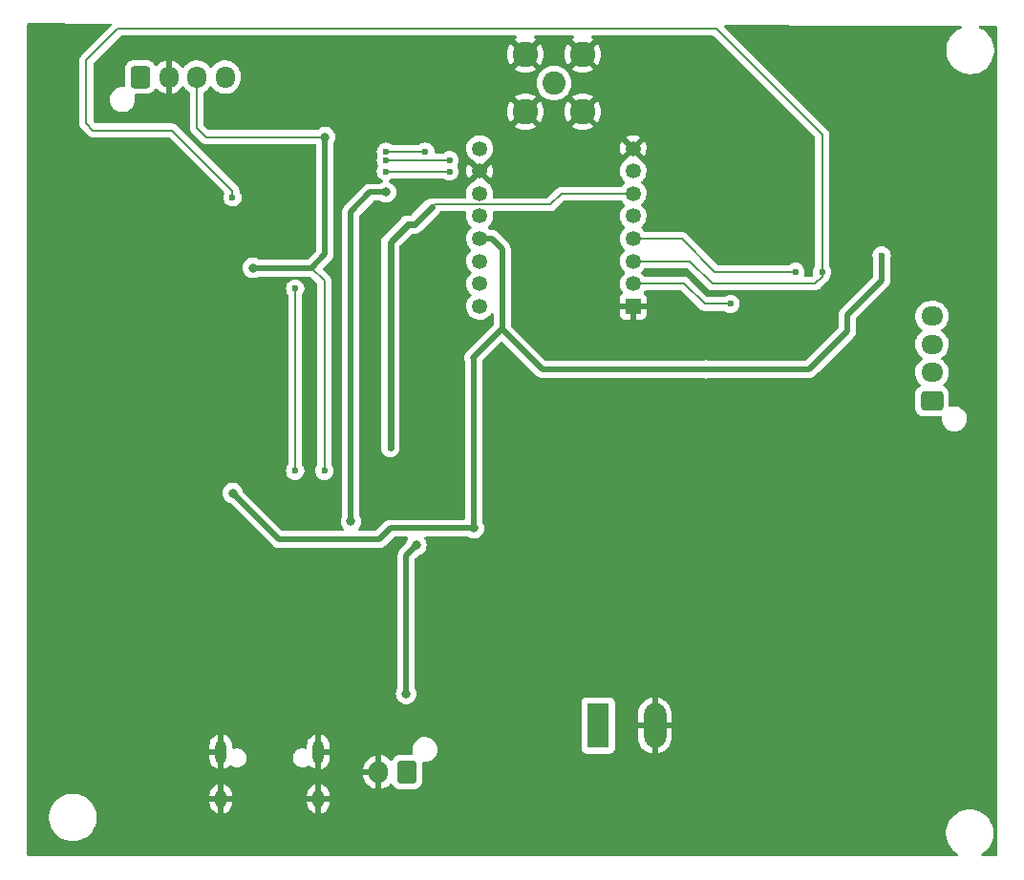
<source format=gbr>
%TF.GenerationSoftware,KiCad,Pcbnew,6.0.2+dfsg-1*%
%TF.CreationDate,2023-03-16T17:45:45+01:00*%
%TF.ProjectId,sensor,73656e73-6f72-42e6-9b69-6361645f7063,rev?*%
%TF.SameCoordinates,Original*%
%TF.FileFunction,Copper,L2,Bot*%
%TF.FilePolarity,Positive*%
%FSLAX46Y46*%
G04 Gerber Fmt 4.6, Leading zero omitted, Abs format (unit mm)*
G04 Created by KiCad (PCBNEW 6.0.2+dfsg-1) date 2023-03-16 17:45:45*
%MOMM*%
%LPD*%
G01*
G04 APERTURE LIST*
G04 Aperture macros list*
%AMRoundRect*
0 Rectangle with rounded corners*
0 $1 Rounding radius*
0 $2 $3 $4 $5 $6 $7 $8 $9 X,Y pos of 4 corners*
0 Add a 4 corners polygon primitive as box body*
4,1,4,$2,$3,$4,$5,$6,$7,$8,$9,$2,$3,0*
0 Add four circle primitives for the rounded corners*
1,1,$1+$1,$2,$3*
1,1,$1+$1,$4,$5*
1,1,$1+$1,$6,$7*
1,1,$1+$1,$8,$9*
0 Add four rect primitives between the rounded corners*
20,1,$1+$1,$2,$3,$4,$5,0*
20,1,$1+$1,$4,$5,$6,$7,0*
20,1,$1+$1,$6,$7,$8,$9,0*
20,1,$1+$1,$8,$9,$2,$3,0*%
G04 Aperture macros list end*
%TA.AperFunction,ComponentPad*%
%ADD10O,1.980000X3.960000*%
%TD*%
%TA.AperFunction,ComponentPad*%
%ADD11R,1.980000X3.960000*%
%TD*%
%TA.AperFunction,ComponentPad*%
%ADD12RoundRect,0.250000X0.725000X-0.600000X0.725000X0.600000X-0.725000X0.600000X-0.725000X-0.600000X0*%
%TD*%
%TA.AperFunction,ComponentPad*%
%ADD13O,1.950000X1.700000*%
%TD*%
%TA.AperFunction,ComponentPad*%
%ADD14RoundRect,0.250000X0.600000X0.750000X-0.600000X0.750000X-0.600000X-0.750000X0.600000X-0.750000X0*%
%TD*%
%TA.AperFunction,ComponentPad*%
%ADD15O,1.700000X2.000000*%
%TD*%
%TA.AperFunction,ComponentPad*%
%ADD16O,1.000000X2.100000*%
%TD*%
%TA.AperFunction,ComponentPad*%
%ADD17O,1.000000X1.600000*%
%TD*%
%TA.AperFunction,ComponentPad*%
%ADD18RoundRect,0.250000X-0.600000X-0.725000X0.600000X-0.725000X0.600000X0.725000X-0.600000X0.725000X0*%
%TD*%
%TA.AperFunction,ComponentPad*%
%ADD19O,1.700000X1.950000*%
%TD*%
%TA.AperFunction,ComponentPad*%
%ADD20R,1.350000X1.350000*%
%TD*%
%TA.AperFunction,ComponentPad*%
%ADD21C,1.350000*%
%TD*%
%TA.AperFunction,ComponentPad*%
%ADD22C,2.050000*%
%TD*%
%TA.AperFunction,ComponentPad*%
%ADD23C,2.250000*%
%TD*%
%TA.AperFunction,ViaPad*%
%ADD24C,0.600000*%
%TD*%
%TA.AperFunction,ViaPad*%
%ADD25C,0.800000*%
%TD*%
%TA.AperFunction,Conductor*%
%ADD26C,0.200000*%
%TD*%
%TA.AperFunction,Conductor*%
%ADD27C,0.500000*%
%TD*%
%TA.AperFunction,Conductor*%
%ADD28C,0.600000*%
%TD*%
%TA.AperFunction,Conductor*%
%ADD29C,0.150000*%
%TD*%
G04 APERTURE END LIST*
D10*
%TO.P,J2,2,Pin_2*%
%TO.N,GND*%
X147135000Y-77900000D03*
D11*
%TO.P,J2,1,Pin_1*%
%TO.N,VSS*%
X142135000Y-77900000D03*
%TD*%
D12*
%TO.P,J5,1,Pin_1*%
%TO.N,Net-(J5-Pad1)*%
X171700000Y-49100000D03*
D13*
%TO.P,J5,2,Pin_2*%
%TO.N,Net-(C16-Pad1)*%
X171700000Y-46600000D03*
%TO.P,J5,3,Pin_3*%
%TO.N,Net-(C16-Pad2)*%
X171700000Y-44100000D03*
%TO.P,J5,4,Pin_4*%
%TO.N,Net-(J5-Pad4)*%
X171700000Y-41600000D03*
%TD*%
D14*
%TO.P,J3,1,Pin_1*%
%TO.N,V_BAT*%
X125150000Y-82025000D03*
D15*
%TO.P,J3,2,Pin_2*%
%TO.N,GND*%
X122650000Y-82025000D03*
%TD*%
D16*
%TO.P,P1,S1,SHIELD*%
%TO.N,GND*%
X117320000Y-80230000D03*
X108680000Y-80230000D03*
D17*
X108680000Y-84410000D03*
X117320000Y-84410000D03*
%TD*%
D18*
%TO.P,J1,1,Pin_1*%
%TO.N,+3.3V*%
X101550000Y-20375000D03*
D19*
%TO.P,J1,2,Pin_2*%
%TO.N,GND*%
X104050000Y-20375000D03*
%TO.P,J1,3,Pin_3*%
%TO.N,SCL*%
X106550000Y-20375000D03*
%TO.P,J1,4,Pin_4*%
%TO.N,SDA*%
X109050000Y-20375000D03*
%TD*%
D20*
%TO.P,U4,1,GND*%
%TO.N,GND*%
X145207500Y-40707500D03*
D21*
%TO.P,U4,2,MISO*%
%TO.N,MISO*%
X145207500Y-38707500D03*
%TO.P,U4,3,MOSI*%
%TO.N,MOSI*%
X145207500Y-36707500D03*
%TO.P,U4,4,SCK*%
%TO.N,SCK*%
X145207500Y-34707500D03*
%TO.P,U4,5,NSS*%
%TO.N,RFM_SS*%
X145207500Y-32707500D03*
%TO.P,U4,6,RESET*%
%TO.N,RFM_RESET*%
X145207500Y-30707500D03*
%TO.P,U4,7,DIO5*%
%TO.N,unconnected-(U4-Pad7)*%
X145207500Y-28707500D03*
%TO.P,U4,8,GND*%
%TO.N,GND*%
X145207500Y-26707500D03*
%TO.P,U4,9,ANT*%
%TO.N,RF_ANT*%
X131607500Y-26707500D03*
%TO.P,U4,10,GND*%
%TO.N,GND*%
X131607500Y-28707500D03*
%TO.P,U4,11,DIO3*%
%TO.N,unconnected-(U4-Pad11)*%
X131607500Y-30707500D03*
%TO.P,U4,12,DIO4*%
%TO.N,unconnected-(U4-Pad12)*%
X131607500Y-32707500D03*
%TO.P,U4,13,3.3V*%
%TO.N,+3.3V*%
X131607500Y-34707500D03*
%TO.P,U4,14,DIO0*%
%TO.N,RFM_DI0*%
X131607500Y-36707500D03*
%TO.P,U4,15,DIO1*%
%TO.N,unconnected-(U4-Pad15)*%
X131607500Y-38707500D03*
%TO.P,U4,16,DIO2*%
%TO.N,unconnected-(U4-Pad16)*%
X131607500Y-40707500D03*
%TD*%
D22*
%TO.P,J4,1,In*%
%TO.N,RF_ANT*%
X138200000Y-20900000D03*
D23*
%TO.P,J4,2,Ext*%
%TO.N,GND*%
X135660000Y-18360000D03*
X135660000Y-23440000D03*
X140740000Y-18360000D03*
X140740000Y-23440000D03*
%TD*%
D24*
%TO.N,MOSI*%
X109700000Y-31050000D03*
%TO.N,RFM_SS*%
X128950000Y-28750000D03*
%TO.N,SCK*%
X128950000Y-27750000D03*
%TO.N,MISO*%
X126800000Y-27000000D03*
%TO.N,RFM_SS*%
X123300000Y-28750000D03*
%TO.N,SCK*%
X123300000Y-27750000D03*
%TO.N,MISO*%
X123300000Y-27000000D03*
X123300000Y-27000000D03*
X123300000Y-27000000D03*
X153850000Y-40500000D03*
%TO.N,+3.3V*%
X167250000Y-36200000D03*
%TO.N,RFM_RESET*%
X123685000Y-53285000D03*
%TO.N,+3.3V*%
X151650000Y-46300000D03*
%TO.N,SCK*%
X159600000Y-37650000D03*
%TO.N,MOSI*%
X161960000Y-37660000D03*
%TO.N,SDA*%
X115250000Y-39150000D03*
X115250000Y-55300000D03*
%TO.N,SCL*%
X117850000Y-55300000D03*
D25*
%TO.N,+3.3V*%
X131100000Y-60400000D03*
%TO.N,V_BAT*%
X126000000Y-61900000D03*
X125100000Y-75100000D03*
%TO.N,GND*%
X153200000Y-57700000D03*
D24*
X162500000Y-67700000D03*
D25*
%TO.N,+3.3V*%
X109715000Y-57285000D03*
%TO.N,ESP32_IO0*%
X123300000Y-30600000D03*
X120200000Y-59800000D03*
%TO.N,SCL*%
X117900000Y-25700000D03*
X111500000Y-37300000D03*
%TO.N,GND*%
X137700000Y-74000000D03*
%TD*%
D26*
%TO.N,MOSI*%
X161960000Y-37660000D02*
X161960000Y-25460000D01*
X161960000Y-25460000D02*
X152600000Y-16100000D01*
X152600000Y-16100000D02*
X99550000Y-16100000D01*
X104350000Y-25100000D02*
X109700000Y-30450000D01*
X99550000Y-16100000D02*
X96750000Y-18900000D01*
X96750000Y-18900000D02*
X96750000Y-24500000D01*
X96750000Y-24500000D02*
X97350000Y-25100000D01*
X97350000Y-25100000D02*
X104350000Y-25100000D01*
X109700000Y-30450000D02*
X109700000Y-31050000D01*
%TO.N,MISO*%
X123300000Y-27000000D02*
X126800000Y-27000000D01*
%TO.N,RFM_SS*%
X123300000Y-28750000D02*
X128950000Y-28750000D01*
%TO.N,SCK*%
X123300000Y-27750000D02*
X128950000Y-27750000D01*
%TO.N,MISO*%
X153850000Y-40500000D02*
X151550000Y-40500000D01*
X149757500Y-38707500D02*
X145207500Y-38707500D01*
X151550000Y-40500000D02*
X149757500Y-38707500D01*
D27*
%TO.N,+3.3V*%
X137150000Y-46300000D02*
X150600000Y-46300000D01*
X150600000Y-46300000D02*
X151650000Y-46300000D01*
X164200000Y-41450000D02*
X167250000Y-38400000D01*
X150600000Y-46300000D02*
X160800000Y-46300000D01*
X160800000Y-46300000D02*
X164200000Y-42900000D01*
X164200000Y-42900000D02*
X164200000Y-41450000D01*
X167250000Y-38400000D02*
X167250000Y-36200000D01*
D28*
%TO.N,RFM_RESET*%
X125250000Y-33450000D02*
X125850000Y-33450000D01*
D29*
X127350000Y-31950000D02*
X127600000Y-31700000D01*
D28*
X125850000Y-33450000D02*
X127350000Y-31950000D01*
X123685000Y-53285000D02*
X123685000Y-35015000D01*
X123685000Y-35015000D02*
X125250000Y-33450000D01*
D29*
X127600000Y-31700000D02*
X137850000Y-31700000D01*
X138842500Y-30707500D02*
X145207500Y-30707500D01*
X137850000Y-31700000D02*
X138842500Y-30707500D01*
D27*
%TO.N,+3.3V*%
X133600000Y-42700000D02*
X133600000Y-42750000D01*
X133600000Y-42750000D02*
X137150000Y-46300000D01*
D26*
%TO.N,MOSI*%
X161960000Y-37660000D02*
X161960000Y-38090000D01*
X161960000Y-38090000D02*
X161350000Y-38700000D01*
X161350000Y-38700000D02*
X152250000Y-38700000D01*
X152250000Y-38700000D02*
X150257500Y-36707500D01*
X150257500Y-36707500D02*
X145207500Y-36707500D01*
%TO.N,SCK*%
X159600000Y-37650000D02*
X152450000Y-37650000D01*
X152450000Y-37650000D02*
X149507500Y-34707500D01*
X149507500Y-34707500D02*
X145207500Y-34707500D01*
%TO.N,SCL*%
X106550000Y-24900000D02*
X107350000Y-25700000D01*
X106550000Y-20375000D02*
X106550000Y-24900000D01*
X107350000Y-25700000D02*
X117900000Y-25700000D01*
%TO.N,SDA*%
X115250000Y-55300000D02*
X115250000Y-39150000D01*
%TO.N,SCL*%
X117850000Y-55300000D02*
X117850000Y-38450000D01*
X117850000Y-38450000D02*
X116700000Y-37300000D01*
D27*
X111500000Y-37300000D02*
X115800000Y-37300000D01*
%TO.N,+3.3V*%
X131000000Y-45300000D02*
X131100000Y-45400000D01*
X131100000Y-45400000D02*
X131100000Y-60400000D01*
X123700000Y-60400000D02*
X131100000Y-60400000D01*
X123700000Y-60400000D02*
X122700000Y-61400000D01*
X122700000Y-61400000D02*
X113830000Y-61400000D01*
X113830000Y-61400000D02*
X109715000Y-57285000D01*
%TO.N,V_BAT*%
X125100000Y-75100000D02*
X125100000Y-62800000D01*
X125100000Y-62800000D02*
X126000000Y-61900000D01*
%TO.N,+3.3V*%
X131000000Y-45300000D02*
X133600000Y-42700000D01*
X133600000Y-42700000D02*
X133600000Y-35600000D01*
X133600000Y-35600000D02*
X132707500Y-34707500D01*
X132707500Y-34707500D02*
X131607500Y-34707500D01*
X109715000Y-57285000D02*
X109715000Y-57415000D01*
%TO.N,ESP32_IO0*%
X121900000Y-30600000D02*
X123300000Y-30600000D01*
X120200000Y-59800000D02*
X120200000Y-32300000D01*
X120200000Y-32300000D02*
X121900000Y-30600000D01*
%TO.N,SCL*%
X111500000Y-37300000D02*
X116700000Y-37300000D01*
X117900000Y-36100000D02*
X117900000Y-25700000D01*
X116700000Y-37300000D02*
X117900000Y-36100000D01*
%TD*%
%TA.AperFunction,Conductor*%
%TO.N,GND*%
G36*
X98102726Y-15616575D02*
G01*
X98867083Y-15618494D01*
X98935154Y-15638667D01*
X98981512Y-15692440D01*
X98991439Y-15762739D01*
X98961784Y-15827245D01*
X98955862Y-15833589D01*
X96353766Y-18435685D01*
X96341375Y-18446552D01*
X96316013Y-18466013D01*
X96291526Y-18497925D01*
X96291523Y-18497928D01*
X96218476Y-18593124D01*
X96157162Y-18741149D01*
X96157162Y-18741150D01*
X96141500Y-18860115D01*
X96141500Y-18860120D01*
X96136250Y-18900000D01*
X96137328Y-18908188D01*
X96140422Y-18931690D01*
X96141500Y-18948136D01*
X96141500Y-24451864D01*
X96140422Y-24468307D01*
X96136250Y-24500000D01*
X96141500Y-24539880D01*
X96141500Y-24539885D01*
X96148509Y-24593124D01*
X96157162Y-24658851D01*
X96218476Y-24806876D01*
X96223503Y-24813427D01*
X96223504Y-24813429D01*
X96291520Y-24902069D01*
X96291526Y-24902075D01*
X96316013Y-24933987D01*
X96322568Y-24939017D01*
X96341379Y-24953452D01*
X96353770Y-24964319D01*
X96885685Y-25496234D01*
X96896552Y-25508625D01*
X96916013Y-25533987D01*
X96947925Y-25558474D01*
X96947928Y-25558477D01*
X97043124Y-25631524D01*
X97191149Y-25692838D01*
X97199336Y-25693916D01*
X97199337Y-25693916D01*
X97210542Y-25695391D01*
X97241738Y-25699498D01*
X97310115Y-25708500D01*
X97310118Y-25708500D01*
X97310126Y-25708501D01*
X97341811Y-25712672D01*
X97350000Y-25713750D01*
X97381693Y-25709578D01*
X97398136Y-25708500D01*
X104045761Y-25708500D01*
X104113882Y-25728502D01*
X104134856Y-25745405D01*
X108943113Y-30553662D01*
X108977139Y-30615974D01*
X108972074Y-30686789D01*
X108971880Y-30687238D01*
X108971235Y-30688238D01*
X108970125Y-30691288D01*
X108970124Y-30691290D01*
X108911606Y-30852066D01*
X108909197Y-30858685D01*
X108886463Y-31038640D01*
X108904163Y-31219160D01*
X108961418Y-31391273D01*
X108965065Y-31397295D01*
X108965066Y-31397297D01*
X109032413Y-31508500D01*
X109055380Y-31546424D01*
X109181382Y-31676902D01*
X109206305Y-31693211D01*
X109288615Y-31747073D01*
X109333159Y-31776222D01*
X109339763Y-31778678D01*
X109339765Y-31778679D01*
X109496558Y-31836990D01*
X109496560Y-31836990D01*
X109503168Y-31839448D01*
X109586995Y-31850633D01*
X109675980Y-31862507D01*
X109675984Y-31862507D01*
X109682961Y-31863438D01*
X109689972Y-31862800D01*
X109689976Y-31862800D01*
X109832459Y-31849832D01*
X109863600Y-31846998D01*
X109870302Y-31844820D01*
X109870304Y-31844820D01*
X110029409Y-31793124D01*
X110029412Y-31793123D01*
X110036108Y-31790947D01*
X110191912Y-31698069D01*
X110323266Y-31572982D01*
X110423643Y-31421902D01*
X110477978Y-31278866D01*
X110485555Y-31258920D01*
X110485556Y-31258918D01*
X110488055Y-31252338D01*
X110489035Y-31245366D01*
X110512748Y-31076639D01*
X110512748Y-31076636D01*
X110513299Y-31072717D01*
X110513616Y-31050000D01*
X110493397Y-30869745D01*
X110491080Y-30863091D01*
X110436064Y-30705106D01*
X110436062Y-30705103D01*
X110433745Y-30698448D01*
X110376331Y-30606565D01*
X110341361Y-30550601D01*
X110341360Y-30550600D01*
X110337626Y-30544624D01*
X110337937Y-30544430D01*
X110312829Y-30482404D01*
X110313084Y-30466446D01*
X110312673Y-30466446D01*
X110312673Y-30458188D01*
X110313751Y-30450000D01*
X110292838Y-30291149D01*
X110231524Y-30143124D01*
X110158478Y-30047929D01*
X110158474Y-30047925D01*
X110158471Y-30047921D01*
X110139016Y-30022566D01*
X110139013Y-30022563D01*
X110133987Y-30016013D01*
X110124041Y-30008381D01*
X110108621Y-29996548D01*
X110096230Y-29985681D01*
X104814315Y-24703766D01*
X104803448Y-24691375D01*
X104789013Y-24672563D01*
X104783987Y-24666013D01*
X104752075Y-24641526D01*
X104752072Y-24641523D01*
X104727338Y-24622544D01*
X104663429Y-24573504D01*
X104663427Y-24573503D01*
X104656876Y-24568476D01*
X104508851Y-24507162D01*
X104500664Y-24506084D01*
X104500663Y-24506084D01*
X104489458Y-24504609D01*
X104454448Y-24500000D01*
X104389885Y-24491500D01*
X104389882Y-24491500D01*
X104389874Y-24491499D01*
X104358189Y-24487328D01*
X104350000Y-24486250D01*
X104318307Y-24490422D01*
X104301864Y-24491500D01*
X97654239Y-24491500D01*
X97586118Y-24471498D01*
X97565144Y-24454595D01*
X97395405Y-24284856D01*
X97361379Y-24222544D01*
X97358500Y-24195761D01*
X97358500Y-22320604D01*
X98837787Y-22320604D01*
X98847567Y-22531899D01*
X98897125Y-22737534D01*
X98899607Y-22742992D01*
X98899608Y-22742996D01*
X98943053Y-22838546D01*
X98984674Y-22930087D01*
X99107054Y-23102611D01*
X99259850Y-23248881D01*
X99437548Y-23363620D01*
X99443114Y-23365863D01*
X99628168Y-23440442D01*
X99628171Y-23440443D01*
X99633737Y-23442686D01*
X99841337Y-23483228D01*
X99846899Y-23483500D01*
X100002846Y-23483500D01*
X100160566Y-23468452D01*
X100363534Y-23408908D01*
X100447111Y-23365863D01*
X100546249Y-23314804D01*
X100546252Y-23314802D01*
X100551580Y-23312058D01*
X100717920Y-23181396D01*
X100721852Y-23176865D01*
X100721855Y-23176862D01*
X100852621Y-23026167D01*
X100856552Y-23021637D01*
X100859552Y-23016451D01*
X100859555Y-23016447D01*
X100959467Y-22843742D01*
X100962473Y-22838546D01*
X101031861Y-22638729D01*
X101053676Y-22488276D01*
X101061352Y-22435336D01*
X101061352Y-22435333D01*
X101062213Y-22429396D01*
X101052433Y-22218101D01*
X101003250Y-22014021D01*
X101006735Y-21943110D01*
X101048005Y-21885340D01*
X101113955Y-21859053D01*
X101125743Y-21858500D01*
X102200400Y-21858500D01*
X102203646Y-21858163D01*
X102203650Y-21858163D01*
X102299308Y-21848238D01*
X102299312Y-21848237D01*
X102306166Y-21847526D01*
X102312702Y-21845345D01*
X102312704Y-21845345D01*
X102466998Y-21793868D01*
X102473946Y-21791550D01*
X102624348Y-21698478D01*
X102749305Y-21573303D01*
X102839353Y-21427220D01*
X102892124Y-21379727D01*
X102962196Y-21368303D01*
X103027320Y-21396577D01*
X103037782Y-21406364D01*
X103143234Y-21516906D01*
X103151186Y-21523941D01*
X103327525Y-21655141D01*
X103336562Y-21660745D01*
X103532484Y-21760357D01*
X103542335Y-21764357D01*
X103752240Y-21829534D01*
X103762624Y-21831817D01*
X103778043Y-21833861D01*
X103792207Y-21831665D01*
X103796000Y-21818478D01*
X103796000Y-21816192D01*
X104304000Y-21816192D01*
X104307973Y-21829723D01*
X104318580Y-21831248D01*
X104436421Y-21806523D01*
X104446617Y-21803463D01*
X104651029Y-21722737D01*
X104660561Y-21718006D01*
X104848462Y-21603984D01*
X104857052Y-21597720D01*
X105023052Y-21453673D01*
X105030472Y-21446042D01*
X105169826Y-21276089D01*
X105175848Y-21267326D01*
X105191238Y-21240289D01*
X105242320Y-21190982D01*
X105311951Y-21177120D01*
X105378022Y-21203103D01*
X105405261Y-21232253D01*
X105434773Y-21276089D01*
X105487441Y-21354319D01*
X105491120Y-21358176D01*
X105491122Y-21358178D01*
X105507497Y-21375343D01*
X105646576Y-21521135D01*
X105831542Y-21658754D01*
X105872606Y-21679632D01*
X105924263Y-21728334D01*
X105941500Y-21791948D01*
X105941500Y-24851864D01*
X105940422Y-24868307D01*
X105936250Y-24900000D01*
X105941500Y-24939880D01*
X105941500Y-24939885D01*
X105954240Y-25036657D01*
X105957162Y-25058851D01*
X106018476Y-25206876D01*
X106023503Y-25213427D01*
X106023504Y-25213429D01*
X106091520Y-25302069D01*
X106091526Y-25302075D01*
X106116013Y-25333987D01*
X106122568Y-25339017D01*
X106141379Y-25353452D01*
X106153770Y-25364319D01*
X106885685Y-26096234D01*
X106896552Y-26108625D01*
X106916013Y-26133987D01*
X106922563Y-26139013D01*
X106947921Y-26158471D01*
X106947937Y-26158485D01*
X106997305Y-26196366D01*
X107043124Y-26231524D01*
X107191149Y-26292838D01*
X107199336Y-26293916D01*
X107199337Y-26293916D01*
X107210542Y-26295391D01*
X107241738Y-26299498D01*
X107310115Y-26308500D01*
X107310118Y-26308500D01*
X107310126Y-26308501D01*
X107341811Y-26312672D01*
X107350000Y-26313750D01*
X107381693Y-26309578D01*
X107398136Y-26308500D01*
X117015500Y-26308500D01*
X117083621Y-26328502D01*
X117130114Y-26382158D01*
X117141500Y-26434500D01*
X117141500Y-35733629D01*
X117121498Y-35801750D01*
X117104595Y-35822724D01*
X116422724Y-36504595D01*
X116360412Y-36538621D01*
X116333629Y-36541500D01*
X112042587Y-36541500D01*
X111968528Y-36517437D01*
X111962098Y-36512765D01*
X111962091Y-36512761D01*
X111956752Y-36508882D01*
X111950724Y-36506198D01*
X111950722Y-36506197D01*
X111788319Y-36433891D01*
X111788318Y-36433891D01*
X111782288Y-36431206D01*
X111677441Y-36408920D01*
X111601944Y-36392872D01*
X111601939Y-36392872D01*
X111595487Y-36391500D01*
X111404513Y-36391500D01*
X111398061Y-36392872D01*
X111398056Y-36392872D01*
X111322559Y-36408920D01*
X111217712Y-36431206D01*
X111211682Y-36433891D01*
X111211681Y-36433891D01*
X111049278Y-36506197D01*
X111049276Y-36506198D01*
X111043248Y-36508882D01*
X111037907Y-36512762D01*
X111037906Y-36512763D01*
X111031473Y-36517437D01*
X110888747Y-36621134D01*
X110760960Y-36763056D01*
X110718131Y-36837238D01*
X110671785Y-36917512D01*
X110665473Y-36928444D01*
X110606458Y-37110072D01*
X110605768Y-37116633D01*
X110605768Y-37116635D01*
X110601891Y-37153526D01*
X110586496Y-37300000D01*
X110587186Y-37306565D01*
X110603530Y-37462066D01*
X110606458Y-37489928D01*
X110665473Y-37671556D01*
X110668776Y-37677278D01*
X110668777Y-37677279D01*
X110670984Y-37681102D01*
X110760960Y-37836944D01*
X110765378Y-37841851D01*
X110765379Y-37841852D01*
X110860566Y-37947568D01*
X110888747Y-37978866D01*
X110969825Y-38037773D01*
X111037904Y-38087235D01*
X111043248Y-38091118D01*
X111049276Y-38093802D01*
X111049278Y-38093803D01*
X111160056Y-38143124D01*
X111217712Y-38168794D01*
X111289975Y-38184154D01*
X111398056Y-38207128D01*
X111398061Y-38207128D01*
X111404513Y-38208500D01*
X111595487Y-38208500D01*
X111601939Y-38207128D01*
X111601944Y-38207128D01*
X111710025Y-38184154D01*
X111782288Y-38168794D01*
X111839944Y-38143124D01*
X111950722Y-38093803D01*
X111950724Y-38093802D01*
X111956752Y-38091118D01*
X111962091Y-38087239D01*
X111962098Y-38087235D01*
X111968528Y-38082563D01*
X112042587Y-38058500D01*
X116545761Y-38058500D01*
X116613882Y-38078502D01*
X116634856Y-38095405D01*
X117204595Y-38665144D01*
X117238621Y-38727456D01*
X117241500Y-38754239D01*
X117241500Y-54715164D01*
X117221498Y-54783285D01*
X117220188Y-54785090D01*
X117219493Y-54785771D01*
X117217894Y-54788253D01*
X117217892Y-54788255D01*
X117209934Y-54800603D01*
X117121235Y-54938238D01*
X117118826Y-54944858D01*
X117118824Y-54944861D01*
X117061606Y-55102066D01*
X117059197Y-55108685D01*
X117036463Y-55288640D01*
X117054163Y-55469160D01*
X117111418Y-55641273D01*
X117115065Y-55647295D01*
X117115066Y-55647297D01*
X117125978Y-55665314D01*
X117205380Y-55796424D01*
X117331382Y-55926902D01*
X117483159Y-56026222D01*
X117489763Y-56028678D01*
X117489765Y-56028679D01*
X117646558Y-56086990D01*
X117646560Y-56086990D01*
X117653168Y-56089448D01*
X117736995Y-56100633D01*
X117825980Y-56112507D01*
X117825984Y-56112507D01*
X117832961Y-56113438D01*
X117839972Y-56112800D01*
X117839976Y-56112800D01*
X117982459Y-56099832D01*
X118013600Y-56096998D01*
X118020302Y-56094820D01*
X118020304Y-56094820D01*
X118179409Y-56043124D01*
X118179412Y-56043123D01*
X118186108Y-56040947D01*
X118341912Y-55948069D01*
X118473266Y-55822982D01*
X118573643Y-55671902D01*
X118638055Y-55502338D01*
X118639035Y-55495366D01*
X118662748Y-55326639D01*
X118662748Y-55326636D01*
X118663299Y-55322717D01*
X118663616Y-55300000D01*
X118643397Y-55119745D01*
X118641080Y-55113091D01*
X118586064Y-54955106D01*
X118586062Y-54955103D01*
X118583745Y-54948448D01*
X118487626Y-54794624D01*
X118485215Y-54792196D01*
X118459117Y-54727716D01*
X118458500Y-54715263D01*
X118458500Y-38498144D01*
X118459578Y-38481698D01*
X118462673Y-38458188D01*
X118463751Y-38450000D01*
X118442838Y-38291149D01*
X118381524Y-38143124D01*
X118308478Y-38047929D01*
X118308474Y-38047925D01*
X118300684Y-38037773D01*
X118289016Y-38022566D01*
X118289013Y-38022563D01*
X118283987Y-38016013D01*
X118266429Y-38002540D01*
X118258621Y-37996548D01*
X118246230Y-37985681D01*
X117755710Y-37495161D01*
X117721684Y-37432849D01*
X117726749Y-37362034D01*
X117755710Y-37316971D01*
X118388911Y-36683770D01*
X118403323Y-36671384D01*
X118414918Y-36662851D01*
X118414923Y-36662846D01*
X118420818Y-36658508D01*
X118425557Y-36652930D01*
X118425560Y-36652927D01*
X118455035Y-36618232D01*
X118461965Y-36610716D01*
X118467660Y-36605021D01*
X118485281Y-36582749D01*
X118488072Y-36579345D01*
X118530591Y-36529297D01*
X118530592Y-36529295D01*
X118535333Y-36523715D01*
X118538661Y-36517199D01*
X118542028Y-36512150D01*
X118545195Y-36507021D01*
X118549734Y-36501284D01*
X118580655Y-36435125D01*
X118582561Y-36431225D01*
X118583271Y-36429834D01*
X118615769Y-36366192D01*
X118617508Y-36359084D01*
X118619607Y-36353441D01*
X118621524Y-36347678D01*
X118624622Y-36341050D01*
X118639487Y-36269583D01*
X118640457Y-36265299D01*
X118649917Y-36226639D01*
X118657808Y-36194390D01*
X118658500Y-36183236D01*
X118658536Y-36183238D01*
X118658775Y-36179245D01*
X118659149Y-36175053D01*
X118660640Y-36167885D01*
X118658546Y-36090479D01*
X118658500Y-36087072D01*
X118658500Y-26236999D01*
X118675381Y-26173999D01*
X118684345Y-26158474D01*
X118728321Y-26082305D01*
X118731223Y-26077279D01*
X118731224Y-26077278D01*
X118734527Y-26071556D01*
X118793542Y-25889928D01*
X118808277Y-25749737D01*
X118812814Y-25706565D01*
X118813504Y-25700000D01*
X118808460Y-25652005D01*
X118794232Y-25516635D01*
X118794232Y-25516633D01*
X118793542Y-25510072D01*
X118734527Y-25328444D01*
X118729966Y-25320543D01*
X118668123Y-25213429D01*
X118639040Y-25163056D01*
X118557745Y-25072768D01*
X118515675Y-25026045D01*
X118515674Y-25026044D01*
X118511253Y-25021134D01*
X118356752Y-24908882D01*
X118350724Y-24906198D01*
X118350722Y-24906197D01*
X118188319Y-24833891D01*
X118188318Y-24833891D01*
X118182288Y-24831206D01*
X118088888Y-24811353D01*
X118001944Y-24792872D01*
X118001939Y-24792872D01*
X117995487Y-24791500D01*
X117804513Y-24791500D01*
X117798061Y-24792872D01*
X117798056Y-24792872D01*
X117711112Y-24811353D01*
X117617712Y-24831206D01*
X117611682Y-24833891D01*
X117611681Y-24833891D01*
X117449278Y-24906197D01*
X117449276Y-24906198D01*
X117443248Y-24908882D01*
X117288747Y-25021134D01*
X117284334Y-25026036D01*
X117284332Y-25026037D01*
X117262926Y-25049811D01*
X117202480Y-25087050D01*
X117169290Y-25091500D01*
X107654239Y-25091500D01*
X107586118Y-25071498D01*
X107565144Y-25054595D01*
X107275020Y-24764471D01*
X134700884Y-24764471D01*
X134704570Y-24769740D01*
X134912121Y-24896927D01*
X134920915Y-24901408D01*
X135149242Y-24995984D01*
X135158627Y-24999033D01*
X135398940Y-25056728D01*
X135408687Y-25058271D01*
X135655070Y-25077662D01*
X135664930Y-25077662D01*
X135911313Y-25058271D01*
X135921060Y-25056728D01*
X136161373Y-24999033D01*
X136170758Y-24995984D01*
X136399085Y-24901408D01*
X136407879Y-24896927D01*
X136613928Y-24770660D01*
X136617968Y-24764471D01*
X139780884Y-24764471D01*
X139784570Y-24769740D01*
X139992121Y-24896927D01*
X140000915Y-24901408D01*
X140229242Y-24995984D01*
X140238627Y-24999033D01*
X140478940Y-25056728D01*
X140488687Y-25058271D01*
X140735070Y-25077662D01*
X140744930Y-25077662D01*
X140991313Y-25058271D01*
X141001060Y-25056728D01*
X141241373Y-24999033D01*
X141250758Y-24995984D01*
X141479085Y-24901408D01*
X141487879Y-24896927D01*
X141693928Y-24770660D01*
X141699190Y-24762599D01*
X141693183Y-24752393D01*
X140752812Y-23812022D01*
X140738868Y-23804408D01*
X140737035Y-23804539D01*
X140730420Y-23808790D01*
X139788276Y-24750934D01*
X139780884Y-24764471D01*
X136617968Y-24764471D01*
X136619190Y-24762599D01*
X136613183Y-24752393D01*
X135672812Y-23812022D01*
X135658868Y-23804408D01*
X135657035Y-23804539D01*
X135650420Y-23808790D01*
X134708276Y-24750934D01*
X134700884Y-24764471D01*
X107275020Y-24764471D01*
X107195405Y-24684856D01*
X107161379Y-24622544D01*
X107158500Y-24595761D01*
X107158500Y-23444930D01*
X134022338Y-23444930D01*
X134041729Y-23691313D01*
X134043272Y-23701060D01*
X134100967Y-23941373D01*
X134104016Y-23950758D01*
X134198592Y-24179085D01*
X134203073Y-24187879D01*
X134329340Y-24393928D01*
X134337401Y-24399190D01*
X134347607Y-24393183D01*
X135287978Y-23452812D01*
X135294356Y-23441132D01*
X136024408Y-23441132D01*
X136024539Y-23442965D01*
X136028790Y-23449580D01*
X136970934Y-24391724D01*
X136984471Y-24399116D01*
X136989740Y-24395430D01*
X137116927Y-24187879D01*
X137121408Y-24179085D01*
X137215984Y-23950758D01*
X137219033Y-23941373D01*
X137276728Y-23701060D01*
X137278271Y-23691313D01*
X137297662Y-23444930D01*
X139102338Y-23444930D01*
X139121729Y-23691313D01*
X139123272Y-23701060D01*
X139180967Y-23941373D01*
X139184016Y-23950758D01*
X139278592Y-24179085D01*
X139283073Y-24187879D01*
X139409340Y-24393928D01*
X139417401Y-24399190D01*
X139427607Y-24393183D01*
X140367978Y-23452812D01*
X140374356Y-23441132D01*
X141104408Y-23441132D01*
X141104539Y-23442965D01*
X141108790Y-23449580D01*
X142050934Y-24391724D01*
X142064471Y-24399116D01*
X142069740Y-24395430D01*
X142196927Y-24187879D01*
X142201408Y-24179085D01*
X142295984Y-23950758D01*
X142299033Y-23941373D01*
X142356728Y-23701060D01*
X142358271Y-23691313D01*
X142377662Y-23444930D01*
X142377662Y-23435070D01*
X142358271Y-23188687D01*
X142356728Y-23178940D01*
X142299033Y-22938627D01*
X142295984Y-22929242D01*
X142201408Y-22700915D01*
X142196927Y-22692121D01*
X142070660Y-22486072D01*
X142062599Y-22480810D01*
X142052393Y-22486817D01*
X141112022Y-23427188D01*
X141104408Y-23441132D01*
X140374356Y-23441132D01*
X140375592Y-23438868D01*
X140375461Y-23437035D01*
X140371210Y-23430420D01*
X139429066Y-22488276D01*
X139415529Y-22480884D01*
X139410260Y-22484570D01*
X139283073Y-22692121D01*
X139278592Y-22700915D01*
X139184016Y-22929242D01*
X139180967Y-22938627D01*
X139123272Y-23178940D01*
X139121729Y-23188687D01*
X139102338Y-23435070D01*
X139102338Y-23444930D01*
X137297662Y-23444930D01*
X137297662Y-23435070D01*
X137278271Y-23188687D01*
X137276728Y-23178940D01*
X137219033Y-22938627D01*
X137215984Y-22929242D01*
X137121408Y-22700915D01*
X137116927Y-22692121D01*
X136990660Y-22486072D01*
X136982599Y-22480810D01*
X136972393Y-22486817D01*
X136032022Y-23427188D01*
X136024408Y-23441132D01*
X135294356Y-23441132D01*
X135295592Y-23438868D01*
X135295461Y-23437035D01*
X135291210Y-23430420D01*
X134349066Y-22488276D01*
X134335529Y-22480884D01*
X134330260Y-22484570D01*
X134203073Y-22692121D01*
X134198592Y-22700915D01*
X134104016Y-22929242D01*
X134100967Y-22938627D01*
X134043272Y-23178940D01*
X134041729Y-23188687D01*
X134022338Y-23435070D01*
X134022338Y-23444930D01*
X107158500Y-23444930D01*
X107158500Y-22117401D01*
X134700810Y-22117401D01*
X134706817Y-22127607D01*
X135647188Y-23067978D01*
X135661132Y-23075592D01*
X135662965Y-23075461D01*
X135669580Y-23071210D01*
X136611724Y-22129066D01*
X136619116Y-22115529D01*
X136615430Y-22110260D01*
X136407879Y-21983073D01*
X136399085Y-21978592D01*
X136170758Y-21884016D01*
X136161373Y-21880967D01*
X135921060Y-21823272D01*
X135911313Y-21821729D01*
X135664930Y-21802338D01*
X135655070Y-21802338D01*
X135408687Y-21821729D01*
X135398940Y-21823272D01*
X135158627Y-21880967D01*
X135149242Y-21884016D01*
X134920915Y-21978592D01*
X134912121Y-21983073D01*
X134706072Y-22109340D01*
X134700810Y-22117401D01*
X107158500Y-22117401D01*
X107158500Y-21790766D01*
X107178502Y-21722645D01*
X107219133Y-21683048D01*
X107353317Y-21601623D01*
X107395639Y-21564898D01*
X107523412Y-21454023D01*
X107523414Y-21454021D01*
X107527445Y-21450523D01*
X107589089Y-21375343D01*
X107670240Y-21276373D01*
X107670244Y-21276367D01*
X107673624Y-21272245D01*
X107691552Y-21240750D01*
X107742632Y-21191445D01*
X107812262Y-21177583D01*
X107878333Y-21203566D01*
X107905573Y-21232716D01*
X107910983Y-21240752D01*
X107987441Y-21354319D01*
X107991120Y-21358176D01*
X107991122Y-21358178D01*
X108007497Y-21375343D01*
X108146576Y-21521135D01*
X108331542Y-21658754D01*
X108336293Y-21661170D01*
X108336297Y-21661172D01*
X108399481Y-21693296D01*
X108537051Y-21763240D01*
X108542145Y-21764822D01*
X108542148Y-21764823D01*
X108680927Y-21807915D01*
X108757227Y-21831607D01*
X108762516Y-21832308D01*
X108980489Y-21861198D01*
X108980494Y-21861198D01*
X108985774Y-21861898D01*
X108991103Y-21861698D01*
X108991105Y-21861698D01*
X109100966Y-21857574D01*
X109216158Y-21853249D01*
X109441791Y-21805907D01*
X109446750Y-21803949D01*
X109446752Y-21803948D01*
X109651256Y-21723185D01*
X109651258Y-21723184D01*
X109656221Y-21721224D01*
X109661525Y-21718006D01*
X109848757Y-21604390D01*
X109848760Y-21604388D01*
X109853317Y-21601623D01*
X109895639Y-21564898D01*
X110023412Y-21454023D01*
X110023414Y-21454021D01*
X110027445Y-21450523D01*
X110089089Y-21375343D01*
X110170240Y-21276373D01*
X110170244Y-21276367D01*
X110173624Y-21272245D01*
X110176740Y-21266772D01*
X110285032Y-21076529D01*
X110287675Y-21071886D01*
X110350066Y-20900000D01*
X136661758Y-20900000D01*
X136680696Y-21140634D01*
X136681850Y-21145441D01*
X136681851Y-21145447D01*
X136710914Y-21266500D01*
X136737045Y-21375343D01*
X136738938Y-21379914D01*
X136738939Y-21379916D01*
X136816462Y-21567072D01*
X136829416Y-21598347D01*
X136955536Y-21804156D01*
X137112299Y-21987701D01*
X137295844Y-22144464D01*
X137501653Y-22270584D01*
X137506223Y-22272477D01*
X137506227Y-22272479D01*
X137622412Y-22320604D01*
X137724657Y-22362955D01*
X137807039Y-22382733D01*
X137954553Y-22418149D01*
X137954559Y-22418150D01*
X137959366Y-22419304D01*
X138200000Y-22438242D01*
X138440634Y-22419304D01*
X138445441Y-22418150D01*
X138445447Y-22418149D01*
X138592961Y-22382733D01*
X138675343Y-22362955D01*
X138777588Y-22320604D01*
X138893773Y-22272479D01*
X138893777Y-22272477D01*
X138898347Y-22270584D01*
X139104156Y-22144464D01*
X139135843Y-22117401D01*
X139780810Y-22117401D01*
X139786817Y-22127607D01*
X140727188Y-23067978D01*
X140741132Y-23075592D01*
X140742965Y-23075461D01*
X140749580Y-23071210D01*
X141691724Y-22129066D01*
X141699116Y-22115529D01*
X141695430Y-22110260D01*
X141487879Y-21983073D01*
X141479085Y-21978592D01*
X141250758Y-21884016D01*
X141241373Y-21880967D01*
X141001060Y-21823272D01*
X140991313Y-21821729D01*
X140744930Y-21802338D01*
X140735070Y-21802338D01*
X140488687Y-21821729D01*
X140478940Y-21823272D01*
X140238627Y-21880967D01*
X140229242Y-21884016D01*
X140000915Y-21978592D01*
X139992121Y-21983073D01*
X139786072Y-22109340D01*
X139780810Y-22117401D01*
X139135843Y-22117401D01*
X139287701Y-21987701D01*
X139444464Y-21804156D01*
X139570584Y-21598347D01*
X139583539Y-21567072D01*
X139661061Y-21379916D01*
X139661062Y-21379914D01*
X139662955Y-21375343D01*
X139689086Y-21266500D01*
X139718149Y-21145447D01*
X139718150Y-21145441D01*
X139719304Y-21140634D01*
X139738242Y-20900000D01*
X139719304Y-20659366D01*
X139718150Y-20654559D01*
X139718149Y-20654553D01*
X139664110Y-20429469D01*
X139662955Y-20424657D01*
X139570584Y-20201653D01*
X139444464Y-19995844D01*
X139287701Y-19812299D01*
X139138034Y-19684471D01*
X139780884Y-19684471D01*
X139784570Y-19689740D01*
X139992121Y-19816927D01*
X140000915Y-19821408D01*
X140229242Y-19915984D01*
X140238627Y-19919033D01*
X140478940Y-19976728D01*
X140488687Y-19978271D01*
X140735070Y-19997662D01*
X140744930Y-19997662D01*
X140991313Y-19978271D01*
X141001060Y-19976728D01*
X141241373Y-19919033D01*
X141250758Y-19915984D01*
X141479085Y-19821408D01*
X141487879Y-19816927D01*
X141693928Y-19690660D01*
X141699190Y-19682599D01*
X141693183Y-19672393D01*
X140752812Y-18732022D01*
X140738868Y-18724408D01*
X140737035Y-18724539D01*
X140730420Y-18728790D01*
X139788276Y-19670934D01*
X139780884Y-19684471D01*
X139138034Y-19684471D01*
X139104156Y-19655536D01*
X138898347Y-19529416D01*
X138893777Y-19527523D01*
X138893773Y-19527521D01*
X138679916Y-19438939D01*
X138679914Y-19438938D01*
X138675343Y-19437045D01*
X138592961Y-19417267D01*
X138445447Y-19381851D01*
X138445441Y-19381850D01*
X138440634Y-19380696D01*
X138200000Y-19361758D01*
X137959366Y-19380696D01*
X137954559Y-19381850D01*
X137954553Y-19381851D01*
X137807039Y-19417267D01*
X137724657Y-19437045D01*
X137720086Y-19438938D01*
X137720084Y-19438939D01*
X137506227Y-19527521D01*
X137506223Y-19527523D01*
X137501653Y-19529416D01*
X137295844Y-19655536D01*
X137112299Y-19812299D01*
X136955536Y-19995844D01*
X136829416Y-20201653D01*
X136737045Y-20424657D01*
X136735890Y-20429469D01*
X136681851Y-20654553D01*
X136681850Y-20654559D01*
X136680696Y-20659366D01*
X136661758Y-20900000D01*
X110350066Y-20900000D01*
X110366337Y-20855175D01*
X110401745Y-20659366D01*
X110406623Y-20632392D01*
X110406624Y-20632385D01*
X110407361Y-20628308D01*
X110408500Y-20604156D01*
X110408500Y-20192110D01*
X110400189Y-20094165D01*
X110394371Y-20025591D01*
X110394370Y-20025587D01*
X110393920Y-20020280D01*
X110392582Y-20015125D01*
X110392581Y-20015119D01*
X110337343Y-19802297D01*
X110337342Y-19802293D01*
X110336001Y-19797128D01*
X110285253Y-19684471D01*
X134700884Y-19684471D01*
X134704570Y-19689740D01*
X134912121Y-19816927D01*
X134920915Y-19821408D01*
X135149242Y-19915984D01*
X135158627Y-19919033D01*
X135398940Y-19976728D01*
X135408687Y-19978271D01*
X135655070Y-19997662D01*
X135664930Y-19997662D01*
X135911313Y-19978271D01*
X135921060Y-19976728D01*
X136161373Y-19919033D01*
X136170758Y-19915984D01*
X136399085Y-19821408D01*
X136407879Y-19816927D01*
X136613928Y-19690660D01*
X136619190Y-19682599D01*
X136613183Y-19672393D01*
X135672812Y-18732022D01*
X135658868Y-18724408D01*
X135657035Y-18724539D01*
X135650420Y-18728790D01*
X134708276Y-19670934D01*
X134700884Y-19684471D01*
X110285253Y-19684471D01*
X110241312Y-19586925D01*
X110112559Y-19395681D01*
X110095212Y-19377496D01*
X109957103Y-19232722D01*
X109953424Y-19228865D01*
X109947246Y-19224268D01*
X109772740Y-19094432D01*
X109772741Y-19094432D01*
X109768458Y-19091246D01*
X109763707Y-19088830D01*
X109763703Y-19088828D01*
X109645588Y-19028776D01*
X109562949Y-18986760D01*
X109557855Y-18985178D01*
X109557852Y-18985177D01*
X109347871Y-18919976D01*
X109342773Y-18918393D01*
X109337484Y-18917692D01*
X109119511Y-18888802D01*
X109119506Y-18888802D01*
X109114226Y-18888102D01*
X109108897Y-18888302D01*
X109108895Y-18888302D01*
X108999034Y-18892427D01*
X108883842Y-18896751D01*
X108878623Y-18897846D01*
X108856566Y-18902474D01*
X108658209Y-18944093D01*
X108653250Y-18946051D01*
X108653248Y-18946052D01*
X108448744Y-19026815D01*
X108448742Y-19026816D01*
X108443779Y-19028776D01*
X108439220Y-19031543D01*
X108439217Y-19031544D01*
X108301449Y-19115144D01*
X108246683Y-19148377D01*
X108242653Y-19151874D01*
X108149484Y-19232722D01*
X108072555Y-19299477D01*
X108062513Y-19311724D01*
X107929760Y-19473627D01*
X107929756Y-19473633D01*
X107926376Y-19477755D01*
X107908448Y-19509250D01*
X107857368Y-19558555D01*
X107787738Y-19572417D01*
X107721667Y-19546434D01*
X107694427Y-19517284D01*
X107633769Y-19427186D01*
X107612559Y-19395681D01*
X107595212Y-19377496D01*
X107457103Y-19232722D01*
X107453424Y-19228865D01*
X107447246Y-19224268D01*
X107272740Y-19094432D01*
X107272741Y-19094432D01*
X107268458Y-19091246D01*
X107263707Y-19088830D01*
X107263703Y-19088828D01*
X107145588Y-19028776D01*
X107062949Y-18986760D01*
X107057855Y-18985178D01*
X107057852Y-18985177D01*
X106847871Y-18919976D01*
X106842773Y-18918393D01*
X106837484Y-18917692D01*
X106619511Y-18888802D01*
X106619506Y-18888802D01*
X106614226Y-18888102D01*
X106608897Y-18888302D01*
X106608895Y-18888302D01*
X106499034Y-18892427D01*
X106383842Y-18896751D01*
X106378623Y-18897846D01*
X106356566Y-18902474D01*
X106158209Y-18944093D01*
X106153250Y-18946051D01*
X106153248Y-18946052D01*
X105948744Y-19026815D01*
X105948742Y-19026816D01*
X105943779Y-19028776D01*
X105939220Y-19031543D01*
X105939217Y-19031544D01*
X105801449Y-19115144D01*
X105746683Y-19148377D01*
X105742653Y-19151874D01*
X105649484Y-19232722D01*
X105572555Y-19299477D01*
X105562513Y-19311724D01*
X105429760Y-19473627D01*
X105429756Y-19473633D01*
X105426376Y-19477755D01*
X105423738Y-19482390D01*
X105423733Y-19482398D01*
X105408171Y-19509735D01*
X105357088Y-19559041D01*
X105287458Y-19572902D01*
X105221387Y-19546918D01*
X105194149Y-19517768D01*
X105115148Y-19400422D01*
X105108481Y-19392130D01*
X104956772Y-19233100D01*
X104948814Y-19226059D01*
X104772475Y-19094859D01*
X104763438Y-19089255D01*
X104567516Y-18989643D01*
X104557665Y-18985643D01*
X104347760Y-18920466D01*
X104337376Y-18918183D01*
X104321957Y-18916139D01*
X104307793Y-18918335D01*
X104304000Y-18931522D01*
X104304000Y-21816192D01*
X103796000Y-21816192D01*
X103796000Y-18933808D01*
X103792027Y-18920277D01*
X103781420Y-18918752D01*
X103663579Y-18943477D01*
X103653383Y-18946537D01*
X103448971Y-19027263D01*
X103439439Y-19031994D01*
X103251538Y-19146016D01*
X103242948Y-19152280D01*
X103076948Y-19296327D01*
X103069530Y-19303956D01*
X103043609Y-19335569D01*
X102984949Y-19375564D01*
X102913979Y-19377496D01*
X102853230Y-19340752D01*
X102839030Y-19321982D01*
X102837257Y-19319116D01*
X102748478Y-19175652D01*
X102623303Y-19050695D01*
X102592965Y-19031994D01*
X102478968Y-18961725D01*
X102478966Y-18961724D01*
X102472738Y-18957885D01*
X102359353Y-18920277D01*
X102311389Y-18904368D01*
X102311387Y-18904368D01*
X102304861Y-18902203D01*
X102298025Y-18901503D01*
X102298022Y-18901502D01*
X102254969Y-18897091D01*
X102200400Y-18891500D01*
X100899600Y-18891500D01*
X100896354Y-18891837D01*
X100896350Y-18891837D01*
X100800692Y-18901762D01*
X100800688Y-18901763D01*
X100793834Y-18902474D01*
X100787298Y-18904655D01*
X100787296Y-18904655D01*
X100656969Y-18948136D01*
X100626054Y-18958450D01*
X100475652Y-19051522D01*
X100350695Y-19176697D01*
X100346855Y-19182927D01*
X100346854Y-19182928D01*
X100262861Y-19319190D01*
X100257885Y-19327262D01*
X100255581Y-19334209D01*
X100206432Y-19482390D01*
X100202203Y-19495139D01*
X100201503Y-19501975D01*
X100201502Y-19501978D01*
X100199934Y-19517284D01*
X100191500Y-19599600D01*
X100191500Y-21141005D01*
X100171498Y-21209126D01*
X100117842Y-21255619D01*
X100058761Y-21264774D01*
X100058663Y-21266772D01*
X100054643Y-21266575D01*
X100054626Y-21266575D01*
X100053101Y-21266500D01*
X99897154Y-21266500D01*
X99739434Y-21281548D01*
X99536466Y-21341092D01*
X99531139Y-21343836D01*
X99531138Y-21343836D01*
X99353751Y-21435196D01*
X99353748Y-21435198D01*
X99348420Y-21437942D01*
X99182080Y-21568604D01*
X99178148Y-21573135D01*
X99178145Y-21573138D01*
X99082771Y-21683047D01*
X99043448Y-21728363D01*
X99040448Y-21733549D01*
X99040445Y-21733553D01*
X98971084Y-21853449D01*
X98937527Y-21911454D01*
X98868139Y-22111271D01*
X98867278Y-22117206D01*
X98867278Y-22117208D01*
X98845040Y-22270584D01*
X98837787Y-22320604D01*
X97358500Y-22320604D01*
X97358500Y-19204239D01*
X97378502Y-19136118D01*
X97395405Y-19115144D01*
X98145619Y-18364930D01*
X134022338Y-18364930D01*
X134041729Y-18611313D01*
X134043272Y-18621060D01*
X134100967Y-18861373D01*
X134104016Y-18870758D01*
X134198592Y-19099085D01*
X134203073Y-19107879D01*
X134329340Y-19313928D01*
X134337401Y-19319190D01*
X134347607Y-19313183D01*
X135287978Y-18372812D01*
X135294356Y-18361132D01*
X136024408Y-18361132D01*
X136024539Y-18362965D01*
X136028790Y-18369580D01*
X136970934Y-19311724D01*
X136984471Y-19319116D01*
X136989740Y-19315430D01*
X137116927Y-19107879D01*
X137121408Y-19099085D01*
X137215984Y-18870758D01*
X137219033Y-18861373D01*
X137276728Y-18621060D01*
X137278271Y-18611313D01*
X137297662Y-18364930D01*
X139102338Y-18364930D01*
X139121729Y-18611313D01*
X139123272Y-18621060D01*
X139180967Y-18861373D01*
X139184016Y-18870758D01*
X139278592Y-19099085D01*
X139283073Y-19107879D01*
X139409340Y-19313928D01*
X139417401Y-19319190D01*
X139427607Y-19313183D01*
X140367978Y-18372812D01*
X140374356Y-18361132D01*
X141104408Y-18361132D01*
X141104539Y-18362965D01*
X141108790Y-18369580D01*
X142050934Y-19311724D01*
X142064471Y-19319116D01*
X142069740Y-19315430D01*
X142196927Y-19107879D01*
X142201408Y-19099085D01*
X142295984Y-18870758D01*
X142299033Y-18861373D01*
X142356728Y-18621060D01*
X142358271Y-18611313D01*
X142377662Y-18364930D01*
X142377662Y-18355070D01*
X142358271Y-18108687D01*
X142356728Y-18098940D01*
X142299033Y-17858627D01*
X142295984Y-17849242D01*
X142201408Y-17620915D01*
X142196927Y-17612121D01*
X142070660Y-17406072D01*
X142062599Y-17400810D01*
X142052393Y-17406817D01*
X141112022Y-18347188D01*
X141104408Y-18361132D01*
X140374356Y-18361132D01*
X140375592Y-18358868D01*
X140375461Y-18357035D01*
X140371210Y-18350420D01*
X139429066Y-17408276D01*
X139415529Y-17400884D01*
X139410260Y-17404570D01*
X139283073Y-17612121D01*
X139278592Y-17620915D01*
X139184016Y-17849242D01*
X139180967Y-17858627D01*
X139123272Y-18098940D01*
X139121729Y-18108687D01*
X139102338Y-18355070D01*
X139102338Y-18364930D01*
X137297662Y-18364930D01*
X137297662Y-18355070D01*
X137278271Y-18108687D01*
X137276728Y-18098940D01*
X137219033Y-17858627D01*
X137215984Y-17849242D01*
X137121408Y-17620915D01*
X137116927Y-17612121D01*
X136990660Y-17406072D01*
X136982599Y-17400810D01*
X136972393Y-17406817D01*
X136032022Y-18347188D01*
X136024408Y-18361132D01*
X135294356Y-18361132D01*
X135295592Y-18358868D01*
X135295461Y-18357035D01*
X135291210Y-18350420D01*
X134349066Y-17408276D01*
X134335529Y-17400884D01*
X134330260Y-17404570D01*
X134203073Y-17612121D01*
X134198592Y-17620915D01*
X134104016Y-17849242D01*
X134100967Y-17858627D01*
X134043272Y-18098940D01*
X134041729Y-18108687D01*
X134022338Y-18355070D01*
X134022338Y-18364930D01*
X98145619Y-18364930D01*
X99765144Y-16745405D01*
X99827456Y-16711379D01*
X99854239Y-16708500D01*
X134782872Y-16708500D01*
X134850993Y-16728502D01*
X134897486Y-16782158D01*
X134907590Y-16852432D01*
X134878096Y-16917012D01*
X134848707Y-16941933D01*
X134706072Y-17029340D01*
X134700810Y-17037401D01*
X134706817Y-17047607D01*
X135647188Y-17987978D01*
X135661132Y-17995592D01*
X135662965Y-17995461D01*
X135669580Y-17991210D01*
X136611724Y-17049066D01*
X136619116Y-17035529D01*
X136615430Y-17030260D01*
X136471293Y-16941933D01*
X136423662Y-16889285D01*
X136412055Y-16819244D01*
X136440158Y-16754046D01*
X136499048Y-16714392D01*
X136537128Y-16708500D01*
X139862872Y-16708500D01*
X139930993Y-16728502D01*
X139977486Y-16782158D01*
X139987590Y-16852432D01*
X139958096Y-16917012D01*
X139928707Y-16941933D01*
X139786072Y-17029340D01*
X139780810Y-17037401D01*
X139786817Y-17047607D01*
X140727188Y-17987978D01*
X140741132Y-17995592D01*
X140742965Y-17995461D01*
X140749580Y-17991210D01*
X141691724Y-17049066D01*
X141699116Y-17035529D01*
X141695430Y-17030260D01*
X141551293Y-16941933D01*
X141503662Y-16889285D01*
X141492055Y-16819244D01*
X141520158Y-16754046D01*
X141579048Y-16714392D01*
X141617128Y-16708500D01*
X152295761Y-16708500D01*
X152363882Y-16728502D01*
X152384856Y-16745405D01*
X161314595Y-25675143D01*
X161348621Y-25737455D01*
X161351500Y-25764238D01*
X161351500Y-37075164D01*
X161331498Y-37143285D01*
X161330188Y-37145090D01*
X161329493Y-37145771D01*
X161327894Y-37148253D01*
X161327892Y-37148255D01*
X161319934Y-37160603D01*
X161231235Y-37298238D01*
X161228826Y-37304858D01*
X161228824Y-37304861D01*
X161182240Y-37432849D01*
X161169197Y-37468685D01*
X161146463Y-37648640D01*
X161164163Y-37829160D01*
X161185691Y-37893873D01*
X161188557Y-37902489D01*
X161191080Y-37973441D01*
X161158094Y-38031357D01*
X161134856Y-38054595D01*
X161072544Y-38088621D01*
X161045761Y-38091500D01*
X160479853Y-38091500D01*
X160411732Y-38071498D01*
X160365239Y-38017842D01*
X160355135Y-37947568D01*
X160362065Y-37920756D01*
X160385555Y-37858920D01*
X160385556Y-37858918D01*
X160388055Y-37852338D01*
X160389529Y-37841852D01*
X160412748Y-37676639D01*
X160412748Y-37676636D01*
X160413299Y-37672717D01*
X160413452Y-37661738D01*
X160413561Y-37653962D01*
X160413561Y-37653957D01*
X160413616Y-37650000D01*
X160393397Y-37469745D01*
X160390723Y-37462066D01*
X160336064Y-37305106D01*
X160336062Y-37305103D01*
X160333745Y-37298448D01*
X160237626Y-37144624D01*
X160232664Y-37139627D01*
X160114778Y-37020915D01*
X160114774Y-37020912D01*
X160109815Y-37015918D01*
X160098697Y-37008862D01*
X159981881Y-36934729D01*
X159956666Y-36918727D01*
X159927463Y-36908328D01*
X159792425Y-36860243D01*
X159792420Y-36860242D01*
X159785790Y-36857881D01*
X159778802Y-36857048D01*
X159778799Y-36857047D01*
X159655698Y-36842368D01*
X159605680Y-36836404D01*
X159598677Y-36837140D01*
X159598676Y-36837140D01*
X159432288Y-36854628D01*
X159432286Y-36854629D01*
X159425288Y-36855364D01*
X159253579Y-36913818D01*
X159099088Y-37008862D01*
X159094054Y-37013791D01*
X159092776Y-37014790D01*
X159026782Y-37040967D01*
X159015204Y-37041500D01*
X152754239Y-37041500D01*
X152686118Y-37021498D01*
X152665144Y-37004595D01*
X149971815Y-34311266D01*
X149960948Y-34298875D01*
X149946513Y-34280063D01*
X149941487Y-34273513D01*
X149909575Y-34249026D01*
X149909572Y-34249023D01*
X149869910Y-34218589D01*
X149820929Y-34181004D01*
X149820927Y-34181003D01*
X149814376Y-34175976D01*
X149666351Y-34114662D01*
X149658164Y-34113584D01*
X149658163Y-34113584D01*
X149646958Y-34112109D01*
X149615762Y-34108002D01*
X149547385Y-34099000D01*
X149547382Y-34099000D01*
X149547374Y-34098999D01*
X149515689Y-34094828D01*
X149507500Y-34093750D01*
X149475807Y-34097922D01*
X149459364Y-34099000D01*
X146293442Y-34099000D01*
X146225321Y-34078998D01*
X146192484Y-34048389D01*
X146094233Y-33916815D01*
X146094232Y-33916814D01*
X146090780Y-33912191D01*
X145968578Y-33799229D01*
X145932133Y-33738300D01*
X145934414Y-33667340D01*
X145973538Y-33609830D01*
X146043508Y-33551637D01*
X146047946Y-33547946D01*
X146187032Y-33380713D01*
X146293313Y-33190935D01*
X146295169Y-33185468D01*
X146295171Y-33185463D01*
X146361374Y-32990435D01*
X146361375Y-32990430D01*
X146363230Y-32984966D01*
X146394441Y-32769705D01*
X146396070Y-32707500D01*
X146376167Y-32490900D01*
X146317126Y-32281555D01*
X146220923Y-32086474D01*
X146090780Y-31912191D01*
X146045899Y-31870703D01*
X145968578Y-31799229D01*
X145932133Y-31738300D01*
X145934414Y-31667340D01*
X145973538Y-31609830D01*
X146024903Y-31567111D01*
X146047946Y-31547946D01*
X146187032Y-31380713D01*
X146277506Y-31219160D01*
X146290489Y-31195978D01*
X146290490Y-31195976D01*
X146293313Y-31190935D01*
X146295169Y-31185468D01*
X146295171Y-31185463D01*
X146361374Y-30990435D01*
X146361375Y-30990430D01*
X146363230Y-30984966D01*
X146394441Y-30769705D01*
X146396070Y-30707500D01*
X146376167Y-30490900D01*
X146317126Y-30281555D01*
X146220923Y-30086474D01*
X146170879Y-30019456D01*
X146094233Y-29916815D01*
X146094232Y-29916814D01*
X146090780Y-29912191D01*
X146081263Y-29903393D01*
X145968578Y-29799229D01*
X145932133Y-29738300D01*
X145934414Y-29667340D01*
X145973538Y-29609830D01*
X146043508Y-29551637D01*
X146047946Y-29547946D01*
X146187032Y-29380713D01*
X146293313Y-29190935D01*
X146295169Y-29185468D01*
X146295171Y-29185463D01*
X146361374Y-28990435D01*
X146361375Y-28990430D01*
X146363230Y-28984966D01*
X146394441Y-28769705D01*
X146396070Y-28707500D01*
X146376167Y-28490900D01*
X146317126Y-28281555D01*
X146220923Y-28086474D01*
X146090780Y-27912191D01*
X146010409Y-27837897D01*
X145935297Y-27768464D01*
X145935295Y-27768462D01*
X145931056Y-27764544D01*
X145926172Y-27761463D01*
X145926165Y-27761457D01*
X145871883Y-27727207D01*
X145846541Y-27705552D01*
X145846441Y-27705652D01*
X145845160Y-27704371D01*
X145844342Y-27703672D01*
X145843501Y-27702712D01*
X145220311Y-27079521D01*
X145206368Y-27071908D01*
X145204534Y-27072039D01*
X145197920Y-27076290D01*
X144569876Y-27704335D01*
X144566984Y-27701443D01*
X144544566Y-27724693D01*
X144521124Y-27738640D01*
X144508876Y-27745927D01*
X144345342Y-27889342D01*
X144210681Y-28060158D01*
X144207993Y-28065267D01*
X144191141Y-28097297D01*
X144109405Y-28252654D01*
X144100431Y-28281555D01*
X144067305Y-28388238D01*
X144044903Y-28460382D01*
X144019337Y-28676387D01*
X144033563Y-28893433D01*
X144034984Y-28899029D01*
X144034985Y-28899034D01*
X144078890Y-29071908D01*
X144087105Y-29104253D01*
X144178168Y-29301785D01*
X144181501Y-29306501D01*
X144298722Y-29472364D01*
X144303704Y-29479414D01*
X144307846Y-29483449D01*
X144447241Y-29619241D01*
X144482079Y-29681102D01*
X144477942Y-29751978D01*
X144442399Y-29804226D01*
X144345342Y-29889342D01*
X144341770Y-29893873D01*
X144220322Y-30047929D01*
X144210681Y-30060158D01*
X144207994Y-30065266D01*
X144207111Y-30066625D01*
X144153234Y-30112862D01*
X144101439Y-30124000D01*
X138889003Y-30124000D01*
X138872556Y-30122922D01*
X138850688Y-30120043D01*
X138842500Y-30118965D01*
X138804256Y-30124000D01*
X138690176Y-30139019D01*
X138548233Y-30197814D01*
X138426343Y-30291343D01*
X138421320Y-30297889D01*
X138407882Y-30315402D01*
X138397014Y-30327793D01*
X137645212Y-31079595D01*
X137582900Y-31113621D01*
X137556117Y-31116500D01*
X132889745Y-31116500D01*
X132821624Y-31096498D01*
X132775131Y-31042842D01*
X132765049Y-30972420D01*
X132775689Y-30899034D01*
X132794441Y-30769705D01*
X132796070Y-30707500D01*
X132776167Y-30490900D01*
X132717126Y-30281555D01*
X132620923Y-30086474D01*
X132570879Y-30019456D01*
X132494233Y-29916815D01*
X132494232Y-29916814D01*
X132490780Y-29912191D01*
X132483703Y-29905649D01*
X132335297Y-29768464D01*
X132335295Y-29768462D01*
X132331056Y-29764544D01*
X132326172Y-29761463D01*
X132326165Y-29761457D01*
X132271883Y-29727207D01*
X132246541Y-29705552D01*
X132246441Y-29705652D01*
X132245160Y-29704371D01*
X132244342Y-29703672D01*
X132243501Y-29702712D01*
X131620311Y-29079521D01*
X131606368Y-29071908D01*
X131604534Y-29072039D01*
X131597920Y-29076290D01*
X130969876Y-29704335D01*
X130966984Y-29701443D01*
X130944566Y-29724693D01*
X130913841Y-29742973D01*
X130908876Y-29745927D01*
X130745342Y-29889342D01*
X130741770Y-29893873D01*
X130620322Y-30047929D01*
X130610681Y-30060158D01*
X130509405Y-30252654D01*
X130507692Y-30258171D01*
X130448127Y-30450000D01*
X130444903Y-30460382D01*
X130419337Y-30676387D01*
X130433563Y-30893433D01*
X130434984Y-30899029D01*
X130434985Y-30899034D01*
X130450338Y-30959484D01*
X130447720Y-31030433D01*
X130407160Y-31088703D01*
X130341535Y-31115794D01*
X130328215Y-31116500D01*
X127646501Y-31116500D01*
X127630056Y-31115422D01*
X127600000Y-31111465D01*
X127561757Y-31116500D01*
X127561756Y-31116500D01*
X127447676Y-31131519D01*
X127440042Y-31134681D01*
X127432070Y-31136817D01*
X127431596Y-31135049D01*
X127396231Y-31141895D01*
X127267779Y-31140550D01*
X127090489Y-31178881D01*
X127004111Y-31219160D01*
X126932477Y-31252563D01*
X126932474Y-31252565D01*
X126926098Y-31255538D01*
X126814530Y-31342079D01*
X126811724Y-31344885D01*
X125552013Y-32604595D01*
X125489701Y-32638621D01*
X125462918Y-32641500D01*
X125259165Y-32641500D01*
X125257846Y-32641493D01*
X125167779Y-32640550D01*
X125160901Y-32642037D01*
X125160891Y-32642038D01*
X125125413Y-32649709D01*
X125112838Y-32651769D01*
X125069745Y-32656603D01*
X125038074Y-32667632D01*
X125023265Y-32671795D01*
X124997371Y-32677393D01*
X124997368Y-32677394D01*
X124990490Y-32678881D01*
X124951187Y-32697208D01*
X124939411Y-32701990D01*
X124898448Y-32716255D01*
X124892473Y-32719989D01*
X124892470Y-32719990D01*
X124870005Y-32734027D01*
X124856488Y-32741366D01*
X124832481Y-32752561D01*
X124832477Y-32752563D01*
X124826098Y-32755538D01*
X124807834Y-32769705D01*
X124791844Y-32782108D01*
X124781395Y-32789397D01*
X124744624Y-32812374D01*
X124739625Y-32817339D01*
X124739623Y-32817340D01*
X124715815Y-32840983D01*
X124715192Y-32841566D01*
X124714530Y-32842079D01*
X124688681Y-32867928D01*
X124615918Y-32940185D01*
X124615259Y-32941223D01*
X124614153Y-32942456D01*
X123119843Y-34436765D01*
X123118906Y-34437693D01*
X123054493Y-34500771D01*
X123031002Y-34537221D01*
X123023583Y-34547546D01*
X122996524Y-34581443D01*
X122993459Y-34587784D01*
X122993458Y-34587785D01*
X122981928Y-34611637D01*
X122974399Y-34625054D01*
X122956235Y-34653238D01*
X122953827Y-34659855D01*
X122953824Y-34659860D01*
X122941408Y-34693973D01*
X122936447Y-34705716D01*
X122920646Y-34738403D01*
X122920644Y-34738408D01*
X122917579Y-34744749D01*
X122915996Y-34751607D01*
X122915995Y-34751609D01*
X122910035Y-34777426D01*
X122905668Y-34792169D01*
X122894197Y-34823685D01*
X122893314Y-34830675D01*
X122893312Y-34830683D01*
X122888762Y-34866701D01*
X122886526Y-34879253D01*
X122883253Y-34893433D01*
X122876776Y-34921485D01*
X122876751Y-34928531D01*
X122876751Y-34928534D01*
X122876634Y-34962056D01*
X122876605Y-34962938D01*
X122876500Y-34963769D01*
X122876500Y-35000419D01*
X122876499Y-35000859D01*
X122876158Y-35098658D01*
X122876143Y-35102870D01*
X122876411Y-35104070D01*
X122876500Y-35105707D01*
X122876500Y-53225845D01*
X122875506Y-53241637D01*
X122871463Y-53273640D01*
X122875189Y-53311642D01*
X122875973Y-53319634D01*
X122876378Y-53324901D01*
X122876500Y-53327083D01*
X122876500Y-53330610D01*
X122876893Y-53334111D01*
X122880763Y-53368617D01*
X122880947Y-53370367D01*
X122889163Y-53454160D01*
X122890967Y-53459582D01*
X122891603Y-53465255D01*
X122893920Y-53471909D01*
X122893921Y-53471913D01*
X122919286Y-53544752D01*
X122919853Y-53546417D01*
X122944193Y-53619587D01*
X122944196Y-53619593D01*
X122946418Y-53626273D01*
X122949377Y-53631159D01*
X122951255Y-53636552D01*
X122954989Y-53642527D01*
X122954990Y-53642530D01*
X122995873Y-53707959D01*
X122996793Y-53709455D01*
X123036729Y-53775396D01*
X123040380Y-53781424D01*
X123044347Y-53785532D01*
X123047374Y-53790376D01*
X123052336Y-53795373D01*
X123052341Y-53795379D01*
X123106692Y-53850110D01*
X123107924Y-53851367D01*
X123161490Y-53906837D01*
X123161494Y-53906840D01*
X123166382Y-53911902D01*
X123171159Y-53915028D01*
X123175185Y-53919082D01*
X123181125Y-53922852D01*
X123181128Y-53922854D01*
X123246272Y-53964196D01*
X123247749Y-53965148D01*
X123279581Y-53985978D01*
X123318159Y-54011222D01*
X123323512Y-54013213D01*
X123328334Y-54016273D01*
X123407743Y-54044549D01*
X123409210Y-54045083D01*
X123488168Y-54074448D01*
X123493831Y-54075204D01*
X123499210Y-54077119D01*
X123506200Y-54077952D01*
X123506202Y-54077953D01*
X123545485Y-54082637D01*
X123582814Y-54087088D01*
X123584477Y-54087299D01*
X123667961Y-54098438D01*
X123673652Y-54097920D01*
X123679320Y-54098596D01*
X123686323Y-54097860D01*
X123686324Y-54097860D01*
X123715338Y-54094811D01*
X123763064Y-54089795D01*
X123764763Y-54089629D01*
X123796648Y-54086727D01*
X123841582Y-54082637D01*
X123841584Y-54082637D01*
X123848600Y-54081998D01*
X123854032Y-54080233D01*
X123859712Y-54079636D01*
X123939425Y-54052500D01*
X123941075Y-54051951D01*
X124014406Y-54028125D01*
X124014409Y-54028124D01*
X124021108Y-54025947D01*
X124026013Y-54023023D01*
X124031421Y-54021182D01*
X124103123Y-53977070D01*
X124104629Y-53976158D01*
X124170858Y-53936678D01*
X124170859Y-53936677D01*
X124176912Y-53933069D01*
X124181048Y-53929130D01*
X124185912Y-53926138D01*
X124246032Y-53867265D01*
X124247296Y-53866044D01*
X124303165Y-53812840D01*
X124303166Y-53812838D01*
X124308266Y-53807982D01*
X124311427Y-53803225D01*
X124315507Y-53799229D01*
X124319321Y-53793311D01*
X124319325Y-53793306D01*
X124361124Y-53728447D01*
X124362087Y-53726975D01*
X124404743Y-53662773D01*
X124404745Y-53662768D01*
X124408643Y-53656902D01*
X124410671Y-53651562D01*
X124413765Y-53646762D01*
X124442526Y-53567740D01*
X124443136Y-53566100D01*
X124470552Y-53493929D01*
X124470554Y-53493923D01*
X124473055Y-53487338D01*
X124473850Y-53481680D01*
X124475803Y-53476315D01*
X124486349Y-53392839D01*
X124486580Y-53391104D01*
X124489740Y-53368617D01*
X124498299Y-53307717D01*
X124498616Y-53285000D01*
X124494285Y-53246388D01*
X124493500Y-53232343D01*
X124493500Y-35402082D01*
X124513502Y-35333961D01*
X124530405Y-35312987D01*
X125547987Y-34295405D01*
X125610299Y-34261379D01*
X125637082Y-34258500D01*
X125840786Y-34258500D01*
X125842106Y-34258507D01*
X125932221Y-34259451D01*
X125974597Y-34250289D01*
X125987163Y-34248231D01*
X126030255Y-34243397D01*
X126036906Y-34241081D01*
X126036910Y-34241080D01*
X126061930Y-34232367D01*
X126076742Y-34228204D01*
X126102619Y-34222609D01*
X126109510Y-34221119D01*
X126148813Y-34202792D01*
X126160589Y-34198010D01*
X126201552Y-34183745D01*
X126207527Y-34180011D01*
X126207530Y-34180010D01*
X126229995Y-34165973D01*
X126243512Y-34158634D01*
X126267514Y-34147441D01*
X126267515Y-34147440D01*
X126273902Y-34144462D01*
X126308153Y-34117894D01*
X126318612Y-34110598D01*
X126349404Y-34091358D01*
X126349407Y-34091356D01*
X126355376Y-34087626D01*
X126384179Y-34059024D01*
X126384804Y-34058439D01*
X126385470Y-34057922D01*
X126411460Y-34031932D01*
X126484082Y-33959815D01*
X126484740Y-33958778D01*
X126485843Y-33957549D01*
X127953947Y-32489445D01*
X127956136Y-32486702D01*
X127956143Y-32486695D01*
X128034081Y-32389062D01*
X128038476Y-32383557D01*
X128041542Y-32377215D01*
X128041545Y-32377210D01*
X128052447Y-32354659D01*
X128100104Y-32302035D01*
X128165886Y-32283500D01*
X130328768Y-32283500D01*
X130396889Y-32303502D01*
X130443382Y-32357158D01*
X130453486Y-32427432D01*
X130449101Y-32446861D01*
X130444903Y-32460382D01*
X130419337Y-32676387D01*
X130433563Y-32893433D01*
X130434984Y-32899029D01*
X130434985Y-32899034D01*
X130485684Y-33098658D01*
X130487105Y-33104253D01*
X130578168Y-33301785D01*
X130703704Y-33479414D01*
X130707846Y-33483449D01*
X130847241Y-33619241D01*
X130882079Y-33681102D01*
X130877942Y-33751978D01*
X130842399Y-33804226D01*
X130745342Y-33889342D01*
X130741770Y-33893873D01*
X130615007Y-34054671D01*
X130610681Y-34060158D01*
X130607993Y-34065267D01*
X130582363Y-34113982D01*
X130509405Y-34252654D01*
X130444903Y-34460382D01*
X130419337Y-34676387D01*
X130433563Y-34893433D01*
X130434984Y-34899029D01*
X130434985Y-34899034D01*
X130460734Y-35000419D01*
X130487105Y-35104253D01*
X130489522Y-35109496D01*
X130529883Y-35197047D01*
X130578168Y-35301785D01*
X130581501Y-35306501D01*
X130664767Y-35424319D01*
X130703704Y-35479414D01*
X130837514Y-35609765D01*
X130847241Y-35619241D01*
X130882079Y-35681102D01*
X130877942Y-35751978D01*
X130842399Y-35804226D01*
X130745342Y-35889342D01*
X130741770Y-35893873D01*
X130637023Y-36026744D01*
X130610681Y-36060158D01*
X130607993Y-36065267D01*
X130590896Y-36097764D01*
X130509405Y-36252654D01*
X130507692Y-36258171D01*
X130453129Y-36433891D01*
X130444903Y-36460382D01*
X130419337Y-36676387D01*
X130433563Y-36893433D01*
X130434984Y-36899029D01*
X130434985Y-36899034D01*
X130479717Y-37075164D01*
X130487105Y-37104253D01*
X130578168Y-37301785D01*
X130581501Y-37306501D01*
X130696871Y-37469745D01*
X130703704Y-37479414D01*
X130707846Y-37483449D01*
X130847241Y-37619241D01*
X130882079Y-37681102D01*
X130877942Y-37751978D01*
X130842399Y-37804226D01*
X130745342Y-37889342D01*
X130741770Y-37893873D01*
X130615067Y-38054595D01*
X130610681Y-38060158D01*
X130607993Y-38065267D01*
X130582005Y-38114662D01*
X130509405Y-38252654D01*
X130507692Y-38258171D01*
X130448127Y-38450000D01*
X130444903Y-38460382D01*
X130419337Y-38676387D01*
X130433563Y-38893433D01*
X130434984Y-38899029D01*
X130434985Y-38899034D01*
X130485067Y-39096230D01*
X130487105Y-39104253D01*
X130489522Y-39109496D01*
X130510021Y-39153962D01*
X130578168Y-39301785D01*
X130703704Y-39479414D01*
X130707846Y-39483449D01*
X130847241Y-39619241D01*
X130882079Y-39681102D01*
X130877942Y-39751978D01*
X130842399Y-39804226D01*
X130745342Y-39889342D01*
X130741770Y-39893873D01*
X130656104Y-40002540D01*
X130610681Y-40060158D01*
X130509405Y-40252654D01*
X130507692Y-40258171D01*
X130447559Y-40451829D01*
X130444903Y-40460382D01*
X130419337Y-40676387D01*
X130433563Y-40893433D01*
X130434984Y-40899029D01*
X130434985Y-40899034D01*
X130470332Y-41038211D01*
X130487105Y-41104253D01*
X130578168Y-41301785D01*
X130581501Y-41306501D01*
X130671599Y-41433986D01*
X130703704Y-41479414D01*
X130859509Y-41631192D01*
X131040363Y-41752036D01*
X131045671Y-41754317D01*
X131045672Y-41754317D01*
X131234909Y-41835619D01*
X131234912Y-41835620D01*
X131240212Y-41837897D01*
X131245842Y-41839171D01*
X131430604Y-41880979D01*
X131452360Y-41885902D01*
X131458131Y-41886129D01*
X131458133Y-41886129D01*
X131526836Y-41888828D01*
X131669705Y-41894441D01*
X131884966Y-41863230D01*
X131890430Y-41861375D01*
X131890435Y-41861374D01*
X132085463Y-41795171D01*
X132085468Y-41795169D01*
X132090935Y-41793313D01*
X132130105Y-41771377D01*
X132170372Y-41748826D01*
X132280713Y-41687032D01*
X132447946Y-41547946D01*
X132587032Y-41380713D01*
X132605567Y-41347616D01*
X132656302Y-41297956D01*
X132725834Y-41283608D01*
X132792085Y-41309130D01*
X132834020Y-41366418D01*
X132841500Y-41409184D01*
X132841500Y-42333629D01*
X132821498Y-42401750D01*
X132804595Y-42422724D01*
X130483350Y-44743969D01*
X130477663Y-44749315D01*
X130431596Y-44790000D01*
X130411484Y-44818458D01*
X130394368Y-44842677D01*
X130390287Y-44848132D01*
X130350266Y-44898716D01*
X130347167Y-44905347D01*
X130346246Y-44907318D01*
X130334999Y-44926682D01*
X130329516Y-44934440D01*
X130305387Y-44994311D01*
X130302696Y-45000499D01*
X130275378Y-45058950D01*
X130273886Y-45066122D01*
X130273886Y-45066123D01*
X130273445Y-45068244D01*
X130266954Y-45089676D01*
X130263402Y-45098489D01*
X130262302Y-45105719D01*
X130262301Y-45105723D01*
X130253699Y-45162270D01*
X130252492Y-45168978D01*
X130239360Y-45232115D01*
X130239616Y-45241550D01*
X130239617Y-45241594D01*
X130238229Y-45263962D01*
X130236801Y-45273349D01*
X130237394Y-45280640D01*
X130237394Y-45280643D01*
X130242030Y-45337632D01*
X130242399Y-45344441D01*
X130244143Y-45408921D01*
X130246578Y-45418104D01*
X130250370Y-45440172D01*
X130251140Y-45449637D01*
X130271026Y-45511023D01*
X130272932Y-45517498D01*
X130289474Y-45579884D01*
X130292928Y-45586339D01*
X130293949Y-45588247D01*
X130302722Y-45608865D01*
X130303392Y-45610933D01*
X130305649Y-45617899D01*
X130309443Y-45624152D01*
X130309448Y-45624162D01*
X130323218Y-45646853D01*
X130341500Y-45712219D01*
X130341500Y-59515500D01*
X130321498Y-59583621D01*
X130267842Y-59630114D01*
X130215500Y-59641500D01*
X123767070Y-59641500D01*
X123748120Y-59640067D01*
X123733885Y-59637901D01*
X123733881Y-59637901D01*
X123726651Y-59636801D01*
X123719359Y-59637394D01*
X123719356Y-59637394D01*
X123673982Y-59641085D01*
X123663767Y-59641500D01*
X123655707Y-59641500D01*
X123652073Y-59641924D01*
X123652067Y-59641924D01*
X123639042Y-59643443D01*
X123627480Y-59644791D01*
X123623132Y-59645221D01*
X123601059Y-59647016D01*
X123557662Y-59650546D01*
X123557659Y-59650547D01*
X123550364Y-59651140D01*
X123543400Y-59653396D01*
X123537461Y-59654583D01*
X123531590Y-59655970D01*
X123524319Y-59656818D01*
X123517443Y-59659314D01*
X123517434Y-59659316D01*
X123455702Y-59681725D01*
X123451598Y-59683135D01*
X123382101Y-59705648D01*
X123375846Y-59709444D01*
X123370387Y-59711943D01*
X123364939Y-59714671D01*
X123358063Y-59717167D01*
X123297010Y-59757195D01*
X123293337Y-59759513D01*
X123230893Y-59797405D01*
X123222517Y-59804802D01*
X123222493Y-59804775D01*
X123219499Y-59807430D01*
X123216268Y-59810132D01*
X123210148Y-59814144D01*
X123205116Y-59819456D01*
X123156872Y-59870383D01*
X123154494Y-59872825D01*
X122422724Y-60604595D01*
X122360412Y-60638621D01*
X122333629Y-60641500D01*
X120947817Y-60641500D01*
X120879696Y-60621498D01*
X120833203Y-60567842D01*
X120823099Y-60497568D01*
X120854181Y-60431190D01*
X120934621Y-60341852D01*
X120934622Y-60341851D01*
X120939040Y-60336944D01*
X121034527Y-60171556D01*
X121093542Y-59989928D01*
X121113504Y-59800000D01*
X121109003Y-59757172D01*
X121094232Y-59616635D01*
X121094232Y-59616633D01*
X121093542Y-59610072D01*
X121034527Y-59428444D01*
X120975381Y-59326000D01*
X120958500Y-59263001D01*
X120958500Y-32666371D01*
X120978502Y-32598250D01*
X120995405Y-32577276D01*
X122177276Y-31395405D01*
X122239588Y-31361379D01*
X122266371Y-31358500D01*
X122757413Y-31358500D01*
X122831472Y-31382563D01*
X122837902Y-31387235D01*
X122837909Y-31387239D01*
X122843248Y-31391118D01*
X122849276Y-31393802D01*
X122849278Y-31393803D01*
X123011681Y-31466109D01*
X123017712Y-31468794D01*
X123111113Y-31488647D01*
X123198056Y-31507128D01*
X123198061Y-31507128D01*
X123204513Y-31508500D01*
X123395487Y-31508500D01*
X123401939Y-31507128D01*
X123401944Y-31507128D01*
X123488888Y-31488647D01*
X123582288Y-31468794D01*
X123588319Y-31466109D01*
X123750722Y-31393803D01*
X123750724Y-31393802D01*
X123756752Y-31391118D01*
X123762097Y-31387235D01*
X123843757Y-31327905D01*
X123911253Y-31278866D01*
X123928373Y-31259852D01*
X124034621Y-31141852D01*
X124034622Y-31141851D01*
X124039040Y-31136944D01*
X124134527Y-30971556D01*
X124193542Y-30789928D01*
X124195282Y-30773379D01*
X124212814Y-30606565D01*
X124213504Y-30600000D01*
X124201931Y-30489886D01*
X124194232Y-30416635D01*
X124194232Y-30416633D01*
X124193542Y-30410072D01*
X124134527Y-30228444D01*
X124039040Y-30063056D01*
X124025413Y-30047921D01*
X123915675Y-29926045D01*
X123915674Y-29926044D01*
X123911253Y-29921134D01*
X123801647Y-29841500D01*
X123762094Y-29812763D01*
X123762093Y-29812762D01*
X123756752Y-29808882D01*
X123750726Y-29806199D01*
X123750719Y-29806195D01*
X123592894Y-29735928D01*
X123538798Y-29689948D01*
X123518148Y-29622021D01*
X123537500Y-29553713D01*
X123590711Y-29506711D01*
X123605205Y-29500988D01*
X123629411Y-29493123D01*
X123636108Y-29490947D01*
X123791912Y-29398069D01*
X123797013Y-29393212D01*
X123802626Y-29388951D01*
X123803385Y-29389952D01*
X123860090Y-29360762D01*
X123883860Y-29358500D01*
X128365699Y-29358500D01*
X128434692Y-29379068D01*
X128451325Y-29389952D01*
X128583159Y-29476222D01*
X128589763Y-29478678D01*
X128589765Y-29478679D01*
X128746558Y-29536990D01*
X128746560Y-29536990D01*
X128753168Y-29539448D01*
X128836995Y-29550633D01*
X128925980Y-29562507D01*
X128925984Y-29562507D01*
X128932961Y-29563438D01*
X128939972Y-29562800D01*
X128939976Y-29562800D01*
X129082459Y-29549832D01*
X129113600Y-29546998D01*
X129120302Y-29544820D01*
X129120304Y-29544820D01*
X129279409Y-29493124D01*
X129279412Y-29493123D01*
X129286108Y-29490947D01*
X129441912Y-29398069D01*
X129573266Y-29272982D01*
X129673643Y-29121902D01*
X129738055Y-28952338D01*
X129739035Y-28945366D01*
X129762748Y-28776639D01*
X129762748Y-28776636D01*
X129763299Y-28772717D01*
X129763616Y-28750000D01*
X129756007Y-28682166D01*
X130420217Y-28682166D01*
X130433681Y-28887588D01*
X130435481Y-28898956D01*
X130486157Y-29098490D01*
X130489995Y-29109328D01*
X130576184Y-29296286D01*
X130581940Y-29306255D01*
X130599472Y-29331063D01*
X130610063Y-29339454D01*
X130623362Y-29332427D01*
X131235479Y-28720311D01*
X131241856Y-28708632D01*
X131971908Y-28708632D01*
X131972039Y-28710466D01*
X131976290Y-28717080D01*
X132592844Y-29333633D01*
X132605219Y-29340390D01*
X132611799Y-29335464D01*
X132690031Y-29195772D01*
X132694710Y-29185263D01*
X132760884Y-28990323D01*
X132763572Y-28979127D01*
X132793407Y-28773353D01*
X132794037Y-28765970D01*
X132795471Y-28711204D01*
X132795228Y-28703805D01*
X132776203Y-28496746D01*
X132774106Y-28485432D01*
X132718225Y-28287294D01*
X132714103Y-28276555D01*
X132623048Y-28091914D01*
X132617159Y-28082305D01*
X132605958Y-28073899D01*
X132593542Y-28080669D01*
X131979521Y-28694689D01*
X131971908Y-28708632D01*
X131241856Y-28708632D01*
X131243092Y-28706368D01*
X131242961Y-28704534D01*
X131238710Y-28697920D01*
X130620504Y-28079715D01*
X130608129Y-28072958D01*
X130602163Y-28077424D01*
X130512560Y-28247730D01*
X130508155Y-28258364D01*
X130447107Y-28454970D01*
X130444715Y-28466224D01*
X130420518Y-28670665D01*
X130420217Y-28682166D01*
X129756007Y-28682166D01*
X129743397Y-28569745D01*
X129741080Y-28563091D01*
X129686064Y-28405106D01*
X129686062Y-28405103D01*
X129683745Y-28398448D01*
X129632826Y-28316960D01*
X129613691Y-28248594D01*
X129634732Y-28180468D01*
X129673643Y-28121902D01*
X129738055Y-27952338D01*
X129739035Y-27945366D01*
X129762748Y-27776639D01*
X129762748Y-27776636D01*
X129763299Y-27772717D01*
X129763616Y-27750000D01*
X129743397Y-27569745D01*
X129739805Y-27559430D01*
X129686064Y-27405106D01*
X129686062Y-27405103D01*
X129683745Y-27398448D01*
X129644389Y-27335464D01*
X129591359Y-27250598D01*
X129587626Y-27244624D01*
X129582664Y-27239627D01*
X129464778Y-27120915D01*
X129464774Y-27120912D01*
X129459815Y-27115918D01*
X129448697Y-27108862D01*
X129397371Y-27076290D01*
X129306666Y-27018727D01*
X129265198Y-27003961D01*
X129142425Y-26960243D01*
X129142420Y-26960242D01*
X129135790Y-26957881D01*
X129128802Y-26957048D01*
X129128799Y-26957047D01*
X129005698Y-26942368D01*
X128955680Y-26936404D01*
X128948677Y-26937140D01*
X128948676Y-26937140D01*
X128782288Y-26954628D01*
X128782286Y-26954629D01*
X128775288Y-26955364D01*
X128603579Y-27013818D01*
X128449088Y-27108862D01*
X128444054Y-27113791D01*
X128442776Y-27114790D01*
X128376782Y-27140967D01*
X128365204Y-27141500D01*
X127739412Y-27141500D01*
X127671291Y-27121498D01*
X127624798Y-27067842D01*
X127613424Y-27013740D01*
X127613561Y-27003961D01*
X127613561Y-27003957D01*
X127613616Y-27000000D01*
X127593397Y-26819745D01*
X127591080Y-26813091D01*
X127543475Y-26676387D01*
X130419337Y-26676387D01*
X130433563Y-26893433D01*
X130434984Y-26899029D01*
X130434985Y-26899034D01*
X130466397Y-27022717D01*
X130487105Y-27104253D01*
X130578168Y-27301785D01*
X130703704Y-27479414D01*
X130859509Y-27631192D01*
X130864312Y-27634401D01*
X130864319Y-27634407D01*
X130944372Y-27687898D01*
X130968060Y-27708413D01*
X130971950Y-27712739D01*
X131594689Y-28335479D01*
X131608632Y-28343092D01*
X131610466Y-28342961D01*
X131617080Y-28338710D01*
X132241215Y-27714574D01*
X132268744Y-27693735D01*
X132275675Y-27689854D01*
X132275680Y-27689851D01*
X132280713Y-27687032D01*
X132285150Y-27683342D01*
X132285154Y-27683339D01*
X132443508Y-27551637D01*
X132447946Y-27547946D01*
X132587032Y-27380713D01*
X132693313Y-27190935D01*
X132695169Y-27185468D01*
X132695171Y-27185463D01*
X132761374Y-26990435D01*
X132761375Y-26990430D01*
X132763230Y-26984966D01*
X132794441Y-26769705D01*
X132796070Y-26707500D01*
X132793742Y-26682166D01*
X144020217Y-26682166D01*
X144033681Y-26887588D01*
X144035481Y-26898956D01*
X144086157Y-27098490D01*
X144089995Y-27109328D01*
X144176184Y-27296286D01*
X144181940Y-27306255D01*
X144199472Y-27331063D01*
X144210063Y-27339454D01*
X144223362Y-27332427D01*
X144835479Y-26720311D01*
X144841856Y-26708632D01*
X145571908Y-26708632D01*
X145572039Y-26710466D01*
X145576290Y-26717080D01*
X146192844Y-27333633D01*
X146205219Y-27340390D01*
X146211799Y-27335464D01*
X146290031Y-27195772D01*
X146294710Y-27185263D01*
X146360884Y-26990323D01*
X146363572Y-26979127D01*
X146393407Y-26773353D01*
X146394037Y-26765970D01*
X146395471Y-26711204D01*
X146395228Y-26703805D01*
X146376203Y-26496746D01*
X146374106Y-26485432D01*
X146318225Y-26287294D01*
X146314103Y-26276555D01*
X146223048Y-26091914D01*
X146217159Y-26082305D01*
X146205958Y-26073899D01*
X146193542Y-26080669D01*
X145579521Y-26694689D01*
X145571908Y-26708632D01*
X144841856Y-26708632D01*
X144843092Y-26706368D01*
X144842961Y-26704534D01*
X144838710Y-26697920D01*
X144220504Y-26079715D01*
X144208129Y-26072958D01*
X144202163Y-26077424D01*
X144112560Y-26247730D01*
X144108155Y-26258364D01*
X144047107Y-26454970D01*
X144044715Y-26466224D01*
X144020518Y-26670665D01*
X144020217Y-26682166D01*
X132793742Y-26682166D01*
X132776167Y-26490900D01*
X132717126Y-26281555D01*
X132620923Y-26086474D01*
X132490780Y-25912191D01*
X132486544Y-25908275D01*
X132335296Y-25768463D01*
X132335293Y-25768461D01*
X132331056Y-25764544D01*
X132246913Y-25711454D01*
X144575567Y-25711454D01*
X144579053Y-25719842D01*
X145194689Y-26335479D01*
X145208632Y-26343092D01*
X145210466Y-26342961D01*
X145217080Y-26338710D01*
X145832162Y-25723627D01*
X145838919Y-25711252D01*
X145832889Y-25703196D01*
X145751756Y-25652005D01*
X145741508Y-25646784D01*
X145550299Y-25570499D01*
X145539262Y-25567230D01*
X145337353Y-25527067D01*
X145325908Y-25525864D01*
X145120067Y-25523170D01*
X145108587Y-25524073D01*
X144905702Y-25558935D01*
X144894582Y-25561915D01*
X144701440Y-25633169D01*
X144691062Y-25638119D01*
X144585165Y-25701121D01*
X144575567Y-25711454D01*
X132246913Y-25711454D01*
X132147099Y-25648476D01*
X131945072Y-25567876D01*
X131757315Y-25530528D01*
X131737405Y-25526568D01*
X131737404Y-25526568D01*
X131731739Y-25525441D01*
X131725964Y-25525365D01*
X131725960Y-25525365D01*
X131616919Y-25523938D01*
X131514246Y-25522594D01*
X131508549Y-25523573D01*
X131508548Y-25523573D01*
X131305565Y-25558452D01*
X131305562Y-25558453D01*
X131299875Y-25559430D01*
X131095807Y-25634714D01*
X130998110Y-25692838D01*
X130938165Y-25728502D01*
X130908876Y-25745927D01*
X130745342Y-25889342D01*
X130610681Y-26060158D01*
X130607993Y-26065267D01*
X130591701Y-26096234D01*
X130509405Y-26252654D01*
X130500431Y-26281555D01*
X130452940Y-26434500D01*
X130444903Y-26460382D01*
X130419337Y-26676387D01*
X127543475Y-26676387D01*
X127536064Y-26655106D01*
X127536062Y-26655103D01*
X127533745Y-26648448D01*
X127437626Y-26494624D01*
X127423941Y-26480843D01*
X127314778Y-26370915D01*
X127314774Y-26370912D01*
X127309815Y-26365918D01*
X127298697Y-26358862D01*
X127219335Y-26308498D01*
X127156666Y-26268727D01*
X127111528Y-26252654D01*
X126992425Y-26210243D01*
X126992420Y-26210242D01*
X126985790Y-26207881D01*
X126978802Y-26207048D01*
X126978799Y-26207047D01*
X126855698Y-26192368D01*
X126805680Y-26186404D01*
X126798677Y-26187140D01*
X126798676Y-26187140D01*
X126632288Y-26204628D01*
X126632286Y-26204629D01*
X126625288Y-26205364D01*
X126453579Y-26263818D01*
X126299088Y-26358862D01*
X126294054Y-26363791D01*
X126292776Y-26364790D01*
X126226782Y-26390967D01*
X126215204Y-26391500D01*
X123884751Y-26391500D01*
X123816630Y-26371498D01*
X123812157Y-26368276D01*
X123809815Y-26365918D01*
X123798697Y-26358862D01*
X123719335Y-26308498D01*
X123656666Y-26268727D01*
X123611528Y-26252654D01*
X123492425Y-26210243D01*
X123492420Y-26210242D01*
X123485790Y-26207881D01*
X123478802Y-26207048D01*
X123478799Y-26207047D01*
X123355698Y-26192368D01*
X123305680Y-26186404D01*
X123298677Y-26187140D01*
X123298676Y-26187140D01*
X123132288Y-26204628D01*
X123132286Y-26204629D01*
X123125288Y-26205364D01*
X122953579Y-26263818D01*
X122906408Y-26292838D01*
X122805095Y-26355166D01*
X122805092Y-26355168D01*
X122799088Y-26358862D01*
X122794053Y-26363793D01*
X122794050Y-26363795D01*
X122674525Y-26480843D01*
X122669493Y-26485771D01*
X122571235Y-26638238D01*
X122568826Y-26644858D01*
X122568824Y-26644861D01*
X122522057Y-26773353D01*
X122509197Y-26808685D01*
X122486463Y-26988640D01*
X122504163Y-27169160D01*
X122506387Y-27175845D01*
X122560418Y-27338268D01*
X122562941Y-27409220D01*
X122559261Y-27421134D01*
X122511762Y-27551637D01*
X122509197Y-27558685D01*
X122486463Y-27738640D01*
X122504163Y-27919160D01*
X122561418Y-28091273D01*
X122615435Y-28180465D01*
X122618106Y-28184876D01*
X122636285Y-28253505D01*
X122616243Y-28318399D01*
X122571235Y-28388238D01*
X122568826Y-28394858D01*
X122568824Y-28394861D01*
X122542888Y-28466119D01*
X122509197Y-28558685D01*
X122486463Y-28738640D01*
X122504163Y-28919160D01*
X122561418Y-29091273D01*
X122565065Y-29097295D01*
X122565066Y-29097297D01*
X122575978Y-29115314D01*
X122655380Y-29246424D01*
X122660269Y-29251487D01*
X122660270Y-29251488D01*
X122713396Y-29306501D01*
X122781382Y-29376902D01*
X122933159Y-29476222D01*
X122939763Y-29478678D01*
X122939765Y-29478679D01*
X123001890Y-29501783D01*
X123058766Y-29544275D01*
X123083640Y-29610772D01*
X123068615Y-29680160D01*
X123018460Y-29730410D01*
X123009219Y-29734987D01*
X122849278Y-29806197D01*
X122849276Y-29806198D01*
X122843248Y-29808882D01*
X122837909Y-29812761D01*
X122837902Y-29812765D01*
X122831472Y-29817437D01*
X122757413Y-29841500D01*
X121967070Y-29841500D01*
X121948120Y-29840067D01*
X121933885Y-29837901D01*
X121933881Y-29837901D01*
X121926651Y-29836801D01*
X121919359Y-29837394D01*
X121919356Y-29837394D01*
X121873982Y-29841085D01*
X121863767Y-29841500D01*
X121855707Y-29841500D01*
X121842417Y-29843049D01*
X121827493Y-29844789D01*
X121823118Y-29845222D01*
X121757661Y-29850546D01*
X121757658Y-29850547D01*
X121750363Y-29851140D01*
X121743399Y-29853396D01*
X121737440Y-29854587D01*
X121731585Y-29855971D01*
X121724319Y-29856818D01*
X121655673Y-29881735D01*
X121651545Y-29883152D01*
X121589064Y-29903393D01*
X121589062Y-29903394D01*
X121582101Y-29905649D01*
X121575846Y-29909445D01*
X121570372Y-29911951D01*
X121564942Y-29914670D01*
X121558063Y-29917167D01*
X121551943Y-29921180D01*
X121551942Y-29921180D01*
X121497024Y-29957186D01*
X121493320Y-29959523D01*
X121430893Y-29997405D01*
X121422516Y-30004803D01*
X121422492Y-30004776D01*
X121419500Y-30007429D01*
X121416267Y-30010132D01*
X121410148Y-30014144D01*
X121405116Y-30019456D01*
X121356872Y-30070383D01*
X121354494Y-30072825D01*
X119711089Y-31716230D01*
X119696677Y-31728616D01*
X119685082Y-31737149D01*
X119685077Y-31737154D01*
X119679182Y-31741492D01*
X119674443Y-31747070D01*
X119674440Y-31747073D01*
X119644965Y-31781768D01*
X119638035Y-31789284D01*
X119632340Y-31794979D01*
X119630060Y-31797861D01*
X119614719Y-31817251D01*
X119611928Y-31820655D01*
X119576372Y-31862507D01*
X119564667Y-31876285D01*
X119561339Y-31882801D01*
X119557972Y-31887850D01*
X119554805Y-31892979D01*
X119550266Y-31898716D01*
X119519345Y-31964875D01*
X119517442Y-31968769D01*
X119484231Y-32033808D01*
X119482492Y-32040916D01*
X119480393Y-32046559D01*
X119478476Y-32052322D01*
X119475378Y-32058950D01*
X119473888Y-32066112D01*
X119473888Y-32066113D01*
X119460514Y-32130412D01*
X119459544Y-32134696D01*
X119442192Y-32205610D01*
X119441500Y-32216764D01*
X119441464Y-32216762D01*
X119441225Y-32220755D01*
X119440851Y-32224947D01*
X119439360Y-32232115D01*
X119439558Y-32239432D01*
X119441454Y-32309521D01*
X119441500Y-32312928D01*
X119441500Y-59263001D01*
X119424619Y-59326000D01*
X119365473Y-59428444D01*
X119306458Y-59610072D01*
X119305768Y-59616633D01*
X119305768Y-59616635D01*
X119290997Y-59757172D01*
X119286496Y-59800000D01*
X119306458Y-59989928D01*
X119365473Y-60171556D01*
X119460960Y-60336944D01*
X119465378Y-60341851D01*
X119465379Y-60341852D01*
X119545819Y-60431190D01*
X119576537Y-60495197D01*
X119567772Y-60565651D01*
X119522309Y-60620182D01*
X119452183Y-60641500D01*
X114196371Y-60641500D01*
X114128250Y-60621498D01*
X114107276Y-60604595D01*
X110635125Y-57132444D01*
X110604387Y-57082285D01*
X110551569Y-56919729D01*
X110549527Y-56913444D01*
X110454040Y-56748056D01*
X110326253Y-56606134D01*
X110171752Y-56493882D01*
X110165724Y-56491198D01*
X110165722Y-56491197D01*
X110003319Y-56418891D01*
X110003318Y-56418891D01*
X109997288Y-56416206D01*
X109903887Y-56396353D01*
X109816944Y-56377872D01*
X109816939Y-56377872D01*
X109810487Y-56376500D01*
X109619513Y-56376500D01*
X109613061Y-56377872D01*
X109613056Y-56377872D01*
X109526112Y-56396353D01*
X109432712Y-56416206D01*
X109426682Y-56418891D01*
X109426681Y-56418891D01*
X109264278Y-56491197D01*
X109264276Y-56491198D01*
X109258248Y-56493882D01*
X109103747Y-56606134D01*
X108975960Y-56748056D01*
X108880473Y-56913444D01*
X108821458Y-57095072D01*
X108801496Y-57285000D01*
X108821458Y-57474928D01*
X108880473Y-57656556D01*
X108975960Y-57821944D01*
X109103747Y-57963866D01*
X109258248Y-58076118D01*
X109264276Y-58078802D01*
X109264278Y-58078803D01*
X109426681Y-58151109D01*
X109432712Y-58153794D01*
X109439167Y-58155166D01*
X109439176Y-58155169D01*
X109495772Y-58167199D01*
X109558669Y-58201350D01*
X113246230Y-61888911D01*
X113258616Y-61903323D01*
X113267149Y-61914918D01*
X113267154Y-61914923D01*
X113271492Y-61920818D01*
X113277070Y-61925557D01*
X113277073Y-61925560D01*
X113311768Y-61955035D01*
X113319284Y-61961965D01*
X113324980Y-61967661D01*
X113327841Y-61969924D01*
X113327846Y-61969929D01*
X113347266Y-61985293D01*
X113350667Y-61988082D01*
X113406285Y-62035333D01*
X113412798Y-62038659D01*
X113417837Y-62042020D01*
X113422979Y-62045196D01*
X113428716Y-62049734D01*
X113494875Y-62080655D01*
X113498769Y-62082558D01*
X113563808Y-62115769D01*
X113570917Y-62117508D01*
X113576551Y-62119604D01*
X113582321Y-62121523D01*
X113588950Y-62124622D01*
X113596113Y-62126112D01*
X113596116Y-62126113D01*
X113646830Y-62136661D01*
X113660435Y-62139491D01*
X113664701Y-62140457D01*
X113735610Y-62157808D01*
X113741212Y-62158156D01*
X113741215Y-62158156D01*
X113746764Y-62158500D01*
X113746762Y-62158535D01*
X113750734Y-62158775D01*
X113754955Y-62159152D01*
X113762115Y-62160641D01*
X113839542Y-62158546D01*
X113842950Y-62158500D01*
X122632930Y-62158500D01*
X122651880Y-62159933D01*
X122666115Y-62162099D01*
X122666119Y-62162099D01*
X122673349Y-62163199D01*
X122680641Y-62162606D01*
X122680644Y-62162606D01*
X122726018Y-62158915D01*
X122736233Y-62158500D01*
X122744293Y-62158500D01*
X122761680Y-62156473D01*
X122772507Y-62155211D01*
X122776882Y-62154778D01*
X122842339Y-62149454D01*
X122842342Y-62149453D01*
X122849637Y-62148860D01*
X122856601Y-62146604D01*
X122862560Y-62145413D01*
X122868415Y-62144029D01*
X122875681Y-62143182D01*
X122944327Y-62118265D01*
X122948455Y-62116848D01*
X123010936Y-62096607D01*
X123010938Y-62096606D01*
X123017899Y-62094351D01*
X123024154Y-62090555D01*
X123029628Y-62088049D01*
X123035058Y-62085330D01*
X123041937Y-62082833D01*
X123048058Y-62078820D01*
X123102976Y-62042814D01*
X123106680Y-62040477D01*
X123169107Y-62002595D01*
X123177484Y-61995197D01*
X123177508Y-61995224D01*
X123180500Y-61992571D01*
X123183733Y-61989868D01*
X123189852Y-61985856D01*
X123243128Y-61929617D01*
X123245506Y-61927175D01*
X123977276Y-61195405D01*
X124039588Y-61161379D01*
X124066371Y-61158500D01*
X125163143Y-61158500D01*
X125231264Y-61178502D01*
X125277757Y-61232158D01*
X125287861Y-61302432D01*
X125265138Y-61358416D01*
X125260960Y-61363056D01*
X125165473Y-61528444D01*
X125163431Y-61534729D01*
X125110613Y-61697285D01*
X125079875Y-61747444D01*
X124611089Y-62216230D01*
X124596677Y-62228616D01*
X124585082Y-62237149D01*
X124585077Y-62237154D01*
X124579182Y-62241492D01*
X124574443Y-62247070D01*
X124574440Y-62247073D01*
X124544965Y-62281768D01*
X124538035Y-62289284D01*
X124532340Y-62294979D01*
X124530060Y-62297861D01*
X124514719Y-62317251D01*
X124511928Y-62320655D01*
X124469409Y-62370703D01*
X124464667Y-62376285D01*
X124461339Y-62382801D01*
X124457972Y-62387850D01*
X124454805Y-62392979D01*
X124450266Y-62398716D01*
X124419345Y-62464875D01*
X124417442Y-62468769D01*
X124384231Y-62533808D01*
X124382492Y-62540916D01*
X124380393Y-62546559D01*
X124378476Y-62552322D01*
X124375378Y-62558950D01*
X124373888Y-62566112D01*
X124373888Y-62566113D01*
X124360514Y-62630412D01*
X124359544Y-62634696D01*
X124342192Y-62705610D01*
X124341500Y-62716764D01*
X124341464Y-62716762D01*
X124341225Y-62720755D01*
X124340851Y-62724947D01*
X124339360Y-62732115D01*
X124339558Y-62739432D01*
X124341454Y-62809521D01*
X124341500Y-62812928D01*
X124341500Y-74563001D01*
X124324619Y-74626000D01*
X124265473Y-74728444D01*
X124206458Y-74910072D01*
X124186496Y-75100000D01*
X124206458Y-75289928D01*
X124265473Y-75471556D01*
X124360960Y-75636944D01*
X124365378Y-75641851D01*
X124365379Y-75641852D01*
X124401261Y-75681703D01*
X124488747Y-75778866D01*
X124643248Y-75891118D01*
X124649276Y-75893802D01*
X124649278Y-75893803D01*
X124811681Y-75966109D01*
X124817712Y-75968794D01*
X124911112Y-75988647D01*
X124998056Y-76007128D01*
X124998061Y-76007128D01*
X125004513Y-76008500D01*
X125195487Y-76008500D01*
X125201939Y-76007128D01*
X125201944Y-76007128D01*
X125288888Y-75988647D01*
X125382288Y-75968794D01*
X125388319Y-75966109D01*
X125550722Y-75893803D01*
X125550724Y-75893802D01*
X125556752Y-75891118D01*
X125711253Y-75778866D01*
X125798739Y-75681703D01*
X125834621Y-75641852D01*
X125834622Y-75641851D01*
X125839040Y-75636944D01*
X125934527Y-75471556D01*
X125993542Y-75289928D01*
X126013504Y-75100000D01*
X125993542Y-74910072D01*
X125934527Y-74728444D01*
X125875381Y-74626000D01*
X125858500Y-74563001D01*
X125858500Y-63166371D01*
X125878502Y-63098250D01*
X125895405Y-63077276D01*
X126156331Y-62816350D01*
X126219228Y-62782199D01*
X126275824Y-62770169D01*
X126275833Y-62770166D01*
X126282288Y-62768794D01*
X126288319Y-62766109D01*
X126450722Y-62693803D01*
X126450724Y-62693802D01*
X126456752Y-62691118D01*
X126611253Y-62578866D01*
X126622736Y-62566113D01*
X126734621Y-62441852D01*
X126734622Y-62441851D01*
X126739040Y-62436944D01*
X126834527Y-62271556D01*
X126893542Y-62089928D01*
X126894317Y-62082561D01*
X126912814Y-61906565D01*
X126913504Y-61900000D01*
X126893542Y-61710072D01*
X126834527Y-61528444D01*
X126739040Y-61363056D01*
X126734874Y-61358429D01*
X126711062Y-61291693D01*
X126727143Y-61222541D01*
X126778057Y-61173061D01*
X126836857Y-61158500D01*
X130557413Y-61158500D01*
X130631472Y-61182563D01*
X130637902Y-61187235D01*
X130637909Y-61187239D01*
X130643248Y-61191118D01*
X130649276Y-61193802D01*
X130649278Y-61193803D01*
X130811681Y-61266109D01*
X130817712Y-61268794D01*
X130911113Y-61288647D01*
X130998056Y-61307128D01*
X130998061Y-61307128D01*
X131004513Y-61308500D01*
X131195487Y-61308500D01*
X131201939Y-61307128D01*
X131201944Y-61307128D01*
X131288887Y-61288647D01*
X131382288Y-61268794D01*
X131388319Y-61266109D01*
X131550722Y-61193803D01*
X131550724Y-61193802D01*
X131556752Y-61191118D01*
X131562097Y-61187235D01*
X131612157Y-61150864D01*
X131711253Y-61078866D01*
X131839040Y-60936944D01*
X131934527Y-60771556D01*
X131993542Y-60589928D01*
X132013504Y-60400000D01*
X132012814Y-60393435D01*
X131994232Y-60216635D01*
X131994232Y-60216633D01*
X131993542Y-60210072D01*
X131934527Y-60028444D01*
X131875381Y-59926000D01*
X131858500Y-59863001D01*
X131858500Y-45566371D01*
X131878502Y-45498250D01*
X131895405Y-45477276D01*
X133485905Y-43886776D01*
X133548217Y-43852750D01*
X133619032Y-43857815D01*
X133664095Y-43886776D01*
X136566230Y-46788911D01*
X136578616Y-46803323D01*
X136587149Y-46814918D01*
X136587154Y-46814923D01*
X136591492Y-46820818D01*
X136597070Y-46825557D01*
X136597073Y-46825560D01*
X136631768Y-46855035D01*
X136639284Y-46861965D01*
X136644979Y-46867660D01*
X136647861Y-46869940D01*
X136667251Y-46885281D01*
X136670655Y-46888072D01*
X136720703Y-46930591D01*
X136726285Y-46935333D01*
X136732801Y-46938661D01*
X136737850Y-46942028D01*
X136742979Y-46945195D01*
X136748716Y-46949734D01*
X136814875Y-46980655D01*
X136818769Y-46982558D01*
X136883808Y-47015769D01*
X136890916Y-47017508D01*
X136896559Y-47019607D01*
X136902322Y-47021524D01*
X136908950Y-47024622D01*
X136916112Y-47026112D01*
X136916113Y-47026112D01*
X136980412Y-47039486D01*
X136984696Y-47040456D01*
X137055610Y-47057808D01*
X137061212Y-47058156D01*
X137061215Y-47058156D01*
X137066764Y-47058500D01*
X137066762Y-47058536D01*
X137070755Y-47058775D01*
X137074947Y-47059149D01*
X137082115Y-47060640D01*
X137159520Y-47058546D01*
X137162928Y-47058500D01*
X151347282Y-47058500D01*
X151391202Y-47066403D01*
X151446558Y-47086990D01*
X151446560Y-47086991D01*
X151453168Y-47089448D01*
X151536995Y-47100633D01*
X151625980Y-47112507D01*
X151625984Y-47112507D01*
X151632961Y-47113438D01*
X151639972Y-47112800D01*
X151639976Y-47112800D01*
X151782459Y-47099832D01*
X151813600Y-47096998D01*
X151820302Y-47094820D01*
X151820304Y-47094820D01*
X151913105Y-47064667D01*
X151952041Y-47058500D01*
X160732930Y-47058500D01*
X160751880Y-47059933D01*
X160766115Y-47062099D01*
X160766119Y-47062099D01*
X160773349Y-47063199D01*
X160780641Y-47062606D01*
X160780644Y-47062606D01*
X160826018Y-47058915D01*
X160836233Y-47058500D01*
X160844293Y-47058500D01*
X160861680Y-47056473D01*
X160872507Y-47055211D01*
X160876882Y-47054778D01*
X160942339Y-47049454D01*
X160942342Y-47049453D01*
X160949637Y-47048860D01*
X160956601Y-47046604D01*
X160962560Y-47045413D01*
X160968415Y-47044029D01*
X160975681Y-47043182D01*
X161044327Y-47018265D01*
X161048455Y-47016848D01*
X161110936Y-46996607D01*
X161110938Y-46996606D01*
X161117899Y-46994351D01*
X161124154Y-46990555D01*
X161129628Y-46988049D01*
X161135058Y-46985330D01*
X161141937Y-46982833D01*
X161148058Y-46978820D01*
X161202976Y-46942814D01*
X161206680Y-46940477D01*
X161269107Y-46902595D01*
X161277484Y-46895197D01*
X161277508Y-46895224D01*
X161280500Y-46892571D01*
X161283733Y-46889868D01*
X161289852Y-46885856D01*
X161343128Y-46829617D01*
X161345506Y-46827175D01*
X161636907Y-46535774D01*
X170213102Y-46535774D01*
X170221751Y-46766158D01*
X170222846Y-46771377D01*
X170234811Y-46828402D01*
X170269093Y-46991791D01*
X170271051Y-46996750D01*
X170271052Y-46996752D01*
X170297294Y-47063199D01*
X170353776Y-47206221D01*
X170473377Y-47403317D01*
X170476874Y-47407347D01*
X170563438Y-47507103D01*
X170624477Y-47577445D01*
X170660120Y-47606670D01*
X170700114Y-47665329D01*
X170702046Y-47736299D01*
X170665302Y-47797048D01*
X170646532Y-47811248D01*
X170515579Y-47892285D01*
X170500652Y-47901522D01*
X170375695Y-48026697D01*
X170282885Y-48177262D01*
X170227203Y-48345139D01*
X170216500Y-48449600D01*
X170216500Y-49750400D01*
X170227474Y-49856166D01*
X170283450Y-50023946D01*
X170376522Y-50174348D01*
X170501697Y-50299305D01*
X170652262Y-50392115D01*
X170732005Y-50418564D01*
X170813611Y-50445632D01*
X170813613Y-50445632D01*
X170820139Y-50447797D01*
X170826975Y-50448497D01*
X170826978Y-50448498D01*
X170870031Y-50452909D01*
X170924600Y-50458500D01*
X172469329Y-50458500D01*
X172537450Y-50478502D01*
X172583943Y-50532158D01*
X172594025Y-50602580D01*
X172587787Y-50645604D01*
X172597567Y-50856899D01*
X172647125Y-51062534D01*
X172649607Y-51067992D01*
X172649608Y-51067996D01*
X172693053Y-51163546D01*
X172734674Y-51255087D01*
X172857054Y-51427611D01*
X173009850Y-51573881D01*
X173187548Y-51688620D01*
X173193114Y-51690863D01*
X173378168Y-51765442D01*
X173378171Y-51765443D01*
X173383737Y-51767686D01*
X173591337Y-51808228D01*
X173596899Y-51808500D01*
X173752846Y-51808500D01*
X173910566Y-51793452D01*
X174113534Y-51733908D01*
X174197111Y-51690863D01*
X174296249Y-51639804D01*
X174296252Y-51639802D01*
X174301580Y-51637058D01*
X174467920Y-51506396D01*
X174471852Y-51501865D01*
X174471855Y-51501862D01*
X174602621Y-51351167D01*
X174606552Y-51346637D01*
X174609552Y-51341451D01*
X174609555Y-51341447D01*
X174709467Y-51168742D01*
X174712473Y-51163546D01*
X174781861Y-50963729D01*
X174812213Y-50754396D01*
X174802433Y-50543101D01*
X174752875Y-50337466D01*
X174665326Y-50144913D01*
X174542946Y-49972389D01*
X174390150Y-49826119D01*
X174212452Y-49711380D01*
X174152354Y-49687160D01*
X174021832Y-49634558D01*
X174021829Y-49634557D01*
X174016263Y-49632314D01*
X173808663Y-49591772D01*
X173803101Y-49591500D01*
X173647154Y-49591500D01*
X173489434Y-49606548D01*
X173483678Y-49608237D01*
X173483676Y-49608237D01*
X173344969Y-49648929D01*
X173273973Y-49648912D01*
X173214256Y-49610514D01*
X173184778Y-49545926D01*
X173183500Y-49528024D01*
X173183500Y-48449600D01*
X173172526Y-48343834D01*
X173116550Y-48176054D01*
X173023478Y-48025652D01*
X172898303Y-47900695D01*
X172752660Y-47810919D01*
X172705168Y-47758148D01*
X172693744Y-47688076D01*
X172722018Y-47622952D01*
X172731805Y-47612490D01*
X172842278Y-47507103D01*
X172846135Y-47503424D01*
X172983754Y-47318458D01*
X173088240Y-47112949D01*
X173093870Y-47094820D01*
X173155024Y-46897871D01*
X173156607Y-46892773D01*
X173159935Y-46867660D01*
X173186198Y-46669511D01*
X173186198Y-46669506D01*
X173186898Y-46664226D01*
X173178249Y-46433842D01*
X173130907Y-46208209D01*
X173046224Y-45993779D01*
X172926623Y-45796683D01*
X172839755Y-45696576D01*
X172779023Y-45626588D01*
X172779021Y-45626586D01*
X172775523Y-45622555D01*
X172707002Y-45566371D01*
X172601373Y-45479760D01*
X172601367Y-45479756D01*
X172597245Y-45476376D01*
X172565750Y-45458448D01*
X172516445Y-45407368D01*
X172502583Y-45337738D01*
X172528566Y-45271667D01*
X172557716Y-45244427D01*
X172593642Y-45220240D01*
X172679319Y-45162559D01*
X172746482Y-45098489D01*
X172842278Y-45007103D01*
X172846135Y-45003424D01*
X172850593Y-44997433D01*
X172963664Y-44845460D01*
X172983754Y-44818458D01*
X173088240Y-44612949D01*
X173124321Y-44496752D01*
X173155024Y-44397871D01*
X173156607Y-44392773D01*
X173157308Y-44387484D01*
X173186198Y-44169511D01*
X173186198Y-44169506D01*
X173186898Y-44164226D01*
X173178249Y-43933842D01*
X173130907Y-43708209D01*
X173046224Y-43493779D01*
X173040151Y-43483770D01*
X172929390Y-43301243D01*
X172926623Y-43296683D01*
X172839755Y-43196576D01*
X172779023Y-43126588D01*
X172779021Y-43126586D01*
X172775523Y-43122555D01*
X172710925Y-43069588D01*
X172601373Y-42979760D01*
X172601367Y-42979756D01*
X172597245Y-42976376D01*
X172565750Y-42958448D01*
X172516445Y-42907368D01*
X172502583Y-42837738D01*
X172528566Y-42771667D01*
X172557716Y-42744427D01*
X172593642Y-42720240D01*
X172679319Y-42662559D01*
X172846135Y-42503424D01*
X172983754Y-42318458D01*
X173088240Y-42112949D01*
X173124321Y-41996752D01*
X173155024Y-41897871D01*
X173156607Y-41892773D01*
X173164182Y-41835619D01*
X173186198Y-41669511D01*
X173186198Y-41669506D01*
X173186898Y-41664226D01*
X173185507Y-41627159D01*
X173178449Y-41439173D01*
X173178249Y-41433842D01*
X173130907Y-41208209D01*
X173121271Y-41183808D01*
X173048185Y-40998744D01*
X173048184Y-40998742D01*
X173046224Y-40993779D01*
X173030127Y-40967251D01*
X172929390Y-40801243D01*
X172926623Y-40796683D01*
X172903213Y-40769705D01*
X172779023Y-40626588D01*
X172779021Y-40626586D01*
X172775523Y-40622555D01*
X172733970Y-40588484D01*
X172601373Y-40479760D01*
X172601367Y-40479756D01*
X172597245Y-40476376D01*
X172592609Y-40473737D01*
X172592606Y-40473735D01*
X172401529Y-40364968D01*
X172396886Y-40362325D01*
X172180175Y-40283663D01*
X172174926Y-40282714D01*
X172174923Y-40282713D01*
X171957392Y-40243377D01*
X171957385Y-40243376D01*
X171953308Y-40242639D01*
X171935586Y-40241803D01*
X171930644Y-40241570D01*
X171930637Y-40241570D01*
X171929156Y-40241500D01*
X171517110Y-40241500D01*
X171450191Y-40247178D01*
X171350591Y-40255629D01*
X171350587Y-40255630D01*
X171345280Y-40256080D01*
X171340125Y-40257418D01*
X171340119Y-40257419D01*
X171127297Y-40312657D01*
X171127293Y-40312658D01*
X171122128Y-40313999D01*
X171117262Y-40316191D01*
X171117259Y-40316192D01*
X171008980Y-40364968D01*
X170911925Y-40408688D01*
X170720681Y-40537441D01*
X170553865Y-40696576D01*
X170416246Y-40881542D01*
X170413830Y-40886293D01*
X170413828Y-40886297D01*
X170387026Y-40939013D01*
X170311760Y-41087051D01*
X170310178Y-41092145D01*
X170310177Y-41092148D01*
X170271685Y-41216113D01*
X170243393Y-41307227D01*
X170242692Y-41312516D01*
X170217830Y-41500104D01*
X170213102Y-41535774D01*
X170213302Y-41541103D01*
X170213302Y-41541105D01*
X170216285Y-41620554D01*
X170221751Y-41766158D01*
X170269093Y-41991791D01*
X170353776Y-42206221D01*
X170473377Y-42403317D01*
X170476874Y-42407347D01*
X170586456Y-42533629D01*
X170624477Y-42577445D01*
X170628608Y-42580832D01*
X170798627Y-42720240D01*
X170798633Y-42720244D01*
X170802755Y-42723624D01*
X170834250Y-42741552D01*
X170883555Y-42792632D01*
X170897417Y-42862262D01*
X170871434Y-42928333D01*
X170842284Y-42955573D01*
X170720681Y-43037441D01*
X170716824Y-43041120D01*
X170716822Y-43041122D01*
X170686982Y-43069588D01*
X170553865Y-43196576D01*
X170416246Y-43381542D01*
X170413830Y-43386293D01*
X170413828Y-43386297D01*
X170364271Y-43483770D01*
X170311760Y-43587051D01*
X170310178Y-43592145D01*
X170310177Y-43592148D01*
X170248115Y-43792020D01*
X170243393Y-43807227D01*
X170242692Y-43812516D01*
X170227304Y-43928623D01*
X170213102Y-44035774D01*
X170221751Y-44266158D01*
X170269093Y-44491791D01*
X170353776Y-44706221D01*
X170473377Y-44903317D01*
X170476874Y-44907347D01*
X170616493Y-45068244D01*
X170624477Y-45077445D01*
X170666030Y-45111516D01*
X170798627Y-45220240D01*
X170798633Y-45220244D01*
X170802755Y-45223624D01*
X170834250Y-45241552D01*
X170883555Y-45292632D01*
X170897417Y-45362262D01*
X170871434Y-45428333D01*
X170842284Y-45455573D01*
X170838011Y-45458450D01*
X170720681Y-45537441D01*
X170716824Y-45541120D01*
X170716822Y-45541122D01*
X170676189Y-45579884D01*
X170553865Y-45696576D01*
X170416246Y-45881542D01*
X170311760Y-46087051D01*
X170310178Y-46092145D01*
X170310177Y-46092148D01*
X170248115Y-46292020D01*
X170243393Y-46307227D01*
X170242692Y-46312516D01*
X170227304Y-46428623D01*
X170213102Y-46535774D01*
X161636907Y-46535774D01*
X164688911Y-43483770D01*
X164703323Y-43471384D01*
X164714918Y-43462851D01*
X164714923Y-43462846D01*
X164720818Y-43458508D01*
X164725557Y-43452930D01*
X164725560Y-43452927D01*
X164755035Y-43418232D01*
X164761965Y-43410716D01*
X164767660Y-43405021D01*
X164785281Y-43382749D01*
X164788072Y-43379345D01*
X164830591Y-43329297D01*
X164830592Y-43329295D01*
X164835333Y-43323715D01*
X164838661Y-43317199D01*
X164842028Y-43312150D01*
X164845195Y-43307021D01*
X164849734Y-43301284D01*
X164880655Y-43235125D01*
X164882561Y-43231225D01*
X164915769Y-43166192D01*
X164917508Y-43159084D01*
X164919607Y-43153441D01*
X164921524Y-43147678D01*
X164924622Y-43141050D01*
X164929174Y-43119168D01*
X164939486Y-43069588D01*
X164940457Y-43065299D01*
X164956473Y-42999845D01*
X164957808Y-42994390D01*
X164958500Y-42983236D01*
X164958536Y-42983238D01*
X164958775Y-42979245D01*
X164959149Y-42975053D01*
X164960640Y-42967885D01*
X164958546Y-42890479D01*
X164958500Y-42887072D01*
X164958500Y-41816371D01*
X164978502Y-41748250D01*
X164995405Y-41727276D01*
X167738911Y-38983770D01*
X167753323Y-38971384D01*
X167764918Y-38962851D01*
X167764923Y-38962846D01*
X167770818Y-38958508D01*
X167775557Y-38952930D01*
X167775560Y-38952927D01*
X167805035Y-38918232D01*
X167811965Y-38910716D01*
X167817660Y-38905021D01*
X167826828Y-38893433D01*
X167835281Y-38882749D01*
X167838072Y-38879345D01*
X167880591Y-38829297D01*
X167880592Y-38829295D01*
X167885333Y-38823715D01*
X167888661Y-38817199D01*
X167892028Y-38812150D01*
X167895195Y-38807021D01*
X167899734Y-38801284D01*
X167930655Y-38735125D01*
X167932561Y-38731225D01*
X167934486Y-38727456D01*
X167965769Y-38666192D01*
X167967508Y-38659084D01*
X167969607Y-38653441D01*
X167971524Y-38647678D01*
X167974622Y-38641050D01*
X167989487Y-38569583D01*
X167990457Y-38565299D01*
X168000566Y-38523987D01*
X168007808Y-38494390D01*
X168008500Y-38483236D01*
X168008536Y-38483238D01*
X168008775Y-38479245D01*
X168009149Y-38475053D01*
X168010640Y-38467885D01*
X168008546Y-38390479D01*
X168008500Y-38387072D01*
X168008500Y-36503267D01*
X168016712Y-36458523D01*
X168035555Y-36408920D01*
X168035556Y-36408918D01*
X168038055Y-36402338D01*
X168039035Y-36395366D01*
X168062748Y-36226639D01*
X168062748Y-36226636D01*
X168063299Y-36222717D01*
X168063616Y-36200000D01*
X168043397Y-36019745D01*
X168041080Y-36013091D01*
X167986064Y-35855106D01*
X167986062Y-35855103D01*
X167983745Y-35848448D01*
X167967671Y-35822724D01*
X167891359Y-35700598D01*
X167887626Y-35694624D01*
X167850800Y-35657540D01*
X167764778Y-35570915D01*
X167764774Y-35570912D01*
X167759815Y-35565918D01*
X167748697Y-35558862D01*
X167695822Y-35525307D01*
X167606666Y-35468727D01*
X167555097Y-35450364D01*
X167442425Y-35410243D01*
X167442420Y-35410242D01*
X167435790Y-35407881D01*
X167428802Y-35407048D01*
X167428799Y-35407047D01*
X167305698Y-35392368D01*
X167255680Y-35386404D01*
X167248677Y-35387140D01*
X167248676Y-35387140D01*
X167082288Y-35404628D01*
X167082286Y-35404629D01*
X167075288Y-35405364D01*
X166903579Y-35463818D01*
X166841109Y-35502250D01*
X166755095Y-35555166D01*
X166755092Y-35555168D01*
X166749088Y-35558862D01*
X166744053Y-35563793D01*
X166744050Y-35563795D01*
X166638314Y-35667340D01*
X166619493Y-35685771D01*
X166521235Y-35838238D01*
X166518826Y-35844858D01*
X166518824Y-35844861D01*
X166474598Y-35966371D01*
X166459197Y-36008685D01*
X166436463Y-36188640D01*
X166454163Y-36369160D01*
X166475455Y-36433166D01*
X166485058Y-36462033D01*
X166491500Y-36501805D01*
X166491500Y-38033629D01*
X166471498Y-38101750D01*
X166454595Y-38122724D01*
X163711089Y-40866230D01*
X163696677Y-40878616D01*
X163685082Y-40887149D01*
X163685077Y-40887154D01*
X163679182Y-40891492D01*
X163674443Y-40897070D01*
X163674440Y-40897073D01*
X163644965Y-40931768D01*
X163638035Y-40939284D01*
X163632340Y-40944979D01*
X163630060Y-40947861D01*
X163614719Y-40967251D01*
X163611928Y-40970655D01*
X163592283Y-40993779D01*
X163564667Y-41026285D01*
X163561339Y-41032801D01*
X163557972Y-41037850D01*
X163554805Y-41042979D01*
X163550266Y-41048716D01*
X163519345Y-41114875D01*
X163517442Y-41118769D01*
X163484231Y-41183808D01*
X163482492Y-41190916D01*
X163480393Y-41196559D01*
X163478476Y-41202322D01*
X163475378Y-41208950D01*
X163473888Y-41216112D01*
X163473888Y-41216113D01*
X163460514Y-41280412D01*
X163459544Y-41284696D01*
X163442192Y-41355610D01*
X163441500Y-41366764D01*
X163441464Y-41366762D01*
X163441225Y-41370755D01*
X163440851Y-41374947D01*
X163439360Y-41382115D01*
X163439558Y-41389432D01*
X163441454Y-41459521D01*
X163441500Y-41462928D01*
X163441500Y-42533629D01*
X163421498Y-42601750D01*
X163404595Y-42622724D01*
X160522724Y-45504595D01*
X160460412Y-45538621D01*
X160433629Y-45541500D01*
X151951966Y-45541500D01*
X151909699Y-45534199D01*
X151842424Y-45510243D01*
X151842422Y-45510242D01*
X151835790Y-45507881D01*
X151828802Y-45507048D01*
X151828799Y-45507047D01*
X151705698Y-45492368D01*
X151655680Y-45486404D01*
X151648677Y-45487140D01*
X151648676Y-45487140D01*
X151482288Y-45504628D01*
X151482286Y-45504629D01*
X151475288Y-45505364D01*
X151390585Y-45534199D01*
X151388884Y-45534778D01*
X151348279Y-45541500D01*
X137516371Y-45541500D01*
X137448250Y-45521498D01*
X137427276Y-45504595D01*
X134395405Y-42472724D01*
X134361379Y-42410412D01*
X134358500Y-42383629D01*
X134358500Y-41427169D01*
X144024501Y-41427169D01*
X144024871Y-41433990D01*
X144030395Y-41484852D01*
X144034021Y-41500104D01*
X144079176Y-41620554D01*
X144087714Y-41636149D01*
X144164215Y-41738224D01*
X144176776Y-41750785D01*
X144278851Y-41827286D01*
X144294446Y-41835824D01*
X144414894Y-41880978D01*
X144430149Y-41884605D01*
X144481014Y-41890131D01*
X144487828Y-41890500D01*
X144935385Y-41890500D01*
X144950624Y-41886025D01*
X144951829Y-41884635D01*
X144953500Y-41876952D01*
X144953500Y-41872384D01*
X145461500Y-41872384D01*
X145465975Y-41887623D01*
X145467365Y-41888828D01*
X145475048Y-41890499D01*
X145927169Y-41890499D01*
X145933990Y-41890129D01*
X145984852Y-41884605D01*
X146000104Y-41880979D01*
X146120554Y-41835824D01*
X146136149Y-41827286D01*
X146238224Y-41750785D01*
X146250785Y-41738224D01*
X146327286Y-41636149D01*
X146335824Y-41620554D01*
X146380978Y-41500106D01*
X146384605Y-41484851D01*
X146390131Y-41433986D01*
X146390500Y-41427172D01*
X146390500Y-40979615D01*
X146386025Y-40964376D01*
X146384635Y-40963171D01*
X146376952Y-40961500D01*
X145479615Y-40961500D01*
X145464376Y-40965975D01*
X145463171Y-40967365D01*
X145461500Y-40975048D01*
X145461500Y-41872384D01*
X144953500Y-41872384D01*
X144953500Y-40979615D01*
X144949025Y-40964376D01*
X144947635Y-40963171D01*
X144939952Y-40961500D01*
X144042616Y-40961500D01*
X144027377Y-40965975D01*
X144026172Y-40967365D01*
X144024501Y-40975048D01*
X144024501Y-41427169D01*
X134358500Y-41427169D01*
X134358500Y-35667070D01*
X134359933Y-35648120D01*
X134362099Y-35633885D01*
X134362099Y-35633881D01*
X134363199Y-35626651D01*
X134362597Y-35619241D01*
X134358915Y-35573982D01*
X134358500Y-35563767D01*
X134358500Y-35555707D01*
X134355209Y-35527480D01*
X134354778Y-35523121D01*
X134349454Y-35457662D01*
X134349453Y-35457659D01*
X134348860Y-35450364D01*
X134346604Y-35443400D01*
X134345417Y-35437461D01*
X134344030Y-35431590D01*
X134343182Y-35424319D01*
X134340686Y-35417443D01*
X134340684Y-35417434D01*
X134318275Y-35355702D01*
X134316865Y-35351598D01*
X134294352Y-35282101D01*
X134290556Y-35275846D01*
X134288057Y-35270387D01*
X134285329Y-35264939D01*
X134282833Y-35258063D01*
X134242805Y-35197010D01*
X134240481Y-35193327D01*
X134205500Y-35135680D01*
X134205499Y-35135679D01*
X134202595Y-35130893D01*
X134195198Y-35122517D01*
X134195225Y-35122493D01*
X134192570Y-35119499D01*
X134189868Y-35116268D01*
X134185856Y-35110148D01*
X134129617Y-35056872D01*
X134127175Y-35054494D01*
X133291270Y-34218589D01*
X133278884Y-34204177D01*
X133270351Y-34192582D01*
X133270346Y-34192577D01*
X133266008Y-34186682D01*
X133260430Y-34181943D01*
X133260427Y-34181940D01*
X133225732Y-34152465D01*
X133218216Y-34145535D01*
X133212521Y-34139840D01*
X133206380Y-34134982D01*
X133190249Y-34122219D01*
X133186845Y-34119428D01*
X133136797Y-34076909D01*
X133136795Y-34076908D01*
X133131215Y-34072167D01*
X133124699Y-34068839D01*
X133119650Y-34065472D01*
X133114521Y-34062305D01*
X133108784Y-34057766D01*
X133042625Y-34026845D01*
X133038725Y-34024939D01*
X132973692Y-33991731D01*
X132966584Y-33989992D01*
X132960941Y-33987893D01*
X132955178Y-33985976D01*
X132948550Y-33982878D01*
X132877083Y-33968013D01*
X132872799Y-33967043D01*
X132801890Y-33949692D01*
X132796288Y-33949344D01*
X132796285Y-33949344D01*
X132790736Y-33949000D01*
X132790738Y-33948964D01*
X132786745Y-33948725D01*
X132782553Y-33948351D01*
X132775385Y-33946860D01*
X132709175Y-33948651D01*
X132697979Y-33948954D01*
X132694572Y-33949000D01*
X132579311Y-33949000D01*
X132511190Y-33928998D01*
X132491060Y-33911888D01*
X132490780Y-33912191D01*
X132368578Y-33799229D01*
X132332133Y-33738300D01*
X132334414Y-33667340D01*
X132373538Y-33609830D01*
X132443508Y-33551637D01*
X132447946Y-33547946D01*
X132587032Y-33380713D01*
X132693313Y-33190935D01*
X132695169Y-33185468D01*
X132695171Y-33185463D01*
X132761374Y-32990435D01*
X132761375Y-32990430D01*
X132763230Y-32984966D01*
X132794441Y-32769705D01*
X132796070Y-32707500D01*
X132776167Y-32490900D01*
X132762855Y-32443699D01*
X132763616Y-32372708D01*
X132802638Y-32313397D01*
X132867531Y-32284597D01*
X132884125Y-32283500D01*
X137803497Y-32283500D01*
X137819944Y-32284578D01*
X137850000Y-32288535D01*
X137858188Y-32287457D01*
X137888244Y-32283500D01*
X137942386Y-32276372D01*
X138002324Y-32268481D01*
X138144267Y-32209686D01*
X138244792Y-32132551D01*
X138259611Y-32121180D01*
X138266157Y-32116157D01*
X138284619Y-32092097D01*
X138295486Y-32079707D01*
X139047288Y-31327905D01*
X139109600Y-31293879D01*
X139136383Y-31291000D01*
X144105304Y-31291000D01*
X144173425Y-31311002D01*
X144208200Y-31344279D01*
X144267208Y-31427773D01*
X144296199Y-31468794D01*
X144303704Y-31479414D01*
X144404743Y-31577841D01*
X144447241Y-31619241D01*
X144482079Y-31681102D01*
X144477942Y-31751978D01*
X144442399Y-31804226D01*
X144345342Y-31889342D01*
X144341770Y-31893873D01*
X144221402Y-32046559D01*
X144210681Y-32060158D01*
X144109405Y-32252654D01*
X144107692Y-32258171D01*
X144049101Y-32446863D01*
X144044903Y-32460382D01*
X144019337Y-32676387D01*
X144033563Y-32893433D01*
X144034984Y-32899029D01*
X144034985Y-32899034D01*
X144085684Y-33098658D01*
X144087105Y-33104253D01*
X144178168Y-33301785D01*
X144303704Y-33479414D01*
X144307846Y-33483449D01*
X144447241Y-33619241D01*
X144482079Y-33681102D01*
X144477942Y-33751978D01*
X144442399Y-33804226D01*
X144345342Y-33889342D01*
X144341770Y-33893873D01*
X144215007Y-34054671D01*
X144210681Y-34060158D01*
X144207993Y-34065267D01*
X144182363Y-34113982D01*
X144109405Y-34252654D01*
X144044903Y-34460382D01*
X144019337Y-34676387D01*
X144033563Y-34893433D01*
X144034984Y-34899029D01*
X144034985Y-34899034D01*
X144060734Y-35000419D01*
X144087105Y-35104253D01*
X144089522Y-35109496D01*
X144129883Y-35197047D01*
X144178168Y-35301785D01*
X144181501Y-35306501D01*
X144264767Y-35424319D01*
X144303704Y-35479414D01*
X144437514Y-35609765D01*
X144447241Y-35619241D01*
X144482079Y-35681102D01*
X144477942Y-35751978D01*
X144442399Y-35804226D01*
X144345342Y-35889342D01*
X144341770Y-35893873D01*
X144237023Y-36026744D01*
X144210681Y-36060158D01*
X144207993Y-36065267D01*
X144190896Y-36097764D01*
X144109405Y-36252654D01*
X144107692Y-36258171D01*
X144053129Y-36433891D01*
X144044903Y-36460382D01*
X144019337Y-36676387D01*
X144033563Y-36893433D01*
X144034984Y-36899029D01*
X144034985Y-36899034D01*
X144079717Y-37075164D01*
X144087105Y-37104253D01*
X144178168Y-37301785D01*
X144181501Y-37306501D01*
X144296871Y-37469745D01*
X144303704Y-37479414D01*
X144307846Y-37483449D01*
X144447241Y-37619241D01*
X144482079Y-37681102D01*
X144477942Y-37751978D01*
X144442399Y-37804226D01*
X144345342Y-37889342D01*
X144341770Y-37893873D01*
X144215067Y-38054595D01*
X144210681Y-38060158D01*
X144207993Y-38065267D01*
X144182005Y-38114662D01*
X144109405Y-38252654D01*
X144107692Y-38258171D01*
X144048127Y-38450000D01*
X144044903Y-38460382D01*
X144019337Y-38676387D01*
X144033563Y-38893433D01*
X144034984Y-38899029D01*
X144034985Y-38899034D01*
X144085067Y-39096230D01*
X144087105Y-39104253D01*
X144089522Y-39109496D01*
X144110021Y-39153962D01*
X144178168Y-39301785D01*
X144274419Y-39437977D01*
X144297399Y-39505149D01*
X144280415Y-39574084D01*
X144247086Y-39611522D01*
X144176772Y-39664219D01*
X144164215Y-39676776D01*
X144087714Y-39778851D01*
X144079176Y-39794446D01*
X144034022Y-39914894D01*
X144030395Y-39930149D01*
X144024869Y-39981014D01*
X144024500Y-39987828D01*
X144024500Y-40435385D01*
X144028975Y-40450624D01*
X144030365Y-40451829D01*
X144038048Y-40453500D01*
X146372384Y-40453500D01*
X146387623Y-40449025D01*
X146388828Y-40447635D01*
X146390499Y-40439952D01*
X146390499Y-39987831D01*
X146390129Y-39981010D01*
X146384605Y-39930148D01*
X146380979Y-39914896D01*
X146335824Y-39794446D01*
X146327286Y-39778851D01*
X146250785Y-39676776D01*
X146238224Y-39664215D01*
X146167502Y-39611212D01*
X146124987Y-39554353D01*
X146119961Y-39483535D01*
X146146193Y-39429817D01*
X146183341Y-39385151D01*
X146187032Y-39380713D01*
X146189851Y-39375679D01*
X146193129Y-39370910D01*
X146195369Y-39372449D01*
X146237850Y-39330812D01*
X146297123Y-39316000D01*
X149453261Y-39316000D01*
X149521382Y-39336002D01*
X149542356Y-39352905D01*
X151085685Y-40896234D01*
X151096552Y-40908625D01*
X151116013Y-40933987D01*
X151122563Y-40939013D01*
X151147921Y-40958471D01*
X151147937Y-40958485D01*
X151193934Y-40993779D01*
X151243124Y-41031524D01*
X151391149Y-41092838D01*
X151399336Y-41093916D01*
X151399337Y-41093916D01*
X151410542Y-41095391D01*
X151435358Y-41098658D01*
X151510115Y-41108500D01*
X151510118Y-41108500D01*
X151510126Y-41108501D01*
X151541811Y-41112672D01*
X151550000Y-41113750D01*
X151581693Y-41109578D01*
X151598136Y-41108500D01*
X153265699Y-41108500D01*
X153334692Y-41129068D01*
X153467711Y-41216113D01*
X153483159Y-41226222D01*
X153489763Y-41228678D01*
X153489765Y-41228679D01*
X153646558Y-41286990D01*
X153646560Y-41286990D01*
X153653168Y-41289448D01*
X153736995Y-41300633D01*
X153825980Y-41312507D01*
X153825984Y-41312507D01*
X153832961Y-41313438D01*
X153839972Y-41312800D01*
X153839976Y-41312800D01*
X153982459Y-41299832D01*
X154013600Y-41296998D01*
X154020302Y-41294820D01*
X154020304Y-41294820D01*
X154179409Y-41243124D01*
X154179412Y-41243123D01*
X154186108Y-41240947D01*
X154341912Y-41148069D01*
X154473266Y-41022982D01*
X154573643Y-40871902D01*
X154638055Y-40702338D01*
X154649744Y-40619168D01*
X154662748Y-40526639D01*
X154662748Y-40526636D01*
X154663299Y-40522717D01*
X154663616Y-40500000D01*
X154643397Y-40319745D01*
X154621693Y-40257419D01*
X154586064Y-40155106D01*
X154586062Y-40155103D01*
X154583745Y-40148448D01*
X154487626Y-39994624D01*
X154480880Y-39987831D01*
X154364778Y-39870915D01*
X154364774Y-39870912D01*
X154359815Y-39865918D01*
X154348697Y-39858862D01*
X154262605Y-39804227D01*
X154206666Y-39768727D01*
X154121217Y-39738300D01*
X154042425Y-39710243D01*
X154042420Y-39710242D01*
X154035790Y-39707881D01*
X154028802Y-39707048D01*
X154028799Y-39707047D01*
X153905698Y-39692368D01*
X153855680Y-39686404D01*
X153848677Y-39687140D01*
X153848676Y-39687140D01*
X153682288Y-39704628D01*
X153682286Y-39704629D01*
X153675288Y-39705364D01*
X153503579Y-39763818D01*
X153349088Y-39858862D01*
X153344054Y-39863791D01*
X153342776Y-39864790D01*
X153276782Y-39890967D01*
X153265204Y-39891500D01*
X151854239Y-39891500D01*
X151786118Y-39871498D01*
X151765144Y-39854595D01*
X150221815Y-38311266D01*
X150210948Y-38298875D01*
X150196513Y-38280063D01*
X150191487Y-38273513D01*
X150159575Y-38249026D01*
X150159572Y-38249023D01*
X150075034Y-38184154D01*
X150070929Y-38181004D01*
X150070927Y-38181003D01*
X150064376Y-38175976D01*
X149916351Y-38114662D01*
X149908164Y-38113584D01*
X149908163Y-38113584D01*
X149896958Y-38112109D01*
X149865762Y-38108002D01*
X149797385Y-38099000D01*
X149797382Y-38099000D01*
X149797374Y-38098999D01*
X149765689Y-38094828D01*
X149757500Y-38093750D01*
X149725807Y-38097922D01*
X149709364Y-38099000D01*
X146293442Y-38099000D01*
X146225321Y-38078998D01*
X146192484Y-38048389D01*
X146094233Y-37916815D01*
X146094232Y-37916814D01*
X146090780Y-37912191D01*
X146080285Y-37902489D01*
X145968578Y-37799229D01*
X145932133Y-37738300D01*
X145934414Y-37667340D01*
X145973538Y-37609830D01*
X146043508Y-37551637D01*
X146047946Y-37547946D01*
X146187032Y-37380713D01*
X146189851Y-37375679D01*
X146193129Y-37370910D01*
X146195369Y-37372449D01*
X146237850Y-37330812D01*
X146297123Y-37316000D01*
X149953261Y-37316000D01*
X150021382Y-37336002D01*
X150042356Y-37352905D01*
X151785685Y-39096234D01*
X151796552Y-39108625D01*
X151816013Y-39133987D01*
X151822563Y-39139013D01*
X151847921Y-39158471D01*
X151847937Y-39158485D01*
X151897305Y-39196366D01*
X151943124Y-39231524D01*
X152017137Y-39262181D01*
X152083520Y-39289678D01*
X152083523Y-39289679D01*
X152091150Y-39292838D01*
X152250000Y-39313751D01*
X152281699Y-39309578D01*
X152298144Y-39308500D01*
X161301864Y-39308500D01*
X161318307Y-39309578D01*
X161350000Y-39313750D01*
X161358189Y-39312672D01*
X161389874Y-39308501D01*
X161389884Y-39308500D01*
X161389885Y-39308500D01*
X161489457Y-39295391D01*
X161500664Y-39293916D01*
X161500666Y-39293915D01*
X161508851Y-39292838D01*
X161656876Y-39231524D01*
X161663430Y-39226495D01*
X161752069Y-39158480D01*
X161752075Y-39158474D01*
X161757955Y-39153962D01*
X161783987Y-39133987D01*
X161789017Y-39127432D01*
X161803452Y-39108621D01*
X161814319Y-39096230D01*
X162356234Y-38554315D01*
X162368625Y-38543448D01*
X162387437Y-38529013D01*
X162393987Y-38523987D01*
X162418474Y-38492075D01*
X162418477Y-38492072D01*
X162418481Y-38492066D01*
X162418491Y-38492055D01*
X162478522Y-38413820D01*
X162478523Y-38413818D01*
X162486498Y-38403425D01*
X162491524Y-38396875D01*
X162494878Y-38388779D01*
X162549678Y-38256479D01*
X162552838Y-38248850D01*
X162553916Y-38240662D01*
X162556053Y-38232686D01*
X162559499Y-38233609D01*
X162580697Y-38185428D01*
X162583266Y-38182982D01*
X162590021Y-38172816D01*
X162639780Y-38097922D01*
X162683643Y-38031902D01*
X162748055Y-37862338D01*
X162749035Y-37855366D01*
X162772748Y-37686639D01*
X162772748Y-37686636D01*
X162773299Y-37682717D01*
X162773514Y-37667340D01*
X162773561Y-37663962D01*
X162773561Y-37663957D01*
X162773616Y-37660000D01*
X162753397Y-37479745D01*
X162749915Y-37469745D01*
X162696064Y-37315106D01*
X162696062Y-37315103D01*
X162693745Y-37308448D01*
X162597626Y-37154624D01*
X162595215Y-37152196D01*
X162569117Y-37087716D01*
X162568500Y-37075263D01*
X162568500Y-25508136D01*
X162569578Y-25491690D01*
X162572672Y-25468188D01*
X162573750Y-25460000D01*
X162568500Y-25420120D01*
X162568500Y-25420115D01*
X162555391Y-25320543D01*
X162552838Y-25301149D01*
X162491524Y-25153124D01*
X162429864Y-25072768D01*
X162393987Y-25026013D01*
X162368620Y-25006548D01*
X162356229Y-24995681D01*
X153331086Y-15970537D01*
X153297060Y-15908225D01*
X153302125Y-15837410D01*
X153344672Y-15780574D01*
X153411192Y-15755763D01*
X153420489Y-15755442D01*
X164729655Y-15783832D01*
X174241251Y-15807710D01*
X174309322Y-15827883D01*
X174355680Y-15881656D01*
X174365607Y-15951955D01*
X174335952Y-16016461D01*
X174282993Y-16052483D01*
X174264706Y-16058958D01*
X174264691Y-16058964D01*
X174260657Y-16060393D01*
X174005188Y-16192250D01*
X174001687Y-16194711D01*
X174001683Y-16194713D01*
X173991594Y-16201804D01*
X173769977Y-16357559D01*
X173559378Y-16553260D01*
X173377287Y-16775732D01*
X173227073Y-17020858D01*
X173225347Y-17024791D01*
X173225346Y-17024792D01*
X173113243Y-17280170D01*
X173111517Y-17284102D01*
X173032756Y-17560594D01*
X172992249Y-17845216D01*
X172992227Y-17849505D01*
X172992226Y-17849512D01*
X172990765Y-18128417D01*
X172990743Y-18132703D01*
X173028268Y-18417734D01*
X173104129Y-18695036D01*
X173105813Y-18698984D01*
X173210362Y-18944093D01*
X173216923Y-18959476D01*
X173274611Y-19055866D01*
X173346302Y-19175652D01*
X173364561Y-19206161D01*
X173544313Y-19430528D01*
X173752851Y-19628423D01*
X173986317Y-19796186D01*
X173990112Y-19798195D01*
X173990113Y-19798196D01*
X174010690Y-19809091D01*
X174240392Y-19930712D01*
X174264699Y-19939607D01*
X174423342Y-19997662D01*
X174510373Y-20029511D01*
X174791264Y-20090755D01*
X174819841Y-20093004D01*
X175014282Y-20108307D01*
X175014291Y-20108307D01*
X175016739Y-20108500D01*
X175172271Y-20108500D01*
X175174407Y-20108354D01*
X175174418Y-20108354D01*
X175382548Y-20094165D01*
X175382554Y-20094164D01*
X175386825Y-20093873D01*
X175391020Y-20093004D01*
X175391022Y-20093004D01*
X175527584Y-20064723D01*
X175668342Y-20035574D01*
X175939343Y-19939607D01*
X176178721Y-19816055D01*
X176191005Y-19809715D01*
X176191006Y-19809715D01*
X176194812Y-19807750D01*
X176198313Y-19805289D01*
X176198317Y-19805287D01*
X176379265Y-19678114D01*
X176430023Y-19642441D01*
X176551652Y-19529416D01*
X176637479Y-19449661D01*
X176637481Y-19449658D01*
X176640622Y-19446740D01*
X176822713Y-19224268D01*
X176972927Y-18979142D01*
X176980318Y-18962306D01*
X177086757Y-18719830D01*
X177088483Y-18715898D01*
X177167244Y-18439406D01*
X177207751Y-18154784D01*
X177207845Y-18136951D01*
X177209235Y-17871583D01*
X177209235Y-17871576D01*
X177209257Y-17867297D01*
X177171732Y-17582266D01*
X177095871Y-17304964D01*
X177085295Y-17280170D01*
X176984763Y-17044476D01*
X176984761Y-17044472D01*
X176983077Y-17040524D01*
X176835439Y-16793839D01*
X176655687Y-16569472D01*
X176447149Y-16371577D01*
X176213683Y-16203814D01*
X176191843Y-16192250D01*
X176168654Y-16179972D01*
X175959608Y-16069288D01*
X175924308Y-16056370D01*
X175867210Y-16014176D01*
X175841988Y-15947810D01*
X175856650Y-15878344D01*
X175906541Y-15827832D01*
X175967924Y-15812044D01*
X177366319Y-15815555D01*
X177434387Y-15835727D01*
X177480745Y-15889500D01*
X177492000Y-15941554D01*
X177492000Y-89366000D01*
X177471998Y-89434121D01*
X177418342Y-89480614D01*
X177366000Y-89492000D01*
X176208738Y-89492000D01*
X176140617Y-89471998D01*
X176094124Y-89418342D01*
X176084020Y-89348068D01*
X176113514Y-89283488D01*
X176142795Y-89258791D01*
X176144812Y-89257750D01*
X176380023Y-89092441D01*
X176590622Y-88896740D01*
X176772713Y-88674268D01*
X176922927Y-88429142D01*
X177038483Y-88165898D01*
X177045550Y-88141091D01*
X177116068Y-87893534D01*
X177117244Y-87889406D01*
X177157751Y-87604784D01*
X177157845Y-87586951D01*
X177159235Y-87321583D01*
X177159235Y-87321576D01*
X177159257Y-87317297D01*
X177121732Y-87032266D01*
X177045871Y-86754964D01*
X176933077Y-86490524D01*
X176785439Y-86243839D01*
X176605687Y-86019472D01*
X176397149Y-85821577D01*
X176163683Y-85653814D01*
X176148087Y-85645556D01*
X176074258Y-85606466D01*
X175909608Y-85519288D01*
X175639627Y-85420489D01*
X175358736Y-85359245D01*
X175327685Y-85356801D01*
X175135718Y-85341693D01*
X175135709Y-85341693D01*
X175133261Y-85341500D01*
X174977729Y-85341500D01*
X174975593Y-85341646D01*
X174975582Y-85341646D01*
X174767452Y-85355835D01*
X174767446Y-85355836D01*
X174763175Y-85356127D01*
X174758980Y-85356996D01*
X174758978Y-85356996D01*
X174622417Y-85385276D01*
X174481658Y-85414426D01*
X174210657Y-85510393D01*
X174206848Y-85512359D01*
X174016521Y-85610594D01*
X173955188Y-85642250D01*
X173951687Y-85644711D01*
X173951683Y-85644713D01*
X173899405Y-85681455D01*
X173719977Y-85807559D01*
X173509378Y-86003260D01*
X173327287Y-86225732D01*
X173177073Y-86470858D01*
X173061517Y-86734102D01*
X173060342Y-86738229D01*
X173060341Y-86738230D01*
X173052460Y-86765898D01*
X172982756Y-87010594D01*
X172942249Y-87295216D01*
X172942227Y-87299505D01*
X172942226Y-87299512D01*
X172941193Y-87496740D01*
X172940743Y-87582703D01*
X172941302Y-87586947D01*
X172941302Y-87586951D01*
X172957810Y-87712340D01*
X172978268Y-87867734D01*
X173054129Y-88145036D01*
X173166923Y-88409476D01*
X173314561Y-88656161D01*
X173494313Y-88880528D01*
X173702851Y-89078423D01*
X173936317Y-89246186D01*
X173952297Y-89254647D01*
X174003139Y-89304199D01*
X174019120Y-89373373D01*
X173995166Y-89440207D01*
X173938882Y-89483480D01*
X173893336Y-89492000D01*
X91634000Y-89492000D01*
X91565879Y-89471998D01*
X91519386Y-89418342D01*
X91508000Y-89366000D01*
X91508000Y-86182703D01*
X93440743Y-86182703D01*
X93478268Y-86467734D01*
X93554129Y-86745036D01*
X93666923Y-87009476D01*
X93814561Y-87256161D01*
X93994313Y-87480528D01*
X94202851Y-87678423D01*
X94436317Y-87846186D01*
X94440112Y-87848195D01*
X94440113Y-87848196D01*
X94461869Y-87859715D01*
X94690392Y-87980712D01*
X94960373Y-88079511D01*
X95241264Y-88140755D01*
X95269841Y-88143004D01*
X95464282Y-88158307D01*
X95464291Y-88158307D01*
X95466739Y-88158500D01*
X95622271Y-88158500D01*
X95624407Y-88158354D01*
X95624418Y-88158354D01*
X95832548Y-88144165D01*
X95832554Y-88144164D01*
X95836825Y-88143873D01*
X95841020Y-88143004D01*
X95841022Y-88143004D01*
X95977584Y-88114723D01*
X96118342Y-88085574D01*
X96389343Y-87989607D01*
X96575482Y-87893534D01*
X96641005Y-87859715D01*
X96641006Y-87859715D01*
X96644812Y-87857750D01*
X96648313Y-87855289D01*
X96648317Y-87855287D01*
X96762417Y-87775096D01*
X96880023Y-87692441D01*
X97090622Y-87496740D01*
X97272713Y-87274268D01*
X97422927Y-87029142D01*
X97538483Y-86765898D01*
X97546365Y-86738230D01*
X97616068Y-86493534D01*
X97617244Y-86489406D01*
X97657751Y-86204784D01*
X97657845Y-86186951D01*
X97659235Y-85921583D01*
X97659235Y-85921576D01*
X97659257Y-85917297D01*
X97644486Y-85805096D01*
X97628181Y-85681250D01*
X97621732Y-85632266D01*
X97545871Y-85354964D01*
X97516865Y-85286961D01*
X97434763Y-85094476D01*
X97434761Y-85094472D01*
X97433077Y-85090524D01*
X97327710Y-84914468D01*
X97287643Y-84847521D01*
X97287640Y-84847517D01*
X97285439Y-84843839D01*
X97215593Y-84756657D01*
X107672000Y-84756657D01*
X107672301Y-84762805D01*
X107685812Y-84900603D01*
X107688195Y-84912638D01*
X107741767Y-85090076D01*
X107746441Y-85101416D01*
X107833460Y-85265077D01*
X107840249Y-85275294D01*
X107957397Y-85418933D01*
X107966041Y-85427637D01*
X108108856Y-85545784D01*
X108119027Y-85552644D01*
X108282076Y-85640804D01*
X108293381Y-85645556D01*
X108408692Y-85681250D01*
X108422795Y-85681456D01*
X108426000Y-85674701D01*
X108426000Y-85667924D01*
X108934000Y-85667924D01*
X108937973Y-85681455D01*
X108945768Y-85682575D01*
X109053521Y-85650862D01*
X109064889Y-85646269D01*
X109229154Y-85560393D01*
X109239415Y-85553679D01*
X109383873Y-85437532D01*
X109392632Y-85428954D01*
X109511778Y-85286961D01*
X109518708Y-85276841D01*
X109608002Y-85114415D01*
X109612834Y-85103142D01*
X109668880Y-84926462D01*
X109671430Y-84914468D01*
X109687607Y-84770239D01*
X109688000Y-84763215D01*
X109688000Y-84756657D01*
X116312000Y-84756657D01*
X116312301Y-84762805D01*
X116325812Y-84900603D01*
X116328195Y-84912638D01*
X116381767Y-85090076D01*
X116386441Y-85101416D01*
X116473460Y-85265077D01*
X116480249Y-85275294D01*
X116597397Y-85418933D01*
X116606041Y-85427637D01*
X116748856Y-85545784D01*
X116759027Y-85552644D01*
X116922076Y-85640804D01*
X116933381Y-85645556D01*
X117048692Y-85681250D01*
X117062795Y-85681456D01*
X117066000Y-85674701D01*
X117066000Y-85667924D01*
X117574000Y-85667924D01*
X117577973Y-85681455D01*
X117585768Y-85682575D01*
X117693521Y-85650862D01*
X117704889Y-85646269D01*
X117869154Y-85560393D01*
X117879415Y-85553679D01*
X118023873Y-85437532D01*
X118032632Y-85428954D01*
X118151778Y-85286961D01*
X118158708Y-85276841D01*
X118248002Y-85114415D01*
X118252834Y-85103142D01*
X118308880Y-84926462D01*
X118311430Y-84914468D01*
X118327607Y-84770239D01*
X118328000Y-84763215D01*
X118328000Y-84682115D01*
X118323525Y-84666876D01*
X118322135Y-84665671D01*
X118314452Y-84664000D01*
X117592115Y-84664000D01*
X117576876Y-84668475D01*
X117575671Y-84669865D01*
X117574000Y-84677548D01*
X117574000Y-85667924D01*
X117066000Y-85667924D01*
X117066000Y-84682115D01*
X117061525Y-84666876D01*
X117060135Y-84665671D01*
X117052452Y-84664000D01*
X116330115Y-84664000D01*
X116314876Y-84668475D01*
X116313671Y-84669865D01*
X116312000Y-84677548D01*
X116312000Y-84756657D01*
X109688000Y-84756657D01*
X109688000Y-84682115D01*
X109683525Y-84666876D01*
X109682135Y-84665671D01*
X109674452Y-84664000D01*
X108952115Y-84664000D01*
X108936876Y-84668475D01*
X108935671Y-84669865D01*
X108934000Y-84677548D01*
X108934000Y-85667924D01*
X108426000Y-85667924D01*
X108426000Y-84682115D01*
X108421525Y-84666876D01*
X108420135Y-84665671D01*
X108412452Y-84664000D01*
X107690115Y-84664000D01*
X107674876Y-84668475D01*
X107673671Y-84669865D01*
X107672000Y-84677548D01*
X107672000Y-84756657D01*
X97215593Y-84756657D01*
X97105687Y-84619472D01*
X96897149Y-84421577D01*
X96663683Y-84253814D01*
X96641843Y-84242250D01*
X96618654Y-84229972D01*
X96444732Y-84137885D01*
X107672000Y-84137885D01*
X107676475Y-84153124D01*
X107677865Y-84154329D01*
X107685548Y-84156000D01*
X108407885Y-84156000D01*
X108423124Y-84151525D01*
X108424329Y-84150135D01*
X108426000Y-84142452D01*
X108426000Y-84137885D01*
X108934000Y-84137885D01*
X108938475Y-84153124D01*
X108939865Y-84154329D01*
X108947548Y-84156000D01*
X109669885Y-84156000D01*
X109685124Y-84151525D01*
X109686329Y-84150135D01*
X109688000Y-84142452D01*
X109688000Y-84137885D01*
X116312000Y-84137885D01*
X116316475Y-84153124D01*
X116317865Y-84154329D01*
X116325548Y-84156000D01*
X117047885Y-84156000D01*
X117063124Y-84151525D01*
X117064329Y-84150135D01*
X117066000Y-84142452D01*
X117066000Y-84137885D01*
X117574000Y-84137885D01*
X117578475Y-84153124D01*
X117579865Y-84154329D01*
X117587548Y-84156000D01*
X118309885Y-84156000D01*
X118325124Y-84151525D01*
X118326329Y-84150135D01*
X118328000Y-84142452D01*
X118328000Y-84063343D01*
X118327699Y-84057195D01*
X118314188Y-83919397D01*
X118311805Y-83907362D01*
X118258233Y-83729924D01*
X118253559Y-83718584D01*
X118166540Y-83554923D01*
X118159751Y-83544706D01*
X118042603Y-83401067D01*
X118033959Y-83392363D01*
X117891144Y-83274216D01*
X117880973Y-83267356D01*
X117717924Y-83179196D01*
X117706619Y-83174444D01*
X117591308Y-83138750D01*
X117577205Y-83138544D01*
X117574000Y-83145299D01*
X117574000Y-84137885D01*
X117066000Y-84137885D01*
X117066000Y-83152076D01*
X117062027Y-83138545D01*
X117054232Y-83137425D01*
X116946479Y-83169138D01*
X116935111Y-83173731D01*
X116770846Y-83259607D01*
X116760585Y-83266321D01*
X116616127Y-83382468D01*
X116607368Y-83391046D01*
X116488222Y-83533039D01*
X116481292Y-83543159D01*
X116391998Y-83705585D01*
X116387166Y-83716858D01*
X116331120Y-83893538D01*
X116328570Y-83905532D01*
X116312393Y-84049761D01*
X116312000Y-84056785D01*
X116312000Y-84137885D01*
X109688000Y-84137885D01*
X109688000Y-84063343D01*
X109687699Y-84057195D01*
X109674188Y-83919397D01*
X109671805Y-83907362D01*
X109618233Y-83729924D01*
X109613559Y-83718584D01*
X109526540Y-83554923D01*
X109519751Y-83544706D01*
X109402603Y-83401067D01*
X109393959Y-83392363D01*
X109251144Y-83274216D01*
X109240973Y-83267356D01*
X109077924Y-83179196D01*
X109066619Y-83174444D01*
X108951308Y-83138750D01*
X108937205Y-83138544D01*
X108934000Y-83145299D01*
X108934000Y-84137885D01*
X108426000Y-84137885D01*
X108426000Y-83152076D01*
X108422027Y-83138545D01*
X108414232Y-83137425D01*
X108306479Y-83169138D01*
X108295111Y-83173731D01*
X108130846Y-83259607D01*
X108120585Y-83266321D01*
X107976127Y-83382468D01*
X107967368Y-83391046D01*
X107848222Y-83533039D01*
X107841292Y-83543159D01*
X107751998Y-83705585D01*
X107747166Y-83716858D01*
X107691120Y-83893538D01*
X107688570Y-83905532D01*
X107672393Y-84049761D01*
X107672000Y-84056785D01*
X107672000Y-84137885D01*
X96444732Y-84137885D01*
X96409608Y-84119288D01*
X96239931Y-84057195D01*
X96143658Y-84021964D01*
X96143656Y-84021963D01*
X96139627Y-84020489D01*
X95858736Y-83959245D01*
X95827685Y-83956801D01*
X95635718Y-83941693D01*
X95635709Y-83941693D01*
X95633261Y-83941500D01*
X95477729Y-83941500D01*
X95475593Y-83941646D01*
X95475582Y-83941646D01*
X95267452Y-83955835D01*
X95267446Y-83955836D01*
X95263175Y-83956127D01*
X95258980Y-83956996D01*
X95258978Y-83956996D01*
X95122417Y-83985276D01*
X94981658Y-84014426D01*
X94710657Y-84110393D01*
X94455188Y-84242250D01*
X94451687Y-84244711D01*
X94451683Y-84244713D01*
X94441594Y-84251804D01*
X94219977Y-84407559D01*
X94009378Y-84603260D01*
X93827287Y-84825732D01*
X93677073Y-85070858D01*
X93561517Y-85334102D01*
X93560342Y-85338229D01*
X93560341Y-85338230D01*
X93554395Y-85359103D01*
X93482756Y-85610594D01*
X93442249Y-85895216D01*
X93442227Y-85899505D01*
X93442226Y-85899512D01*
X93440765Y-86178417D01*
X93440743Y-86182703D01*
X91508000Y-86182703D01*
X91508000Y-82295193D01*
X121297289Y-82295193D01*
X121306124Y-82399325D01*
X121307914Y-82409797D01*
X121363130Y-82622535D01*
X121366665Y-82632575D01*
X121456937Y-82832970D01*
X121462106Y-82842256D01*
X121584850Y-83024575D01*
X121591519Y-83032870D01*
X121743228Y-83191900D01*
X121751186Y-83198941D01*
X121927525Y-83330141D01*
X121936562Y-83335745D01*
X122132484Y-83435357D01*
X122142335Y-83439357D01*
X122352240Y-83504534D01*
X122362624Y-83506817D01*
X122378043Y-83508861D01*
X122392207Y-83506665D01*
X122396000Y-83493478D01*
X122396000Y-83491192D01*
X122904000Y-83491192D01*
X122907973Y-83504723D01*
X122918580Y-83506248D01*
X123036421Y-83481523D01*
X123046617Y-83478463D01*
X123251029Y-83397737D01*
X123260561Y-83393006D01*
X123448462Y-83278984D01*
X123457052Y-83272720D01*
X123623052Y-83128673D01*
X123630470Y-83121044D01*
X123656391Y-83089431D01*
X123715051Y-83049436D01*
X123786021Y-83047504D01*
X123846770Y-83084248D01*
X123860969Y-83103017D01*
X123951522Y-83249348D01*
X124076697Y-83374305D01*
X124082927Y-83378145D01*
X124082928Y-83378146D01*
X124220090Y-83462694D01*
X124227262Y-83467115D01*
X124270701Y-83481523D01*
X124388611Y-83520632D01*
X124388613Y-83520632D01*
X124395139Y-83522797D01*
X124401975Y-83523497D01*
X124401978Y-83523498D01*
X124445031Y-83527909D01*
X124499600Y-83533500D01*
X125800400Y-83533500D01*
X125803646Y-83533163D01*
X125803650Y-83533163D01*
X125899308Y-83523238D01*
X125899312Y-83523237D01*
X125906166Y-83522526D01*
X125912702Y-83520345D01*
X125912704Y-83520345D01*
X126044806Y-83476272D01*
X126073946Y-83466550D01*
X126224348Y-83373478D01*
X126349305Y-83248303D01*
X126379732Y-83198941D01*
X126438275Y-83103968D01*
X126438276Y-83103966D01*
X126442115Y-83097738D01*
X126497797Y-82929861D01*
X126508500Y-82825400D01*
X126508500Y-81258995D01*
X126528502Y-81190874D01*
X126582158Y-81144381D01*
X126641239Y-81135226D01*
X126641337Y-81133228D01*
X126645357Y-81133425D01*
X126645374Y-81133425D01*
X126646899Y-81133500D01*
X126802846Y-81133500D01*
X126960566Y-81118452D01*
X127163534Y-81058908D01*
X127264908Y-81006697D01*
X127346249Y-80964804D01*
X127346252Y-80964802D01*
X127351580Y-80962058D01*
X127517920Y-80831396D01*
X127521852Y-80826865D01*
X127521855Y-80826862D01*
X127652621Y-80676167D01*
X127656552Y-80671637D01*
X127659552Y-80666451D01*
X127659555Y-80666447D01*
X127759467Y-80493742D01*
X127762473Y-80488546D01*
X127831861Y-80288729D01*
X127832722Y-80282792D01*
X127861352Y-80085336D01*
X127861352Y-80085333D01*
X127862213Y-80079396D01*
X127855212Y-79928134D01*
X140636500Y-79928134D01*
X140643255Y-79990316D01*
X140694385Y-80126705D01*
X140781739Y-80243261D01*
X140898295Y-80330615D01*
X141034684Y-80381745D01*
X141096866Y-80388500D01*
X143173134Y-80388500D01*
X143235316Y-80381745D01*
X143371705Y-80330615D01*
X143488261Y-80243261D01*
X143575615Y-80126705D01*
X143626745Y-79990316D01*
X143633500Y-79928134D01*
X143633500Y-78949857D01*
X145637000Y-78949857D01*
X145637212Y-78955030D01*
X145651626Y-79130350D01*
X145653309Y-79140512D01*
X145710800Y-79369396D01*
X145714121Y-79379151D01*
X145808218Y-79595557D01*
X145813096Y-79604655D01*
X145941273Y-79802787D01*
X145947563Y-79810956D01*
X146106387Y-79985501D01*
X146113920Y-79992526D01*
X146299120Y-80138787D01*
X146307707Y-80144492D01*
X146514297Y-80258536D01*
X146523709Y-80262766D01*
X146746156Y-80341539D01*
X146756127Y-80344173D01*
X146863163Y-80363239D01*
X146876460Y-80361779D01*
X146880591Y-80348534D01*
X147389000Y-80348534D01*
X147392918Y-80361878D01*
X147407194Y-80363865D01*
X147478236Y-80352994D01*
X147488263Y-80350605D01*
X147712570Y-80277291D01*
X147722079Y-80273294D01*
X147931395Y-80164331D01*
X147940120Y-80158837D01*
X148128835Y-80017146D01*
X148136542Y-80010303D01*
X148299584Y-79839690D01*
X148306067Y-79831684D01*
X148439057Y-79636726D01*
X148444143Y-79627774D01*
X148543506Y-79413715D01*
X148547060Y-79404055D01*
X148610130Y-79176631D01*
X148612057Y-79166527D01*
X148632644Y-78973898D01*
X148633000Y-78967206D01*
X148633000Y-78172115D01*
X148628525Y-78156876D01*
X148627135Y-78155671D01*
X148619452Y-78154000D01*
X147407115Y-78154000D01*
X147391876Y-78158475D01*
X147390671Y-78159865D01*
X147389000Y-78167548D01*
X147389000Y-80348534D01*
X146880591Y-80348534D01*
X146881000Y-80347222D01*
X146881000Y-78172115D01*
X146876525Y-78156876D01*
X146875135Y-78155671D01*
X146867452Y-78154000D01*
X145655115Y-78154000D01*
X145639876Y-78158475D01*
X145638671Y-78159865D01*
X145637000Y-78167548D01*
X145637000Y-78949857D01*
X143633500Y-78949857D01*
X143633500Y-77627885D01*
X145637000Y-77627885D01*
X145641475Y-77643124D01*
X145642865Y-77644329D01*
X145650548Y-77646000D01*
X146862885Y-77646000D01*
X146878124Y-77641525D01*
X146879329Y-77640135D01*
X146881000Y-77632452D01*
X146881000Y-77627885D01*
X147389000Y-77627885D01*
X147393475Y-77643124D01*
X147394865Y-77644329D01*
X147402548Y-77646000D01*
X148614885Y-77646000D01*
X148630124Y-77641525D01*
X148631329Y-77640135D01*
X148633000Y-77632452D01*
X148633000Y-76850143D01*
X148632788Y-76844970D01*
X148618374Y-76669650D01*
X148616691Y-76659488D01*
X148559200Y-76430604D01*
X148555879Y-76420849D01*
X148461782Y-76204443D01*
X148456904Y-76195345D01*
X148328727Y-75997213D01*
X148322437Y-75989044D01*
X148163613Y-75814499D01*
X148156080Y-75807474D01*
X147970880Y-75661213D01*
X147962293Y-75655508D01*
X147755703Y-75541464D01*
X147746291Y-75537234D01*
X147523844Y-75458461D01*
X147513873Y-75455827D01*
X147406837Y-75436761D01*
X147393540Y-75438221D01*
X147389000Y-75452778D01*
X147389000Y-77627885D01*
X146881000Y-77627885D01*
X146881000Y-75451466D01*
X146877082Y-75438122D01*
X146862806Y-75436135D01*
X146791764Y-75447006D01*
X146781737Y-75449395D01*
X146557430Y-75522709D01*
X146547921Y-75526706D01*
X146338605Y-75635669D01*
X146329880Y-75641163D01*
X146141165Y-75782854D01*
X146133458Y-75789697D01*
X145970416Y-75960310D01*
X145963933Y-75968316D01*
X145830943Y-76163274D01*
X145825857Y-76172226D01*
X145726494Y-76386285D01*
X145722940Y-76395945D01*
X145659870Y-76623369D01*
X145657943Y-76633473D01*
X145637356Y-76826102D01*
X145637000Y-76832794D01*
X145637000Y-77627885D01*
X143633500Y-77627885D01*
X143633500Y-75871866D01*
X143626745Y-75809684D01*
X143575615Y-75673295D01*
X143488261Y-75556739D01*
X143371705Y-75469385D01*
X143235316Y-75418255D01*
X143173134Y-75411500D01*
X141096866Y-75411500D01*
X141034684Y-75418255D01*
X140898295Y-75469385D01*
X140781739Y-75556739D01*
X140694385Y-75673295D01*
X140643255Y-75809684D01*
X140636500Y-75871866D01*
X140636500Y-79928134D01*
X127855212Y-79928134D01*
X127852433Y-79868101D01*
X127802875Y-79662466D01*
X127787102Y-79627774D01*
X127717806Y-79475368D01*
X127715326Y-79469913D01*
X127592946Y-79297389D01*
X127440150Y-79151119D01*
X127262452Y-79036380D01*
X127202354Y-79012160D01*
X127071832Y-78959558D01*
X127071829Y-78959557D01*
X127066263Y-78957314D01*
X126858663Y-78916772D01*
X126853101Y-78916500D01*
X126697154Y-78916500D01*
X126539434Y-78931548D01*
X126336466Y-78991092D01*
X126331139Y-78993836D01*
X126331138Y-78993836D01*
X126153751Y-79085196D01*
X126153748Y-79085198D01*
X126148420Y-79087942D01*
X125982080Y-79218604D01*
X125978148Y-79223135D01*
X125978145Y-79223138D01*
X125911514Y-79299924D01*
X125843448Y-79378363D01*
X125840448Y-79383549D01*
X125840445Y-79383553D01*
X125779213Y-79489397D01*
X125737527Y-79561454D01*
X125668139Y-79761271D01*
X125667278Y-79767206D01*
X125667278Y-79767208D01*
X125642059Y-79941143D01*
X125637787Y-79970604D01*
X125647567Y-80181899D01*
X125648971Y-80187724D01*
X125648971Y-80187725D01*
X125690725Y-80360979D01*
X125687240Y-80431890D01*
X125645970Y-80489660D01*
X125580020Y-80515947D01*
X125568232Y-80516500D01*
X124499600Y-80516500D01*
X124496354Y-80516837D01*
X124496350Y-80516837D01*
X124400692Y-80526762D01*
X124400688Y-80526763D01*
X124393834Y-80527474D01*
X124387298Y-80529655D01*
X124387296Y-80529655D01*
X124255194Y-80573728D01*
X124226054Y-80583450D01*
X124075652Y-80676522D01*
X123950695Y-80801697D01*
X123946855Y-80807927D01*
X123946854Y-80807928D01*
X123860648Y-80947780D01*
X123807876Y-80995273D01*
X123737804Y-81006697D01*
X123672680Y-80978423D01*
X123662218Y-80968636D01*
X123556766Y-80858094D01*
X123548814Y-80851059D01*
X123372475Y-80719859D01*
X123363438Y-80714255D01*
X123167516Y-80614643D01*
X123157665Y-80610643D01*
X122947760Y-80545466D01*
X122937376Y-80543183D01*
X122921957Y-80541139D01*
X122907793Y-80543335D01*
X122904000Y-80556522D01*
X122904000Y-83491192D01*
X122396000Y-83491192D01*
X122396000Y-82297115D01*
X122391525Y-82281876D01*
X122390135Y-82280671D01*
X122382452Y-82279000D01*
X121314030Y-82279000D01*
X121299352Y-82283310D01*
X121297289Y-82295193D01*
X91508000Y-82295193D01*
X91508000Y-81755376D01*
X121292732Y-81755376D01*
X121296475Y-81768124D01*
X121297865Y-81769329D01*
X121305548Y-81771000D01*
X122377885Y-81771000D01*
X122393124Y-81766525D01*
X122394329Y-81765135D01*
X122396000Y-81757452D01*
X122396000Y-80558808D01*
X122392027Y-80545277D01*
X122381420Y-80543752D01*
X122263579Y-80568477D01*
X122253383Y-80571537D01*
X122048971Y-80652263D01*
X122039439Y-80656994D01*
X121851538Y-80771016D01*
X121842948Y-80777280D01*
X121676948Y-80921327D01*
X121669528Y-80928958D01*
X121530174Y-81098911D01*
X121524150Y-81107678D01*
X121415424Y-81298682D01*
X121410959Y-81308346D01*
X121335969Y-81514941D01*
X121333198Y-81525208D01*
X121293877Y-81742655D01*
X121292944Y-81750884D01*
X121292732Y-81755376D01*
X91508000Y-81755376D01*
X91508000Y-80826657D01*
X107672000Y-80826657D01*
X107672301Y-80832805D01*
X107685812Y-80970603D01*
X107688195Y-80982638D01*
X107741767Y-81160076D01*
X107746441Y-81171416D01*
X107833460Y-81335077D01*
X107840249Y-81345294D01*
X107957397Y-81488933D01*
X107966041Y-81497637D01*
X108108856Y-81615784D01*
X108119027Y-81622644D01*
X108282076Y-81710804D01*
X108293381Y-81715556D01*
X108408692Y-81751250D01*
X108422795Y-81751456D01*
X108426000Y-81744701D01*
X108426000Y-81737924D01*
X108934000Y-81737924D01*
X108937973Y-81751455D01*
X108945768Y-81752575D01*
X109053521Y-81720862D01*
X109064889Y-81716269D01*
X109229154Y-81630393D01*
X109239415Y-81623679D01*
X109383873Y-81507532D01*
X109392632Y-81498954D01*
X109437000Y-81446079D01*
X109496110Y-81406752D01*
X109567098Y-81405626D01*
X109610048Y-81426972D01*
X109675678Y-81477150D01*
X109762372Y-81517576D01*
X109833631Y-81550805D01*
X109833634Y-81550806D01*
X109839808Y-81553685D01*
X109846456Y-81555171D01*
X109846459Y-81555172D01*
X109952421Y-81578857D01*
X110016543Y-81593190D01*
X110022088Y-81593500D01*
X110155244Y-81593500D01*
X110290037Y-81578857D01*
X110449451Y-81525208D01*
X110455204Y-81523272D01*
X110455206Y-81523271D01*
X110461675Y-81521094D01*
X110616905Y-81427823D01*
X110621862Y-81423135D01*
X110621865Y-81423133D01*
X110743527Y-81308082D01*
X110743529Y-81308080D01*
X110748485Y-81303393D01*
X110752317Y-81297755D01*
X110752320Y-81297751D01*
X110846442Y-81159255D01*
X110850277Y-81153612D01*
X110917530Y-80985466D01*
X110918644Y-80978738D01*
X110918645Y-80978734D01*
X110945993Y-80813539D01*
X110945993Y-80813536D01*
X110947108Y-80806802D01*
X110942552Y-80719859D01*
X110942203Y-80713198D01*
X115052892Y-80713198D01*
X115053249Y-80720015D01*
X115053249Y-80720019D01*
X115059160Y-80832805D01*
X115062370Y-80894047D01*
X115064181Y-80900620D01*
X115064181Y-80900623D01*
X115086772Y-80982638D01*
X115110461Y-81068641D01*
X115194922Y-81228836D01*
X115199327Y-81234049D01*
X115199330Y-81234053D01*
X115307406Y-81361943D01*
X115307410Y-81361947D01*
X115311813Y-81367157D01*
X115317237Y-81371304D01*
X115317238Y-81371305D01*
X115450257Y-81473006D01*
X115450261Y-81473009D01*
X115455678Y-81477150D01*
X115542372Y-81517576D01*
X115613631Y-81550805D01*
X115613634Y-81550806D01*
X115619808Y-81553685D01*
X115626456Y-81555171D01*
X115626459Y-81555172D01*
X115732421Y-81578857D01*
X115796543Y-81593190D01*
X115802088Y-81593500D01*
X115935244Y-81593500D01*
X116070037Y-81578857D01*
X116229451Y-81525208D01*
X116235204Y-81523272D01*
X116235206Y-81523271D01*
X116241675Y-81521094D01*
X116393651Y-81429778D01*
X116393654Y-81429777D01*
X116396905Y-81427823D01*
X116397255Y-81428406D01*
X116458917Y-81404935D01*
X116528391Y-81419561D01*
X116566391Y-81450915D01*
X116597397Y-81488933D01*
X116606041Y-81497637D01*
X116748856Y-81615784D01*
X116759027Y-81622644D01*
X116922076Y-81710804D01*
X116933381Y-81715556D01*
X117048692Y-81751250D01*
X117062795Y-81751456D01*
X117066000Y-81744701D01*
X117066000Y-81737924D01*
X117574000Y-81737924D01*
X117577973Y-81751455D01*
X117585768Y-81752575D01*
X117693521Y-81720862D01*
X117704889Y-81716269D01*
X117869154Y-81630393D01*
X117879415Y-81623679D01*
X118023873Y-81507532D01*
X118032632Y-81498954D01*
X118151778Y-81356961D01*
X118158708Y-81346841D01*
X118248002Y-81184415D01*
X118252834Y-81173142D01*
X118308880Y-80996462D01*
X118311430Y-80984468D01*
X118327607Y-80840239D01*
X118328000Y-80833215D01*
X118328000Y-80502115D01*
X118323525Y-80486876D01*
X118322135Y-80485671D01*
X118314452Y-80484000D01*
X117592115Y-80484000D01*
X117576876Y-80488475D01*
X117575671Y-80489865D01*
X117574000Y-80497548D01*
X117574000Y-81737924D01*
X117066000Y-81737924D01*
X117066000Y-79957885D01*
X117574000Y-79957885D01*
X117578475Y-79973124D01*
X117579865Y-79974329D01*
X117587548Y-79976000D01*
X118309885Y-79976000D01*
X118325124Y-79971525D01*
X118326329Y-79970135D01*
X118328000Y-79962452D01*
X118328000Y-79633343D01*
X118327699Y-79627195D01*
X118314188Y-79489397D01*
X118311805Y-79477362D01*
X118258233Y-79299924D01*
X118253559Y-79288584D01*
X118166540Y-79124923D01*
X118159751Y-79114706D01*
X118042603Y-78971067D01*
X118033959Y-78962363D01*
X117891144Y-78844216D01*
X117880973Y-78837356D01*
X117717924Y-78749196D01*
X117706619Y-78744444D01*
X117591308Y-78708750D01*
X117577205Y-78708544D01*
X117574000Y-78715299D01*
X117574000Y-79957885D01*
X117066000Y-79957885D01*
X117066000Y-78722076D01*
X117062027Y-78708545D01*
X117054232Y-78707425D01*
X116946479Y-78739138D01*
X116935111Y-78743731D01*
X116770846Y-78829607D01*
X116760585Y-78836321D01*
X116616127Y-78952468D01*
X116607368Y-78961046D01*
X116488222Y-79103039D01*
X116481292Y-79113159D01*
X116391998Y-79275585D01*
X116387166Y-79286858D01*
X116331120Y-79463538D01*
X116328570Y-79475532D01*
X116312393Y-79619761D01*
X116312000Y-79626785D01*
X116312000Y-79842974D01*
X116291998Y-79911095D01*
X116238342Y-79957588D01*
X116168068Y-79967692D01*
X116158514Y-79965939D01*
X115988506Y-79927938D01*
X115988499Y-79927937D01*
X115983457Y-79926810D01*
X115977912Y-79926500D01*
X115844756Y-79926500D01*
X115841359Y-79926869D01*
X115808761Y-79930410D01*
X115709963Y-79941143D01*
X115591810Y-79980906D01*
X115544796Y-79996728D01*
X115544794Y-79996729D01*
X115538325Y-79998906D01*
X115383095Y-80092177D01*
X115378138Y-80096865D01*
X115378135Y-80096867D01*
X115256473Y-80211918D01*
X115251515Y-80216607D01*
X115247683Y-80222245D01*
X115247680Y-80222249D01*
X115164820Y-80344173D01*
X115149723Y-80366388D01*
X115082470Y-80534534D01*
X115081356Y-80541262D01*
X115081355Y-80541266D01*
X115058106Y-80681704D01*
X115052892Y-80713198D01*
X110942203Y-80713198D01*
X110937987Y-80632766D01*
X110937630Y-80625953D01*
X110925285Y-80581132D01*
X110891352Y-80457941D01*
X110889539Y-80451359D01*
X110805078Y-80291164D01*
X110800673Y-80285951D01*
X110800670Y-80285947D01*
X110692594Y-80158057D01*
X110692590Y-80158053D01*
X110688187Y-80152843D01*
X110682762Y-80148695D01*
X110549743Y-80046994D01*
X110549739Y-80046991D01*
X110544322Y-80042850D01*
X110414815Y-79982460D01*
X110386369Y-79969195D01*
X110386366Y-79969194D01*
X110380192Y-79966315D01*
X110373544Y-79964829D01*
X110373541Y-79964828D01*
X110232899Y-79933391D01*
X110203457Y-79926810D01*
X110197912Y-79926500D01*
X110064756Y-79926500D01*
X110061359Y-79926869D01*
X110028761Y-79930410D01*
X109929963Y-79941143D01*
X109923499Y-79943318D01*
X109923496Y-79943319D01*
X109866645Y-79962452D01*
X109855167Y-79966315D01*
X109854189Y-79966644D01*
X109783247Y-79969414D01*
X109722068Y-79933391D01*
X109690077Y-79870010D01*
X109688000Y-79847225D01*
X109688000Y-79633343D01*
X109687699Y-79627195D01*
X109674188Y-79489397D01*
X109671805Y-79477362D01*
X109618233Y-79299924D01*
X109613559Y-79288584D01*
X109526540Y-79124923D01*
X109519751Y-79114706D01*
X109402603Y-78971067D01*
X109393959Y-78962363D01*
X109251144Y-78844216D01*
X109240973Y-78837356D01*
X109077924Y-78749196D01*
X109066619Y-78744444D01*
X108951308Y-78708750D01*
X108937205Y-78708544D01*
X108934000Y-78715299D01*
X108934000Y-81737924D01*
X108426000Y-81737924D01*
X108426000Y-80502115D01*
X108421525Y-80486876D01*
X108420135Y-80485671D01*
X108412452Y-80484000D01*
X107690115Y-80484000D01*
X107674876Y-80488475D01*
X107673671Y-80489865D01*
X107672000Y-80497548D01*
X107672000Y-80826657D01*
X91508000Y-80826657D01*
X91508000Y-79957885D01*
X107672000Y-79957885D01*
X107676475Y-79973124D01*
X107677865Y-79974329D01*
X107685548Y-79976000D01*
X108407885Y-79976000D01*
X108423124Y-79971525D01*
X108424329Y-79970135D01*
X108426000Y-79962452D01*
X108426000Y-78722076D01*
X108422027Y-78708545D01*
X108414232Y-78707425D01*
X108306479Y-78739138D01*
X108295111Y-78743731D01*
X108130846Y-78829607D01*
X108120585Y-78836321D01*
X107976127Y-78952468D01*
X107967368Y-78961046D01*
X107848222Y-79103039D01*
X107841292Y-79113159D01*
X107751998Y-79275585D01*
X107747166Y-79286858D01*
X107691120Y-79463538D01*
X107688570Y-79475532D01*
X107672393Y-79619761D01*
X107672000Y-79626785D01*
X107672000Y-79957885D01*
X91508000Y-79957885D01*
X91508000Y-55288640D01*
X114436463Y-55288640D01*
X114454163Y-55469160D01*
X114511418Y-55641273D01*
X114515065Y-55647295D01*
X114515066Y-55647297D01*
X114525978Y-55665314D01*
X114605380Y-55796424D01*
X114731382Y-55926902D01*
X114883159Y-56026222D01*
X114889763Y-56028678D01*
X114889765Y-56028679D01*
X115046558Y-56086990D01*
X115046560Y-56086990D01*
X115053168Y-56089448D01*
X115136995Y-56100633D01*
X115225980Y-56112507D01*
X115225984Y-56112507D01*
X115232961Y-56113438D01*
X115239972Y-56112800D01*
X115239976Y-56112800D01*
X115382459Y-56099832D01*
X115413600Y-56096998D01*
X115420302Y-56094820D01*
X115420304Y-56094820D01*
X115579409Y-56043124D01*
X115579412Y-56043123D01*
X115586108Y-56040947D01*
X115741912Y-55948069D01*
X115873266Y-55822982D01*
X115973643Y-55671902D01*
X116038055Y-55502338D01*
X116039035Y-55495366D01*
X116062748Y-55326639D01*
X116062748Y-55326636D01*
X116063299Y-55322717D01*
X116063616Y-55300000D01*
X116043397Y-55119745D01*
X116041080Y-55113091D01*
X115986064Y-54955106D01*
X115986062Y-54955103D01*
X115983745Y-54948448D01*
X115887626Y-54794624D01*
X115885215Y-54792196D01*
X115859117Y-54727716D01*
X115858500Y-54715263D01*
X115858500Y-39733248D01*
X115879552Y-39663521D01*
X115938973Y-39574084D01*
X115973643Y-39521902D01*
X116025587Y-39385159D01*
X116035555Y-39358920D01*
X116035556Y-39358918D01*
X116038055Y-39352338D01*
X116041080Y-39330812D01*
X116062748Y-39176639D01*
X116062748Y-39176636D01*
X116063299Y-39172717D01*
X116063616Y-39150000D01*
X116043397Y-38969745D01*
X116040996Y-38962851D01*
X115986064Y-38805106D01*
X115986062Y-38805103D01*
X115983745Y-38798448D01*
X115887626Y-38644624D01*
X115808853Y-38565299D01*
X115764778Y-38520915D01*
X115764774Y-38520912D01*
X115759815Y-38515918D01*
X115748697Y-38508862D01*
X115663604Y-38454861D01*
X115606666Y-38418727D01*
X115563693Y-38403425D01*
X115442425Y-38360243D01*
X115442420Y-38360242D01*
X115435790Y-38357881D01*
X115428802Y-38357048D01*
X115428799Y-38357047D01*
X115305698Y-38342368D01*
X115255680Y-38336404D01*
X115248677Y-38337140D01*
X115248676Y-38337140D01*
X115082288Y-38354628D01*
X115082286Y-38354629D01*
X115075288Y-38355364D01*
X114903579Y-38413818D01*
X114897575Y-38417512D01*
X114755095Y-38505166D01*
X114755092Y-38505168D01*
X114749088Y-38508862D01*
X114744053Y-38513793D01*
X114744050Y-38513795D01*
X114624525Y-38630843D01*
X114619493Y-38635771D01*
X114521235Y-38788238D01*
X114518826Y-38794858D01*
X114518824Y-38794861D01*
X114485046Y-38887665D01*
X114459197Y-38958685D01*
X114436463Y-39138640D01*
X114454163Y-39319160D01*
X114511418Y-39491273D01*
X114515065Y-39497295D01*
X114515066Y-39497297D01*
X114601730Y-39640398D01*
X114601733Y-39640401D01*
X114605380Y-39646424D01*
X114610275Y-39651492D01*
X114614571Y-39657071D01*
X114612243Y-39658864D01*
X114639071Y-39710115D01*
X114641500Y-39734734D01*
X114641500Y-54715164D01*
X114621498Y-54783285D01*
X114620188Y-54785090D01*
X114619493Y-54785771D01*
X114617894Y-54788253D01*
X114617892Y-54788255D01*
X114609934Y-54800603D01*
X114521235Y-54938238D01*
X114518826Y-54944858D01*
X114518824Y-54944861D01*
X114461606Y-55102066D01*
X114459197Y-55108685D01*
X114436463Y-55288640D01*
X91508000Y-55288640D01*
X91508000Y-15726337D01*
X91528002Y-15658216D01*
X91581658Y-15611723D01*
X91634315Y-15600337D01*
X98102726Y-15616575D01*
G37*
%TD.AperFunction*%
%TD*%
M02*

</source>
